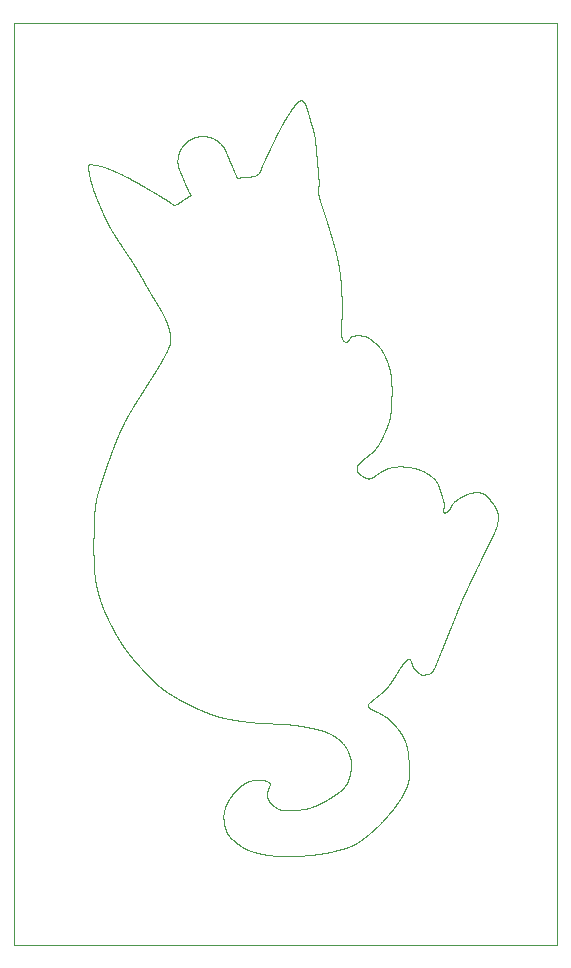
<source format=gbr>
%TF.GenerationSoftware,KiCad,Pcbnew,(6.0.4)*%
%TF.CreationDate,2022-09-08T21:27:52+03:00*%
%TF.ProjectId,holding_frame,686f6c64-696e-4675-9f66-72616d652e6b,rev?*%
%TF.SameCoordinates,Original*%
%TF.FileFunction,Profile,NP*%
%FSLAX46Y46*%
G04 Gerber Fmt 4.6, Leading zero omitted, Abs format (unit mm)*
G04 Created by KiCad (PCBNEW (6.0.4)) date 2022-09-08 21:27:52*
%MOMM*%
%LPD*%
G01*
G04 APERTURE LIST*
%TA.AperFunction,Profile*%
%ADD10C,0.050000*%
%TD*%
%TA.AperFunction,Profile*%
%ADD11C,0.100000*%
%TD*%
G04 APERTURE END LIST*
D10*
X95000000Y-110000000D02*
X95000000Y-32000000D01*
X141000000Y-110000000D02*
X95000000Y-110000000D01*
X141000000Y-32000000D02*
X141000000Y-110000000D01*
X95000000Y-32000000D02*
X141000000Y-32000000D01*
D11*
%TO.C,*%
X125753055Y-59214233D02*
X125734270Y-59196135D01*
X101808540Y-78508736D02*
X101810990Y-78535195D01*
X103271065Y-68287101D02*
X103261937Y-68311972D01*
X115244268Y-96081810D02*
X115218948Y-96084985D01*
X107103605Y-46457866D02*
X107080957Y-46444505D01*
X126440733Y-66491641D02*
X126451105Y-66467829D01*
X101756396Y-74590262D02*
X101755724Y-74616720D01*
X116055189Y-43942264D02*
X116044288Y-43965812D01*
X112849660Y-42666577D02*
X112846009Y-42658851D01*
X112264535Y-41976333D02*
X112243421Y-41960378D01*
X133994154Y-78531755D02*
X134005532Y-78507943D01*
X104268069Y-65909558D02*
X104256242Y-65933371D01*
X106232386Y-54281956D02*
X106245430Y-54305054D01*
X103859143Y-66792736D02*
X103848708Y-66817078D01*
X102649155Y-48335903D02*
X102660341Y-48360033D01*
X113829940Y-96895138D02*
X113811578Y-96913130D01*
X120733228Y-44451136D02*
X120730900Y-44424996D01*
X114316879Y-96477891D02*
X114296744Y-96493237D01*
X132607210Y-72247115D02*
X132585779Y-72261403D01*
X113116148Y-97855574D02*
X113103792Y-97878064D01*
X122482942Y-52481733D02*
X122478391Y-52455672D01*
X120016711Y-98416226D02*
X119991390Y-98423370D01*
X127598972Y-69512121D02*
X127572778Y-69512650D01*
X103109047Y-68732924D02*
X103100158Y-68757794D01*
X135333738Y-72378348D02*
X135317863Y-72358240D01*
X121392251Y-97806097D02*
X121369656Y-97819062D01*
X126418376Y-60195915D02*
X126407502Y-60172261D01*
X122093978Y-50790413D02*
X122086835Y-50765251D01*
X121712952Y-49507952D02*
X121705332Y-49482844D01*
X129715583Y-69951064D02*
X129691770Y-69939422D01*
X113099268Y-90871906D02*
X113125038Y-90876933D01*
X113021295Y-98037872D02*
X113010024Y-98061155D01*
X132864650Y-80952160D02*
X132874704Y-80927819D01*
X125862804Y-70083091D02*
X125841294Y-70097643D01*
X118841195Y-98596407D02*
X118815107Y-98597730D01*
X126510424Y-88312330D02*
X126528548Y-88293016D01*
X128284189Y-69545193D02*
X128257995Y-69542283D01*
X107222456Y-55934647D02*
X107236029Y-55957163D01*
X117444197Y-91292329D02*
X117470285Y-91293387D01*
X133162041Y-80272976D02*
X133173418Y-80249163D01*
X103362629Y-68040510D02*
X103353427Y-68065116D01*
X116528422Y-91264547D02*
X116554536Y-91265341D01*
X108956771Y-44320326D02*
X108967910Y-44344165D01*
X103677216Y-50186423D02*
X103691532Y-50208489D01*
X107099293Y-55731818D02*
X107112945Y-55754201D01*
X101892238Y-46564281D02*
X101901554Y-46588385D01*
X127783333Y-69511591D02*
X127757404Y-69511327D01*
X125205104Y-100503786D02*
X125224974Y-100486588D01*
X130686073Y-86346214D02*
X130696127Y-86322401D01*
X106254982Y-87107155D02*
X106273079Y-87126205D01*
X128477334Y-85811756D02*
X128499824Y-85824721D01*
X122730697Y-57184590D02*
X122731862Y-57158502D01*
X127735973Y-92068350D02*
X127721685Y-92046919D01*
X124105629Y-101348864D02*
X124127907Y-101335105D01*
X133698351Y-79151408D02*
X133709728Y-79127596D01*
X124964016Y-70534205D02*
X124938299Y-70531030D01*
X127908481Y-97328790D02*
X127921181Y-97306036D01*
X102027707Y-79862872D02*
X102033877Y-79888801D01*
X118788728Y-102492127D02*
X118814710Y-102491069D01*
X104605439Y-45034859D02*
X104582103Y-45022927D01*
X132418827Y-82049651D02*
X132428617Y-82025309D01*
X117713992Y-102498212D02*
X117740318Y-102499006D01*
X113848329Y-96877147D02*
X113829940Y-96895138D01*
X131393039Y-72957520D02*
X131397537Y-72932120D01*
X126291482Y-66823164D02*
X126302409Y-66799351D01*
X127912185Y-92353836D02*
X127899485Y-92331346D01*
X116449047Y-97092517D02*
X116454445Y-97067646D01*
X117664833Y-98596407D02*
X117641047Y-98592174D01*
X119320302Y-91488120D02*
X119345993Y-91492353D01*
X131496756Y-73408105D02*
X131471620Y-73412868D01*
X103093456Y-49224293D02*
X103106119Y-49247153D01*
X135963181Y-73579026D02*
X135960006Y-73553097D01*
X101801600Y-78429891D02*
X101803852Y-78456349D01*
X120192420Y-91654278D02*
X120218032Y-91659834D01*
X122714082Y-57523918D02*
X122715378Y-57497777D01*
X106219078Y-45938939D02*
X106196244Y-45925525D01*
X131359702Y-73373709D02*
X131346472Y-73352807D01*
X115632571Y-102232042D02*
X115657574Y-102238656D01*
X104997525Y-64600904D02*
X104983978Y-64623315D01*
X126756381Y-65665348D02*
X126763842Y-65639948D01*
X120158871Y-40483159D02*
X120151569Y-40457970D01*
X126084287Y-90465242D02*
X126061030Y-90452542D01*
X104435921Y-51328998D02*
X104450605Y-51350985D01*
X102984884Y-44291937D02*
X102960571Y-44282227D01*
X108775611Y-89115604D02*
X108798339Y-89128569D01*
X127914566Y-86251758D02*
X127929912Y-86231914D01*
X107982232Y-57469705D02*
X107991546Y-57494523D01*
X113574459Y-101161010D02*
X113594276Y-101177943D01*
X103280198Y-68262230D02*
X103271065Y-68287101D01*
X120092038Y-98393736D02*
X120066876Y-98401409D01*
X119562237Y-98515709D02*
X119537075Y-98519942D01*
X112409262Y-90716331D02*
X112434450Y-90723211D01*
X103564440Y-44538131D02*
X103540326Y-44527416D01*
X124301924Y-101221864D02*
X124323328Y-101207312D01*
X113488522Y-44168588D02*
X113478283Y-44144538D01*
X132998529Y-80635454D02*
X133009112Y-80611113D01*
X126339848Y-60031715D02*
X126328127Y-60008511D01*
X132895077Y-80879135D02*
X132905395Y-80854794D01*
X112765920Y-99585418D02*
X112768856Y-99610289D01*
X133464724Y-71810289D02*
X133440118Y-71818755D01*
X115365421Y-44905108D02*
X115340233Y-44912331D01*
X126542148Y-66252723D02*
X126551990Y-66228646D01*
X116952549Y-98225197D02*
X116931832Y-98209587D01*
X127107773Y-87502971D02*
X127122458Y-87481010D01*
X115981079Y-44106967D02*
X115971131Y-44130726D01*
X102936111Y-44272543D02*
X102911658Y-44262912D01*
X123137520Y-101789659D02*
X123162232Y-101781457D01*
X125802876Y-90319192D02*
X125779170Y-90307286D01*
X131351499Y-73131351D02*
X131357849Y-73106745D01*
X122695217Y-58072716D02*
X122695349Y-58046443D01*
X122753610Y-56291014D02*
X122753795Y-56264688D01*
X135541436Y-75341413D02*
X135552813Y-75317865D01*
X128710167Y-86277952D02*
X128718634Y-86302293D01*
X128264080Y-85884252D02*
X128285247Y-85869435D01*
X127778041Y-92132909D02*
X127764019Y-92111213D01*
X106092157Y-86935176D02*
X106110308Y-86954490D01*
X122120675Y-92346692D02*
X122141630Y-92360715D01*
X125560968Y-68062206D02*
X125578219Y-68042362D01*
X114727750Y-101943911D02*
X114751721Y-101954230D01*
X103560222Y-67524044D02*
X103550676Y-67548386D01*
X101713295Y-46075253D02*
X101721744Y-46099779D01*
X120812338Y-46641540D02*
X120806729Y-46615822D01*
X103020597Y-68980838D02*
X103011760Y-69005973D01*
X124962349Y-89669906D02*
X124970313Y-89647151D01*
X116170547Y-96079958D02*
X116145862Y-96074137D01*
X107707728Y-60201154D02*
X107695451Y-60224252D01*
X117651471Y-40668110D02*
X117638983Y-40691158D01*
X102324196Y-47611078D02*
X102334780Y-47635419D01*
X104986597Y-85705923D02*
X105003478Y-85726031D01*
X109637358Y-45911529D02*
X109647888Y-45935341D01*
X127179475Y-69543606D02*
X127153149Y-69547046D01*
X131313929Y-84794699D02*
X131323983Y-84770093D01*
X113651929Y-44552948D02*
X113641689Y-44528818D01*
X121644373Y-102182300D02*
X121670011Y-102176744D01*
X120038909Y-91622264D02*
X120064600Y-91627555D01*
X107195124Y-55889430D02*
X107208830Y-55912078D01*
X126542942Y-99182458D02*
X126560351Y-99162614D01*
X102341611Y-70974471D02*
X102333473Y-70999342D01*
X115578701Y-44813350D02*
X115556265Y-44826315D01*
X131379281Y-72550063D02*
X131373460Y-72524927D01*
X105768361Y-53451747D02*
X105781405Y-53474792D01*
X127221782Y-87326759D02*
X127235408Y-87304269D01*
X131640953Y-83984282D02*
X131650743Y-83959675D01*
X117056847Y-98300868D02*
X117035734Y-98285786D01*
X117601333Y-91299472D02*
X117627368Y-91300795D01*
X101751329Y-77509406D02*
X101752171Y-77535335D01*
X106400529Y-87258761D02*
X106418785Y-87277546D01*
X132222242Y-82538865D02*
X132232032Y-82514788D01*
X126313284Y-66775803D02*
X126324078Y-66752255D01*
X128428651Y-95898719D02*
X128431032Y-95872260D01*
X133366299Y-71845478D02*
X133341957Y-71854738D01*
X114020069Y-96719720D02*
X114000649Y-96736653D01*
X115170529Y-91171414D02*
X115196458Y-91174060D01*
X104600094Y-65281968D02*
X104587368Y-65304722D01*
X101986689Y-79682691D02*
X101992306Y-79708356D01*
X101950531Y-72334957D02*
X101945546Y-72361150D01*
X120038168Y-40056910D02*
X120031157Y-40031878D01*
X125858624Y-67660569D02*
X125872409Y-67638344D01*
X109467469Y-46843840D02*
X109445773Y-46858154D01*
X108207472Y-59118559D02*
X108199852Y-59142822D01*
X102133332Y-80272182D02*
X102140372Y-80297582D01*
X133800744Y-78936832D02*
X133812121Y-78913019D01*
X122704186Y-54393610D02*
X122702546Y-54367469D01*
X111882027Y-90556259D02*
X111906977Y-90564725D01*
X110859229Y-41541438D02*
X110833008Y-41542999D01*
X105088197Y-85826044D02*
X105105263Y-85845887D01*
X117020758Y-41907409D02*
X117009275Y-41931036D01*
X105002552Y-45244303D02*
X104979401Y-45231788D01*
X109343512Y-45209563D02*
X109353593Y-45233932D01*
X101765024Y-46222784D02*
X101773835Y-46247311D01*
X112562138Y-90755754D02*
X112587723Y-90761840D01*
X125145441Y-100554850D02*
X125165390Y-100537917D01*
X124627414Y-68867596D02*
X124648130Y-68851192D01*
X119755885Y-39106208D02*
X119747418Y-39081699D01*
X102127611Y-47149195D02*
X102137803Y-47173642D01*
X132674944Y-81414916D02*
X132684733Y-81390574D01*
X101335258Y-44619676D02*
X101339700Y-44645446D01*
X108850938Y-43778302D02*
X108852525Y-43804628D01*
X132546621Y-81732416D02*
X132556410Y-81708074D01*
X112737741Y-99229554D02*
X112738906Y-99255483D01*
X119962101Y-91606653D02*
X119987686Y-91611680D01*
X131087710Y-71559728D02*
X131079773Y-71534858D01*
X101737455Y-75799142D02*
X101737243Y-75825600D01*
X122162611Y-92374738D02*
X122183699Y-92389290D01*
X107102864Y-61250807D02*
X107089080Y-61273376D01*
X125340729Y-68287101D02*
X125359885Y-68269110D01*
X123284814Y-58862628D02*
X123266081Y-58880673D01*
X101549074Y-43933691D02*
X101523272Y-43931654D01*
X101944324Y-79476316D02*
X101949362Y-79501981D01*
X102260099Y-71223973D02*
X102251971Y-71248843D01*
X101933569Y-43989280D02*
X101908074Y-43984729D01*
X125791341Y-99987055D02*
X125809888Y-99969063D01*
X129758181Y-87133613D02*
X129784374Y-87131232D01*
X105912796Y-86743353D02*
X105930629Y-86762403D01*
X131367639Y-72500056D02*
X131361554Y-72475186D01*
X116375784Y-43260407D02*
X116364566Y-43284299D01*
X133073406Y-80465857D02*
X133084254Y-80441780D01*
X118838126Y-38847131D02*
X118820875Y-38867207D01*
X125462993Y-100283653D02*
X125482599Y-100266984D01*
X120801358Y-46590210D02*
X120796146Y-46564414D01*
X116555330Y-42879566D02*
X116544006Y-42903511D01*
X104931167Y-52077768D02*
X104945560Y-52099913D01*
X124291843Y-70175430D02*
X124272423Y-70158761D01*
X101752015Y-74774147D02*
X101751446Y-74800341D01*
X114105874Y-91037800D02*
X114131803Y-91041504D01*
X116435368Y-97168452D02*
X116439443Y-97143052D01*
X132084659Y-82881235D02*
X132094713Y-82856893D01*
X101949362Y-79501981D02*
X101954455Y-79527910D01*
X122749536Y-56606767D02*
X122750038Y-56580547D01*
X126791517Y-61249352D02*
X126785114Y-61224190D01*
X102261310Y-47465425D02*
X102271716Y-47489634D01*
X128254291Y-96588486D02*
X128263551Y-96564674D01*
X106515120Y-62190130D02*
X106500912Y-62212514D01*
X106496281Y-54739208D02*
X106509775Y-54761989D01*
X104655816Y-51659171D02*
X104670394Y-51681184D01*
X128132847Y-92823206D02*
X128123851Y-92798600D01*
X102960571Y-44282227D02*
X102936111Y-44272543D01*
X127663371Y-91961724D02*
X127648475Y-91940557D01*
X122925589Y-93069003D02*
X122942311Y-93089112D01*
X122908603Y-93048895D02*
X122925589Y-93069003D01*
X118605531Y-102497154D02*
X118631566Y-102496625D01*
X119870529Y-102430479D02*
X119897066Y-102428362D01*
X130295813Y-70315659D02*
X130275176Y-70299520D01*
X127310100Y-69528789D02*
X127283986Y-69531171D01*
X108872792Y-43988381D02*
X108877052Y-44014680D01*
X121208631Y-47912834D02*
X121200270Y-47887937D01*
X115040778Y-91157391D02*
X115066813Y-91160302D01*
X120765772Y-46383280D02*
X120762412Y-46357272D01*
X112207808Y-90659711D02*
X112233049Y-90667119D01*
X101760010Y-74459029D02*
X101759254Y-74485223D01*
X116712122Y-98002947D02*
X116697861Y-97983368D01*
X115718084Y-91221420D02*
X115744330Y-91223272D01*
X119688231Y-98493219D02*
X119663228Y-98497982D01*
X108187443Y-47136442D02*
X108165747Y-47121837D01*
X127209426Y-98374951D02*
X127225116Y-98354049D01*
X114338310Y-45018587D02*
X114312963Y-45021762D01*
X109544278Y-45694465D02*
X109554490Y-45718780D01*
X122028706Y-102095782D02*
X122054264Y-102089696D01*
X117119606Y-98345582D02*
X117098942Y-98330766D01*
X125828462Y-99950807D02*
X125847009Y-99932816D01*
X135902592Y-74420929D02*
X135908148Y-74396058D01*
X126568897Y-60555457D02*
X126559504Y-60531195D01*
X134807218Y-76846361D02*
X134818860Y-76823078D01*
X108998072Y-42877079D02*
X108988468Y-42901632D01*
X117373024Y-102486042D02*
X117399244Y-102487364D01*
X122635977Y-53578535D02*
X122633172Y-53552315D01*
X124032075Y-69547046D02*
X124040066Y-69522175D01*
X117043750Y-41860234D02*
X117032215Y-41883887D01*
X101680011Y-45976828D02*
X101688247Y-46001460D01*
X102085373Y-80093853D02*
X102092022Y-80119253D01*
X107765539Y-56931040D02*
X107776440Y-56955170D01*
X130930812Y-71118404D02*
X130920494Y-71094591D01*
X128215133Y-96686647D02*
X128225187Y-96662041D01*
X101600877Y-45728675D02*
X101608555Y-45753758D01*
X117455389Y-41037894D02*
X117443429Y-41060995D01*
X104787578Y-85462242D02*
X104803982Y-85482880D01*
X123077989Y-58956529D02*
X123052192Y-58952613D01*
X104406578Y-51285104D02*
X104421183Y-51306958D01*
X127392041Y-98123068D02*
X127406911Y-98101637D01*
X122720379Y-54682667D02*
X122719056Y-54656208D01*
X101777245Y-73987013D02*
X101776081Y-74013207D01*
X115396642Y-96066464D02*
X115371215Y-96068581D01*
X126933916Y-64388656D02*
X126935556Y-64362198D01*
X102303675Y-80849502D02*
X102311642Y-80874373D01*
X122262227Y-51423824D02*
X122255956Y-51398292D01*
X101747575Y-46173704D02*
X101756309Y-46198337D01*
X127708985Y-97655285D02*
X127723008Y-97633854D01*
X126343605Y-88478488D02*
X126361940Y-88461026D01*
X133857630Y-78817769D02*
X133869007Y-78793692D01*
X116198011Y-43637993D02*
X116186978Y-43661409D01*
X119683204Y-38910826D02*
X119673176Y-38886710D01*
X126930556Y-64441229D02*
X126932249Y-64414850D01*
X131986499Y-83125710D02*
X131996288Y-83101103D01*
X127430988Y-91655601D02*
X127414584Y-91635757D01*
X120066876Y-98401409D02*
X120041926Y-98409082D01*
X103444383Y-44485162D02*
X103420435Y-44474684D01*
X123555112Y-94723705D02*
X123555852Y-94748841D01*
X132734475Y-81268602D02*
X132744529Y-81244260D01*
X116087891Y-102337875D02*
X116113238Y-102342902D01*
X126972757Y-63414303D02*
X126973180Y-63387950D01*
X103180533Y-68534751D02*
X103171576Y-68559357D01*
X126530903Y-60458937D02*
X126521087Y-60434701D01*
X112366664Y-42059650D02*
X112346661Y-42042505D01*
X102249629Y-80675142D02*
X102257238Y-80700277D01*
X113935932Y-45081214D02*
X113910850Y-45085712D01*
X118151824Y-91337308D02*
X118177991Y-91339424D01*
X126203085Y-67011017D02*
X126214250Y-66987470D01*
X129203879Y-86947876D02*
X129223723Y-86964015D01*
X101810990Y-78535195D02*
X101813490Y-78561388D01*
X126060792Y-59564964D02*
X126045393Y-59544088D01*
X101789284Y-78272199D02*
X101791207Y-78298657D01*
X102073366Y-71824576D02*
X102066191Y-71849711D01*
X106500912Y-62212514D02*
X106486809Y-62234712D01*
X122509189Y-52637440D02*
X122504902Y-52611432D01*
X126107438Y-90477942D02*
X126084287Y-90465242D01*
X133446997Y-79677399D02*
X133458638Y-79653587D01*
X122838462Y-101883586D02*
X122863386Y-101876178D01*
X110833008Y-41542999D02*
X110806921Y-41544851D01*
X102794421Y-48643851D02*
X102805859Y-48667505D01*
X104371098Y-44916882D02*
X104347497Y-44905214D01*
X106920117Y-55439136D02*
X106933875Y-55461599D01*
X118736367Y-102493714D02*
X118762640Y-102492921D01*
X126628375Y-66036029D02*
X126637662Y-66011687D01*
X101760788Y-74432571D02*
X101760010Y-74459029D01*
X104716643Y-65076122D02*
X104703652Y-65098612D01*
X128281807Y-93351049D02*
X128275987Y-93325649D01*
X120783949Y-45081717D02*
X120782176Y-45055497D01*
X123038063Y-96563086D02*
X123022453Y-96583989D01*
X125482599Y-100266984D02*
X125502284Y-100249786D01*
X109658551Y-45959259D02*
X109669267Y-45983098D01*
X126965825Y-62571791D02*
X126964740Y-62545518D01*
X123550402Y-94951511D02*
X123548418Y-94976911D01*
X102234667Y-80625136D02*
X102242104Y-80650007D01*
X102937960Y-82398636D02*
X102949456Y-82422448D01*
X109585235Y-45791249D02*
X109595607Y-45815432D01*
X126169350Y-67081132D02*
X126180595Y-67057849D01*
X121529067Y-48907561D02*
X121521341Y-48882716D01*
X102457242Y-81293472D02*
X102466412Y-81317814D01*
X129479575Y-87123823D02*
X129503652Y-87130173D01*
X130426782Y-86846276D02*
X130442128Y-86826168D01*
X109777190Y-41906483D02*
X109755521Y-41921458D01*
X126682536Y-65889979D02*
X126691214Y-65865373D01*
X131215504Y-71983590D02*
X131207831Y-71958720D01*
X106039056Y-53935881D02*
X106051888Y-53958953D01*
X125532631Y-89148412D02*
X125552978Y-89132538D01*
X122612323Y-53368404D02*
X122609201Y-53342289D01*
X126846207Y-87885822D02*
X126860388Y-87864920D01*
X122815496Y-96816028D02*
X122796764Y-96834019D01*
X105974815Y-53820285D02*
X105987753Y-53843542D01*
X102325302Y-71024212D02*
X102317055Y-71049348D01*
X121590662Y-49107083D02*
X121582963Y-49082000D01*
X122695349Y-58046443D02*
X122695587Y-58020249D01*
X102581681Y-81609120D02*
X102591653Y-81633197D01*
X112803781Y-99835449D02*
X112808756Y-99860584D01*
X133789367Y-78960644D02*
X133800744Y-78936832D01*
X125645688Y-67961400D02*
X125662065Y-67940762D01*
X120772677Y-44923708D02*
X120770667Y-44897514D01*
X131848651Y-83468609D02*
X131858440Y-83444268D01*
X133390905Y-71836218D02*
X133366299Y-71845478D01*
X109643867Y-46731207D02*
X109621483Y-46745150D01*
X121203286Y-91912511D02*
X121228025Y-91920713D01*
X128420449Y-94511774D02*
X128419126Y-94485581D01*
X101755843Y-77640904D02*
X101756835Y-77667362D01*
X132556410Y-81708074D02*
X132566200Y-81683732D01*
X117087883Y-102468844D02*
X117113786Y-102470696D01*
X127003925Y-87653519D02*
X127018847Y-87632087D01*
X102910174Y-48878113D02*
X102922003Y-48901369D01*
X122803273Y-92930891D02*
X122821238Y-92950470D01*
X125981629Y-59462279D02*
X125965119Y-59442197D01*
X127603390Y-91877851D02*
X127588309Y-91857213D01*
X125937973Y-88826415D02*
X125958160Y-88810275D01*
X130764654Y-86155714D02*
X130774444Y-86131902D01*
X122307259Y-92479248D02*
X122327341Y-92494858D01*
X117055313Y-41836554D02*
X117043750Y-41860234D01*
X129003854Y-69683570D02*
X128978455Y-69676691D01*
X108866019Y-43384152D02*
X108862765Y-43410214D01*
X126973815Y-62861853D02*
X126973365Y-62835316D01*
X102021614Y-79837208D02*
X102027707Y-79862872D01*
X128427328Y-94667614D02*
X128426270Y-94641685D01*
X133846253Y-78841582D02*
X133857630Y-78817769D01*
X101736015Y-76009750D02*
X101735878Y-76035944D01*
X116449841Y-91261902D02*
X116476008Y-91262695D01*
X104612847Y-65259213D02*
X104600094Y-65281968D01*
X117810512Y-91311379D02*
X117836706Y-91313231D01*
X109313561Y-45137226D02*
X109323509Y-45161224D01*
X103612179Y-44559430D02*
X103588337Y-44548767D01*
X131313399Y-72301884D02*
X131305991Y-72277278D01*
X107216344Y-46524673D02*
X107193881Y-46511338D01*
X111357385Y-41573558D02*
X111331351Y-41568928D01*
X127805823Y-92176300D02*
X127792064Y-92154605D01*
X121340049Y-48310423D02*
X121332006Y-48285632D01*
X119612851Y-98506978D02*
X119587584Y-98511476D01*
X123289391Y-93664844D02*
X123299339Y-93688921D01*
X102112213Y-44022988D02*
X102086858Y-44018014D01*
X105045467Y-52254350D02*
X105059675Y-52276443D01*
X133103568Y-71960307D02*
X133080285Y-71971949D01*
X122695587Y-58020249D02*
X122695958Y-57994161D01*
X110937810Y-41538739D02*
X110911563Y-41539321D01*
X106809177Y-46284776D02*
X106786582Y-46271520D01*
X102419854Y-47829253D02*
X102430588Y-47853462D01*
X109191827Y-42503832D02*
X109177513Y-42526083D01*
X104095561Y-66265952D02*
X104084502Y-66289500D01*
X106327372Y-87182825D02*
X106345707Y-87201875D01*
X130939015Y-85724179D02*
X130948804Y-85700102D01*
X128352980Y-96299826D02*
X128359859Y-96275485D01*
X119274053Y-38520669D02*
X119248203Y-38525959D01*
X113691510Y-90975094D02*
X113717439Y-90979062D01*
X101743132Y-77194023D02*
X101743691Y-77220482D01*
X123355007Y-93833384D02*
X123363712Y-93857725D01*
X132782629Y-72136784D02*
X132760404Y-72150278D01*
X131329010Y-73256235D02*
X131330862Y-73231099D01*
X107212005Y-61070812D02*
X107198458Y-61093301D01*
X106378833Y-46032734D02*
X106356185Y-46019452D01*
X101740267Y-75509688D02*
X101739979Y-75535882D01*
X125884289Y-70068539D02*
X125862804Y-70083091D01*
X102117872Y-71674028D02*
X102110284Y-71699164D01*
X121571427Y-97701323D02*
X121549228Y-97714552D01*
X124955338Y-89719118D02*
X124957296Y-89694247D01*
X131185606Y-85112993D02*
X131195395Y-85088651D01*
X124790053Y-70490019D02*
X124766293Y-70480230D01*
X126729234Y-61022896D02*
X126721747Y-60997998D01*
X105961903Y-53797055D02*
X105974815Y-53820285D01*
X135505188Y-72604302D02*
X135490107Y-72583665D01*
X106469347Y-54693568D02*
X106482841Y-54716454D01*
X122286965Y-51525927D02*
X122280853Y-51500395D01*
X120913594Y-47019443D02*
X120906107Y-46994652D01*
X108902902Y-44144194D02*
X108909067Y-44169964D01*
X116428860Y-97219252D02*
X116431823Y-97193852D01*
X120625040Y-43297210D02*
X120622579Y-43270964D01*
X116519717Y-97685183D02*
X116508737Y-97662958D01*
X109250670Y-46990789D02*
X109229133Y-47005765D01*
X107320034Y-60889678D02*
X107306646Y-60912300D01*
X132760404Y-72150278D02*
X132738444Y-72163771D01*
X115903292Y-44326200D02*
X115895487Y-44351256D01*
X133834875Y-78865394D02*
X133846253Y-78841582D01*
X128436324Y-94927699D02*
X128435530Y-94901505D01*
X126832925Y-61426147D02*
X126827395Y-61400826D01*
X109867915Y-46596190D02*
X109845267Y-46609499D01*
X126938705Y-64309546D02*
X126940239Y-64283273D01*
X126743972Y-61073219D02*
X126736643Y-61048005D01*
X116397824Y-91259785D02*
X116423753Y-91260843D01*
X115472921Y-96060379D02*
X115447468Y-96062231D01*
X103627942Y-67352330D02*
X103618232Y-67376671D01*
X116650051Y-102426775D02*
X116675742Y-102429950D01*
X104929818Y-64713273D02*
X104916298Y-64735842D01*
X121544440Y-48957170D02*
X121536740Y-48932379D01*
X110346731Y-89920995D02*
X110370835Y-89932107D01*
X116931832Y-98209587D02*
X116911380Y-98193976D01*
X108869564Y-43358276D02*
X108866019Y-43384152D01*
X116431347Y-97424833D02*
X116428119Y-97399433D01*
X102344154Y-80973592D02*
X102352425Y-80998462D01*
X101736132Y-76667503D02*
X101736314Y-76693697D01*
X117171121Y-41600863D02*
X117159532Y-41624305D01*
X120531192Y-42274624D02*
X120528679Y-42248324D01*
X117323970Y-41294899D02*
X117312090Y-41318421D01*
X128007435Y-97141994D02*
X128019077Y-97118446D01*
X105945393Y-45778470D02*
X105922613Y-45765161D01*
X104578690Y-85192632D02*
X104594485Y-85213534D01*
X108204165Y-58437100D02*
X108205937Y-58463108D01*
X103589136Y-67450225D02*
X103579508Y-67474831D01*
X132203986Y-72569906D02*
X132186259Y-72588692D01*
X126511271Y-60410677D02*
X126501402Y-60386732D01*
X107276854Y-56025187D02*
X107290454Y-56047941D01*
X134073794Y-78364803D02*
X134085436Y-78340991D01*
X122695772Y-58151085D02*
X122695428Y-58124918D01*
X108415011Y-88902879D02*
X108437315Y-88916373D01*
X107756834Y-60107782D02*
X107744610Y-60131198D01*
X107157660Y-61160796D02*
X107144007Y-61183259D01*
X107333184Y-88151993D02*
X107353530Y-88169191D01*
X104830202Y-51923357D02*
X104844675Y-51945423D01*
X119654444Y-91547122D02*
X119680082Y-91551884D01*
X131148300Y-71759753D02*
X131140891Y-71734618D01*
X107374009Y-46618944D02*
X107351493Y-46605398D01*
X101735213Y-76220623D02*
X101735163Y-76246816D01*
X108193819Y-58307348D02*
X108196121Y-58333251D01*
X101892847Y-72674417D02*
X101889045Y-72700346D01*
X133367093Y-79844351D02*
X133378470Y-79820803D01*
X122707732Y-57654807D02*
X122708975Y-57628560D01*
X129164721Y-86915332D02*
X129184300Y-86931736D01*
X123841099Y-58431728D02*
X123815091Y-58435036D01*
X120576859Y-42771881D02*
X120574505Y-42745740D01*
X126407502Y-60172261D02*
X126396574Y-60148766D01*
X101809551Y-46345286D02*
X101818525Y-46369548D01*
X102887155Y-44253361D02*
X102862776Y-44243941D01*
X127572778Y-69512650D02*
X127546452Y-69513443D01*
X114754340Y-91124054D02*
X114780507Y-91127229D01*
X134578089Y-77317584D02*
X134589466Y-77294036D01*
X101427667Y-45078066D02*
X101433500Y-45103386D01*
X114123680Y-101592016D02*
X114144926Y-101607097D01*
X107992525Y-47006744D02*
X107970829Y-46992535D01*
X115703664Y-96048208D02*
X115677735Y-96049002D01*
X132152128Y-72627850D02*
X132135988Y-72647694D01*
X128662807Y-86133225D02*
X128670744Y-86157302D01*
X128646667Y-69600756D02*
X128621003Y-69595993D01*
X131106231Y-85309313D02*
X131116285Y-85284707D01*
X120523599Y-42195751D02*
X120521059Y-42169637D01*
X113033783Y-100504050D02*
X113045531Y-100527069D01*
X111071742Y-90243522D02*
X111096057Y-90253840D01*
X103332340Y-83177568D02*
X103344712Y-83200851D01*
X128391874Y-94069656D02*
X128389493Y-94043727D01*
X107232775Y-88065739D02*
X107252671Y-88083201D01*
X130977908Y-85627871D02*
X130987698Y-85603265D01*
X121875459Y-102131236D02*
X121901150Y-102125415D01*
X104670394Y-51681184D02*
X104684920Y-51703118D01*
X120238855Y-102397142D02*
X120265022Y-102394496D01*
X120650599Y-91758524D02*
X120675999Y-91764609D01*
X116607744Y-96606478D02*
X116617296Y-96582930D01*
X128019077Y-97118446D02*
X128030718Y-97094898D01*
X126455682Y-99281412D02*
X126473171Y-99261569D01*
X103307654Y-83131001D02*
X103319984Y-83154285D01*
X122440688Y-52248186D02*
X122435767Y-52222177D01*
X125624468Y-70248455D02*
X125602852Y-70263536D01*
X118265409Y-102502446D02*
X118291577Y-102502446D01*
X103325818Y-68139199D02*
X103316679Y-68163806D01*
X103170380Y-49361294D02*
X103183427Y-49384101D01*
X131401241Y-72906985D02*
X131404416Y-72881585D01*
X134153963Y-78197587D02*
X134165604Y-78173774D01*
X116425737Y-97373769D02*
X116424282Y-97348104D01*
X109713187Y-46078189D02*
X109724432Y-46101817D01*
X101806159Y-78482543D02*
X101808540Y-78508736D01*
X105037397Y-85766248D02*
X105054357Y-85786092D01*
X107945191Y-57370909D02*
X107954451Y-57395648D01*
X119326361Y-38517772D02*
X119300088Y-38517875D01*
X134222754Y-78054183D02*
X134234396Y-78030106D01*
X133117326Y-80369284D02*
X133128703Y-80344942D01*
X127111821Y-91290212D02*
X127094624Y-91271162D01*
X115015510Y-102052655D02*
X115039825Y-102060857D01*
X104084158Y-50802875D02*
X104098815Y-50824835D01*
X103732154Y-44613617D02*
X103708246Y-44602742D01*
X102230251Y-47392770D02*
X102240601Y-47417032D01*
X113073603Y-90867144D02*
X113099268Y-90871906D01*
X124585239Y-70383128D02*
X124563517Y-70369634D01*
X103495516Y-83480251D02*
X103508332Y-83503534D01*
X129376652Y-69804220D02*
X129352046Y-69794960D01*
X123428932Y-58677050D02*
X123413983Y-58698613D01*
X117627368Y-91300795D02*
X117653403Y-91302383D01*
X108325608Y-88848111D02*
X108347939Y-88861869D01*
X111096057Y-90253840D02*
X111120504Y-90263894D01*
X119036801Y-91442876D02*
X119062572Y-91446845D01*
X104408907Y-84960593D02*
X104424041Y-84981759D01*
X133062558Y-80490198D02*
X133073406Y-80465857D01*
X125826768Y-59288078D02*
X125808512Y-59269319D01*
X122741201Y-56922812D02*
X122742074Y-56896433D01*
X108945262Y-43025484D02*
X108937509Y-43050698D01*
X102357947Y-70924994D02*
X102349774Y-70949865D01*
X123519578Y-95206305D02*
X123515371Y-95231705D01*
X128223070Y-85915473D02*
X128243443Y-85899598D01*
X113693627Y-101261022D02*
X113713550Y-101277426D01*
X126897827Y-61785503D02*
X126894017Y-61759601D01*
X123054150Y-93235162D02*
X123069178Y-93256857D01*
X109235509Y-89369339D02*
X109258501Y-89381510D01*
X135101434Y-72096567D02*
X135083443Y-72076988D01*
X109096630Y-89294727D02*
X109119807Y-89307162D01*
X102881001Y-69378506D02*
X102872391Y-69403377D01*
X134887651Y-76681791D02*
X134899293Y-76658243D01*
X129087727Y-86847334D02*
X129106513Y-86864532D01*
X125153299Y-89451095D02*
X125172640Y-89434956D01*
X115682656Y-102245271D02*
X115707844Y-102251621D01*
X115482843Y-91201841D02*
X115509116Y-91204222D01*
X125771656Y-59232410D02*
X125753055Y-59214233D01*
X107351493Y-46605398D02*
X107328924Y-46591877D01*
X126741008Y-65715619D02*
X126748814Y-65690484D01*
X127899485Y-92331346D02*
X127886256Y-92309121D01*
X106002173Y-86839397D02*
X106020032Y-86858447D01*
X133424243Y-79725289D02*
X133435620Y-79701476D01*
X127977008Y-86172383D02*
X127992883Y-86152804D01*
X116584170Y-96260933D02*
X116562686Y-96245851D01*
X124875434Y-68673392D02*
X124896151Y-68657253D01*
X122021456Y-50538265D02*
X122014074Y-50512997D01*
X127130686Y-98477609D02*
X127146588Y-98457236D01*
X121369656Y-97819062D02*
X121347140Y-97831762D01*
X124234746Y-69216581D02*
X124252447Y-69197531D01*
X119105778Y-38593898D02*
X119084135Y-38609159D01*
X105024724Y-64556031D02*
X105011151Y-64578415D01*
X102295780Y-80824631D02*
X102303675Y-80849502D01*
X114697825Y-44987340D02*
X114671870Y-44988954D01*
X130060334Y-70147120D02*
X130038109Y-70132832D01*
X106876858Y-46324437D02*
X106854342Y-46311234D01*
X120574319Y-91740003D02*
X120599667Y-91746088D01*
X104339401Y-65768800D02*
X104327362Y-65792348D01*
X120856047Y-46819286D02*
X120849354Y-46794045D01*
X101987451Y-46806269D02*
X101997317Y-46830875D01*
X106064720Y-53982051D02*
X106077579Y-54005149D01*
X127652232Y-97740481D02*
X127666493Y-97719314D01*
X110318474Y-41641106D02*
X110293550Y-41649361D01*
X113733526Y-44745141D02*
X113723313Y-44721064D01*
X103002992Y-69030580D02*
X102994181Y-69055715D01*
X131398066Y-72651398D02*
X131393833Y-72625733D01*
X132133871Y-82759262D02*
X132143661Y-82734656D01*
X105609426Y-63615730D02*
X105595297Y-63638113D01*
X104043094Y-84415023D02*
X104057329Y-84437512D01*
X126633270Y-88173953D02*
X126650071Y-88153580D01*
X122611714Y-101947880D02*
X122636982Y-101941001D01*
X109595607Y-45815432D02*
X109605952Y-45839456D01*
X101803852Y-78456349D02*
X101806159Y-78482543D01*
X121308511Y-102248711D02*
X121334387Y-102243684D01*
X118647970Y-91389431D02*
X118673846Y-91392606D01*
X116624281Y-102423600D02*
X116650051Y-102426775D01*
X122738053Y-101912690D02*
X122763135Y-101905546D01*
X101877467Y-79085263D02*
X101881385Y-79111192D01*
X106359651Y-62434737D02*
X106345548Y-62456909D01*
X101738706Y-76930234D02*
X101739061Y-76956692D01*
X126682774Y-60874306D02*
X126674625Y-60849594D01*
X119843303Y-39379408D02*
X119835683Y-39354429D01*
X113895689Y-101422418D02*
X113916115Y-101438293D01*
X122560491Y-92691443D02*
X122579171Y-92708641D01*
X116439443Y-97143052D02*
X116443994Y-97117917D01*
X115758036Y-102264321D02*
X115783224Y-102270406D01*
X115309568Y-102143142D02*
X115334280Y-102150021D01*
X134589466Y-77294036D02*
X134601108Y-77270223D01*
X101549741Y-45554897D02*
X101556866Y-45579874D01*
X106754832Y-55168864D02*
X106768564Y-55191380D01*
X116424811Y-97270581D02*
X116426505Y-97244917D01*
X135974823Y-73759736D02*
X135974294Y-73734072D01*
X122736809Y-58538938D02*
X122731015Y-58513617D01*
X134706676Y-71794943D02*
X134682599Y-71784624D01*
X127523327Y-97930716D02*
X127537827Y-97909285D01*
X134296573Y-71701545D02*
X134270379Y-71699693D01*
X108847895Y-43645878D02*
X108847842Y-43672310D01*
X131014421Y-71337214D02*
X131005954Y-71312608D01*
X131719799Y-73276872D02*
X131699955Y-73293805D01*
X104674151Y-85317780D02*
X104690106Y-85338417D01*
X109774941Y-89646093D02*
X109798595Y-89657735D01*
X116829861Y-102446619D02*
X116855473Y-102449000D01*
X106921413Y-87779725D02*
X106940516Y-87797981D01*
X106196244Y-45925525D02*
X106173464Y-45912137D01*
X128378645Y-96201666D02*
X128384201Y-96176795D01*
X131897863Y-83346107D02*
X131907653Y-83321501D01*
X135347232Y-75741992D02*
X135358609Y-75718444D01*
X122697042Y-58203446D02*
X122696302Y-58177226D01*
X135728761Y-74938189D02*
X135739079Y-74914112D01*
X133355451Y-79868164D02*
X133367093Y-79844351D01*
X101873564Y-46515651D02*
X101882898Y-46540019D01*
X105148390Y-64353969D02*
X105134552Y-64376459D01*
X130167491Y-87052386D02*
X130191568Y-87042332D01*
X135975087Y-73811065D02*
X135975087Y-73785136D01*
X104424279Y-65605817D02*
X104412002Y-65629100D01*
X109258501Y-89381510D02*
X109281652Y-89393946D01*
X122606026Y-53316016D02*
X122602798Y-53289743D01*
X133033454Y-71995761D02*
X133009906Y-72008197D01*
X106486809Y-62234712D02*
X106472734Y-62256884D01*
X119130146Y-98573653D02*
X119104455Y-98576034D01*
X121474722Y-48733386D02*
X121466970Y-48708674D01*
X106333378Y-46006064D02*
X106310438Y-45992597D01*
X106684506Y-61922610D02*
X106670456Y-61944862D01*
X114594162Y-44994193D02*
X114568232Y-44996071D01*
X108220966Y-59070379D02*
X108214536Y-59094430D01*
X112977612Y-98130476D02*
X112967294Y-98153495D01*
X125286014Y-90074188D02*
X125262889Y-90063341D01*
X134956707Y-76540503D02*
X134968084Y-76517220D01*
X104323896Y-44893598D02*
X104300269Y-44881983D01*
X126803132Y-87948264D02*
X126817526Y-87927627D01*
X132120113Y-72668596D02*
X132104503Y-72689762D01*
X111662899Y-41653700D02*
X111637843Y-41645260D01*
X101900742Y-72622294D02*
X101896752Y-72648223D01*
X117592628Y-98580796D02*
X117568366Y-98574182D01*
X134990574Y-71983855D02*
X134970995Y-71966128D01*
X112741551Y-99021856D02*
X112739541Y-99047785D01*
X117267349Y-98443478D02*
X117245812Y-98430249D01*
X118422466Y-102500858D02*
X118448527Y-102500329D01*
X116241350Y-91253170D02*
X116267358Y-91254493D01*
X124916841Y-68641113D02*
X124937399Y-68624974D01*
X117229620Y-41482991D02*
X117217952Y-41506433D01*
X127687025Y-86566612D02*
X127701842Y-86544916D01*
X109283002Y-42374821D02*
X109267074Y-42395961D01*
X102693761Y-48431708D02*
X102704775Y-48455230D01*
X102052692Y-79965795D02*
X102059063Y-79991195D01*
X123236077Y-101756057D02*
X123260578Y-101747326D01*
X112739541Y-99047785D02*
X112738006Y-99073715D01*
X125443705Y-58938458D02*
X125424020Y-58921816D01*
X104494393Y-51416601D02*
X104509078Y-51438615D01*
X119923525Y-102426246D02*
X119949851Y-102423865D01*
X118890804Y-38788097D02*
X118873077Y-38807560D01*
X126843032Y-69608429D02*
X126817870Y-69615043D01*
X127114758Y-98498247D02*
X127130686Y-98477609D01*
X122905719Y-96723159D02*
X122888177Y-96741945D01*
X101758515Y-74511416D02*
X101757796Y-74537610D01*
X122130941Y-102071175D02*
X122156367Y-102065090D01*
X113355622Y-43856248D02*
X113345436Y-43832330D01*
X109402249Y-46887126D02*
X109380554Y-46901731D01*
X101845320Y-78850313D02*
X101848616Y-78876507D01*
X117784794Y-98607519D02*
X117760638Y-98606461D01*
X122752922Y-55815664D02*
X122752658Y-55789259D01*
X112717395Y-42450571D02*
X112702155Y-42428902D01*
X105487585Y-45514046D02*
X105464672Y-45501002D01*
X107344243Y-56138535D02*
X107357631Y-56161262D01*
X134486808Y-77506231D02*
X134498185Y-77482683D01*
X106651010Y-46192145D02*
X106628229Y-46178810D01*
X127018238Y-98619690D02*
X127034457Y-98599582D01*
X116419678Y-102395554D02*
X116445211Y-102399523D01*
X102735096Y-69801574D02*
X102726498Y-69826710D01*
X104088047Y-44779404D02*
X104064340Y-44768107D01*
X107439414Y-60685182D02*
X107426291Y-60707936D01*
X126564135Y-88254122D02*
X126581756Y-88234278D01*
X106146423Y-86992855D02*
X106164600Y-87011905D01*
X103996951Y-66479999D02*
X103986156Y-66503812D01*
X112819789Y-98584765D02*
X112813518Y-98610165D01*
X127613709Y-86675884D02*
X127628155Y-86653924D01*
X121689987Y-92103275D02*
X121713535Y-92114388D01*
X107426291Y-60707936D02*
X107413061Y-60730770D01*
X129762679Y-69974612D02*
X129739131Y-69962705D01*
X107622532Y-88381651D02*
X107643672Y-88397261D01*
X126244730Y-90557582D02*
X126222214Y-90543823D01*
X127823550Y-86373466D02*
X127838631Y-86352564D01*
X106206378Y-54235760D02*
X106219369Y-54258831D01*
X124606670Y-68884265D02*
X124627414Y-68867596D01*
X109473819Y-45525317D02*
X109483794Y-45549394D01*
X115066813Y-91160302D02*
X115092742Y-91162947D01*
X116675742Y-102429950D02*
X116701486Y-102432860D01*
X120541035Y-42379187D02*
X120538574Y-42352887D01*
X112802617Y-42583445D02*
X112789071Y-42560823D01*
X113534851Y-97225338D02*
X113518579Y-97246240D01*
X132827343Y-72110326D02*
X132805118Y-72123555D01*
X134383356Y-77720544D02*
X134394733Y-77696731D01*
X106782957Y-61766347D02*
X106768908Y-61788731D01*
X124331636Y-70207974D02*
X124311528Y-70191834D01*
X126890048Y-61733724D02*
X126885973Y-61707875D01*
X119217564Y-91471187D02*
X119243176Y-91475420D01*
X109902655Y-46440536D02*
X109916175Y-46462126D01*
X131337477Y-73330053D02*
X131331920Y-73305976D01*
X104974135Y-52143887D02*
X104988449Y-52165980D01*
X121133410Y-47689950D02*
X121125023Y-47665105D01*
X126935424Y-98721290D02*
X126952225Y-98700917D01*
X107840575Y-46908133D02*
X107818614Y-46894084D01*
X124969890Y-58592013D02*
X124947056Y-58579816D01*
X123087964Y-101806063D02*
X123112729Y-101798126D01*
X114416600Y-91080927D02*
X114442503Y-91084631D01*
X112091048Y-41856662D02*
X112068532Y-41842930D01*
X120442610Y-41517281D02*
X120438297Y-41491326D01*
X119300088Y-38517875D02*
X119274053Y-38520669D01*
X114723384Y-96218070D02*
X114700101Y-96229447D01*
X128127291Y-86002256D02*
X128145547Y-85984000D01*
X124280413Y-101236416D02*
X124301924Y-101221864D01*
X106104540Y-62835448D02*
X106090305Y-62857805D01*
X117313202Y-91287301D02*
X117339290Y-91288095D01*
X119685268Y-102444767D02*
X119711700Y-102442915D01*
X101885362Y-79137121D02*
X101889439Y-79163315D01*
X118814710Y-102491069D02*
X118840904Y-102490275D01*
X104859121Y-51967463D02*
X104873594Y-51989556D01*
X124766293Y-70480230D02*
X124742851Y-70469646D01*
X113580332Y-44384461D02*
X113570093Y-44360411D01*
X110419201Y-41611314D02*
X110393959Y-41618273D01*
X134845583Y-71870084D02*
X134823358Y-71855797D01*
X117241341Y-41459496D02*
X117229620Y-41482991D01*
X118413391Y-91362443D02*
X118439373Y-91365353D01*
X122522735Y-92657577D02*
X122541706Y-92674510D01*
X113069211Y-43183281D02*
X113058972Y-43159257D01*
X109511284Y-46815291D02*
X109489350Y-46829552D01*
X122813538Y-101890994D02*
X122838462Y-101883586D01*
X124777750Y-58505627D02*
X124752799Y-58496975D01*
X126803979Y-61299808D02*
X126797814Y-61274541D01*
X130776031Y-70821542D02*
X130761744Y-70799846D01*
X102188629Y-44038307D02*
X102163097Y-44033095D01*
X112770179Y-98815217D02*
X112765628Y-98841146D01*
X113511170Y-90945460D02*
X113537126Y-90949694D01*
X117869144Y-40279189D02*
X117855967Y-40302009D01*
X115768328Y-44639096D02*
X115752903Y-44660421D01*
X106712710Y-61877949D02*
X106698582Y-61900332D01*
X116860685Y-42238402D02*
X116849282Y-42262188D01*
X131245666Y-72081486D02*
X131237993Y-72057144D01*
X111389903Y-90373961D02*
X111414482Y-90383751D01*
X122373537Y-51911583D02*
X122368086Y-51885945D01*
X121347140Y-97831762D02*
X121324730Y-97844462D01*
X106051888Y-53958953D02*
X106064720Y-53982051D01*
X113960882Y-45076769D02*
X113935932Y-45081214D01*
X125404653Y-70394769D02*
X125382031Y-70408528D01*
X127666493Y-97719314D02*
X127680701Y-97698148D01*
X120756538Y-46305043D02*
X120754051Y-46278982D01*
X110268785Y-41657881D02*
X110244020Y-41666744D01*
X128359859Y-96275485D02*
X128366209Y-96250879D01*
X124102719Y-58414716D02*
X124076605Y-58415298D01*
X106090411Y-54028221D02*
X106103323Y-54051398D01*
X102517173Y-48047084D02*
X102528010Y-48071082D01*
X126059019Y-69955297D02*
X126036847Y-69969055D01*
X126698622Y-99002806D02*
X126715582Y-98982963D01*
X109621483Y-46745150D02*
X109599258Y-46759120D01*
X107580516Y-88350166D02*
X107601550Y-88366041D01*
X122655212Y-92780608D02*
X122674130Y-92798864D01*
X123260578Y-101747326D02*
X123285237Y-101738330D01*
X126076588Y-88713173D02*
X126096167Y-88696769D01*
X126901795Y-98762036D02*
X126918544Y-98741927D01*
X131222912Y-72008197D02*
X131215504Y-71983590D01*
X126443009Y-90689079D02*
X126421471Y-90673733D01*
X122738370Y-57001472D02*
X122739349Y-56975252D01*
X129450471Y-69832795D02*
X129425864Y-69823006D01*
X108852525Y-43804628D02*
X108854430Y-43831033D01*
X108852949Y-43514909D02*
X108851282Y-43541024D01*
X125225159Y-58761028D02*
X125204734Y-58745603D01*
X123069178Y-93256857D02*
X123083810Y-93278289D01*
X120485261Y-98250332D02*
X120461237Y-98260122D01*
X101521835Y-45454488D02*
X101528688Y-45479544D01*
X128678417Y-86181643D02*
X128686090Y-86205456D01*
X103203604Y-44381816D02*
X103179350Y-44371656D01*
X103080816Y-49201354D02*
X103093456Y-49224293D01*
X110754612Y-41549534D02*
X110728630Y-41552339D01*
X102409120Y-47804964D02*
X102419854Y-47829253D01*
X124404158Y-69052540D02*
X124424002Y-69035077D01*
X101639741Y-45853294D02*
X101647708Y-45878165D01*
X101837731Y-73120239D02*
X101835107Y-73146433D01*
X125359065Y-70422022D02*
X125335993Y-70434986D01*
X102056978Y-46978036D02*
X102066977Y-47002457D01*
X120751908Y-91783659D02*
X120777043Y-91790274D01*
X117895417Y-40233834D02*
X117882320Y-40256414D01*
X121735707Y-49583173D02*
X121728113Y-49558091D01*
X126974847Y-63256399D02*
X126975085Y-63229994D01*
X126766594Y-98923167D02*
X126783580Y-98903059D01*
X107881744Y-88564213D02*
X107903651Y-88578765D01*
X132684733Y-81390574D02*
X132694787Y-81366233D01*
X111976854Y-41790781D02*
X111953491Y-41778425D01*
X131637249Y-73340372D02*
X131615553Y-73354659D01*
X128401928Y-94199831D02*
X128400076Y-94173902D01*
X103171576Y-68559357D02*
X103162575Y-68584228D01*
X103726851Y-67107590D02*
X103716803Y-67132196D01*
X112000190Y-41803481D02*
X111976854Y-41790781D01*
X124443925Y-69018144D02*
X124464034Y-69000946D01*
X101754883Y-77614446D02*
X101755843Y-77640904D01*
X122754219Y-56158828D02*
X122754272Y-56132370D01*
X116579989Y-97795250D02*
X116567395Y-97773289D01*
X131377164Y-73391437D02*
X131359702Y-73373709D01*
X106323720Y-54442796D02*
X106336817Y-54465656D01*
X133979602Y-71703662D02*
X133953144Y-71706043D01*
X109935305Y-46556979D02*
X109912868Y-46569970D01*
X125133958Y-89467235D02*
X125153299Y-89451095D01*
X134754037Y-71817168D02*
X134730754Y-71805791D01*
X119606448Y-102450323D02*
X119632801Y-102448471D01*
X128074904Y-92676627D02*
X128064320Y-92652550D01*
X131408385Y-72830785D02*
X131409179Y-72804856D01*
X122351867Y-97194117D02*
X122330886Y-97208934D01*
X120682216Y-43899825D02*
X120679756Y-43873710D01*
X101451300Y-45178766D02*
X101457371Y-45203901D01*
X117217105Y-102477575D02*
X117243008Y-102479162D01*
X121050437Y-97991570D02*
X121027444Y-98003212D01*
X122916514Y-58878345D02*
X122897782Y-58860485D01*
X109142191Y-47066407D02*
X109120548Y-47081515D01*
X118427043Y-39393389D02*
X118412200Y-39415058D01*
X120320161Y-91682059D02*
X120345667Y-91687616D01*
X120612843Y-43166427D02*
X120610409Y-43140101D01*
X108239830Y-58871968D02*
X108241127Y-58896971D01*
X113167133Y-97766145D02*
X113154248Y-97788370D01*
X119248203Y-38525959D02*
X119222909Y-38533430D01*
X120372231Y-41184409D02*
X120365431Y-41159274D01*
X105436679Y-52882100D02*
X105450279Y-52904801D01*
X105072296Y-45282244D02*
X105049171Y-45269624D01*
X123372258Y-93881802D02*
X123380619Y-93905879D01*
X123619299Y-58482793D02*
X123597074Y-58493773D01*
X106714271Y-87577319D02*
X106732898Y-87595839D01*
X101997317Y-46830875D02*
X102007207Y-46855455D01*
X125696884Y-100076220D02*
X125716040Y-100058493D01*
X117833425Y-98608313D02*
X117809083Y-98608048D01*
X102959159Y-69155198D02*
X102950366Y-69180069D01*
X103921995Y-66648010D02*
X103911464Y-66672087D01*
X116588535Y-96653574D02*
X116598087Y-96630026D01*
X117311244Y-98468613D02*
X117289204Y-98456178D01*
X104979401Y-45231788D02*
X104956064Y-45219194D01*
X119960355Y-39780468D02*
X119953211Y-39755391D01*
X101959670Y-79553839D02*
X101964956Y-79579768D01*
X101882568Y-43980258D02*
X101856985Y-43975866D01*
X114680257Y-101922744D02*
X114703858Y-101933592D01*
X108945606Y-44296567D02*
X108956771Y-44320326D01*
X122913313Y-101861096D02*
X122938369Y-101853424D01*
X108901923Y-47228491D02*
X108879645Y-47242275D01*
X106284536Y-54374110D02*
X106297500Y-54396891D01*
X101829855Y-78719080D02*
X101832808Y-78745274D01*
X126135034Y-88664226D02*
X126154587Y-88647557D01*
X131118402Y-71659741D02*
X131110729Y-71634870D01*
X106287631Y-45979209D02*
X106264718Y-45965768D01*
X105681075Y-86491735D02*
X105698881Y-86511314D01*
X117287193Y-91286243D02*
X117313202Y-91287301D01*
X109656619Y-89587091D02*
X109680273Y-89598997D01*
X103222069Y-82966960D02*
X103234240Y-82990508D01*
X107972919Y-57444887D02*
X107982232Y-57469705D01*
X114002448Y-91022718D02*
X114028351Y-91026687D01*
X107632930Y-60340272D02*
X107620362Y-60363290D01*
X105277453Y-86043796D02*
X105294678Y-86063110D01*
X103817812Y-66889574D02*
X103807592Y-66913651D01*
X130829213Y-70909913D02*
X130816513Y-70887688D01*
X118309092Y-91351860D02*
X118335233Y-91354506D01*
X110026692Y-41760195D02*
X110003223Y-41772075D01*
X132240498Y-72532865D02*
X132221978Y-72551121D01*
X124827253Y-58524465D02*
X124802647Y-58514808D01*
X122450372Y-52300097D02*
X122445556Y-52274088D01*
X133777990Y-78984457D02*
X133789367Y-78960644D01*
X105510763Y-63772336D02*
X105496607Y-63794852D01*
X116443068Y-43117532D02*
X116431902Y-43141212D01*
X133812121Y-78913019D02*
X133823498Y-78889207D01*
X135947306Y-73476103D02*
X135942015Y-73450439D01*
X126788898Y-90961600D02*
X126769398Y-90944402D01*
X131329274Y-73281105D02*
X131329010Y-73256235D01*
X120976274Y-47218966D02*
X120968257Y-47194095D01*
X108045944Y-57642874D02*
X108054649Y-57667560D01*
X104201394Y-50978346D02*
X104215973Y-51000121D01*
X124864242Y-100792975D02*
X124884641Y-100776042D01*
X112923876Y-42821728D02*
X112913530Y-42798075D01*
X106373806Y-62412512D02*
X106359651Y-62434737D01*
X117829959Y-40347422D02*
X117817127Y-40369959D01*
X124851727Y-58534598D02*
X124827253Y-58524465D01*
X113704290Y-97025048D02*
X113686933Y-97044098D01*
X109012386Y-47156074D02*
X108990426Y-47170891D01*
X119587584Y-98511476D02*
X119562237Y-98515709D01*
X101754605Y-43959329D02*
X101728903Y-43955467D01*
X116929186Y-42096295D02*
X116917756Y-42119922D01*
X106416086Y-62345996D02*
X106402037Y-62368115D01*
X103396311Y-44464207D02*
X103372337Y-44453809D01*
X105346801Y-86121848D02*
X105364237Y-86141427D01*
X120031157Y-40031878D02*
X120024066Y-40006637D01*
X104244442Y-65957183D02*
X104232668Y-65980996D01*
X103993220Y-44734478D02*
X103969672Y-44723419D01*
X126029783Y-59523424D02*
X126013961Y-59502893D01*
X111858903Y-41732149D02*
X111834931Y-41721328D01*
X114806728Y-91130404D02*
X114832921Y-91133579D01*
X122741863Y-55237233D02*
X122741096Y-55210854D01*
X109160553Y-44774933D02*
X109170924Y-44799010D01*
X118547852Y-39221034D02*
X118532612Y-39242346D01*
X106387882Y-62390340D02*
X106373806Y-62412512D01*
X124923641Y-58567856D02*
X124900040Y-58556374D01*
X118920332Y-98591644D02*
X118894006Y-98593232D01*
X134323031Y-71703662D02*
X134296573Y-71701545D01*
X126222214Y-90543823D02*
X126199433Y-90530330D01*
X127896045Y-97351279D02*
X127908481Y-97328790D01*
X122938369Y-101853424D02*
X122963478Y-101845751D01*
X122716331Y-54603636D02*
X122714902Y-54577230D01*
X122204574Y-92403842D02*
X122225450Y-92418923D01*
X104291749Y-65862463D02*
X104279923Y-65886011D01*
X132940850Y-72045503D02*
X132918095Y-72058203D01*
X108237793Y-58846939D02*
X108239830Y-58871968D01*
X126561806Y-66204568D02*
X126571490Y-66180756D01*
X106536710Y-54807259D02*
X106550124Y-54829775D01*
X128849867Y-86579576D02*
X128864419Y-86600743D01*
X129553129Y-87137846D02*
X129578000Y-87139963D01*
X124050199Y-58416145D02*
X124023900Y-58417203D01*
X118309568Y-39567357D02*
X118295149Y-39589135D01*
X118091049Y-98608313D02*
X118065014Y-98608313D01*
X110635338Y-90053022D02*
X110659574Y-90063870D01*
X128054002Y-97047538D02*
X128065379Y-97023461D01*
X122696434Y-57967941D02*
X122697016Y-57941880D01*
X103261937Y-68311972D02*
X103252859Y-68336578D01*
X108240756Y-58946951D02*
X108238825Y-58972033D01*
X111834931Y-41721328D02*
X111810748Y-41710744D01*
X120768629Y-44871135D02*
X120766565Y-44844677D01*
X135916350Y-73349368D02*
X135908942Y-73324497D01*
X120412686Y-98279701D02*
X120388318Y-98289226D01*
X109951444Y-46547957D02*
X109935305Y-46556979D01*
X120591121Y-42929176D02*
X120588739Y-42903035D01*
X107333422Y-60866977D02*
X107320034Y-60889678D01*
X122615445Y-53394703D02*
X122612323Y-53368404D01*
X125430582Y-89228846D02*
X125450981Y-89212971D01*
X114377680Y-96432647D02*
X114357466Y-96447464D01*
X132986887Y-72020367D02*
X132963868Y-72032803D01*
X109491626Y-89503218D02*
X109515094Y-89515125D01*
X104253014Y-44858885D02*
X104229414Y-44847402D01*
X118353277Y-39501971D02*
X118338673Y-39523725D01*
X125423491Y-100317519D02*
X125443229Y-100300586D01*
X109150155Y-44750856D02*
X109160553Y-44774933D01*
X128800126Y-69632770D02*
X128774461Y-69626950D01*
X116659100Y-91268781D02*
X116685214Y-91269574D01*
X118028846Y-102502710D02*
X118055198Y-102502975D01*
X104561862Y-65351024D02*
X104549136Y-65374042D01*
X127406911Y-98101637D02*
X127421648Y-98080205D01*
X124408365Y-101147516D02*
X124429453Y-101132435D01*
X135974823Y-73836730D02*
X135975087Y-73811065D01*
X122752076Y-56448917D02*
X122752393Y-56422538D01*
X108798339Y-89128569D02*
X108821066Y-89141533D01*
X120107807Y-102409842D02*
X120134133Y-102407460D01*
X102065522Y-80016859D02*
X102072099Y-80042524D01*
X120066135Y-40156698D02*
X120059150Y-40131782D01*
X102276402Y-71173702D02*
X102268264Y-71198573D01*
X125735117Y-100040501D02*
X125754008Y-100022774D01*
X106878842Y-55371773D02*
X106892574Y-55394210D01*
X122395021Y-52015247D02*
X122389729Y-51989450D01*
X119940881Y-98436863D02*
X119915455Y-98443478D01*
X128329168Y-85842183D02*
X128351922Y-85830277D01*
X128798009Y-86490941D02*
X128810180Y-86513430D01*
X116868517Y-91274601D02*
X116894605Y-91275131D01*
X109123194Y-42616518D02*
X109110414Y-42639404D01*
X120240918Y-98344259D02*
X120216418Y-98352990D01*
X131432991Y-84499954D02*
X131442781Y-84475348D01*
X108196121Y-58333251D02*
X108198291Y-58359233D01*
X132094713Y-82856893D02*
X132104503Y-82832287D01*
X104932649Y-45206600D02*
X104909233Y-45194059D01*
X131283502Y-72203723D02*
X131276093Y-72179382D01*
X110780753Y-41547020D02*
X110754612Y-41549534D01*
X120714178Y-44241057D02*
X120711744Y-44214678D01*
X103319984Y-83154285D02*
X103332340Y-83177568D01*
X120801517Y-45552251D02*
X120801702Y-45526111D01*
X129228485Y-69751568D02*
X129203615Y-69743366D01*
X119711779Y-38983523D02*
X119702466Y-38959208D01*
X127194133Y-87371208D02*
X127208024Y-87348984D01*
X112794574Y-99785707D02*
X112799045Y-99810578D01*
X122863386Y-101876178D02*
X122888442Y-101868769D01*
X109136317Y-42593737D02*
X109123194Y-42616518D01*
X102287959Y-80799761D02*
X102295780Y-80824631D01*
X122749721Y-55579074D02*
X122749271Y-55552774D01*
X127098804Y-98518619D02*
X127114758Y-98498247D01*
X109751234Y-89634451D02*
X109774941Y-89646093D01*
X131304139Y-84819041D02*
X131313929Y-84794699D01*
X112838468Y-99987584D02*
X112845347Y-100013249D01*
X118372671Y-98607784D02*
X118347192Y-98608048D01*
X128131789Y-96880322D02*
X128142637Y-96856244D01*
X132124082Y-82783604D02*
X132133871Y-82759262D01*
X120827393Y-91803238D02*
X120852740Y-91809853D01*
X108848953Y-43593279D02*
X108848266Y-43619631D01*
X126972862Y-62808857D02*
X126972307Y-62782531D01*
X126123419Y-67175324D02*
X126134955Y-67151776D01*
X112753458Y-98918404D02*
X112749965Y-98944069D01*
X132635521Y-81512547D02*
X132645310Y-81487941D01*
X107373877Y-88186124D02*
X107394064Y-88202793D01*
X129603135Y-87140757D02*
X129628535Y-87140757D01*
X124345686Y-69105457D02*
X124365106Y-69087465D01*
X126968074Y-63623958D02*
X126968761Y-63597712D01*
X102017063Y-46879876D02*
X102026980Y-46904376D01*
X101736663Y-75904446D02*
X101736489Y-75930640D01*
X101934415Y-79424194D02*
X101939315Y-79450123D01*
X119966255Y-98430249D02*
X119940881Y-98436863D01*
X130735286Y-86227416D02*
X130745340Y-86203339D01*
X126951828Y-62308928D02*
X126950029Y-62282681D01*
X120753733Y-44687409D02*
X120751511Y-44661189D01*
X126614644Y-60677377D02*
X126605727Y-60653062D01*
X128543745Y-69582235D02*
X128517816Y-69578002D01*
X104051482Y-66360672D02*
X104040554Y-66384220D01*
X103078012Y-82683591D02*
X103089905Y-82707404D01*
X107167714Y-55844213D02*
X107181393Y-55866755D01*
X120166227Y-40508434D02*
X120158871Y-40483159D01*
X109647888Y-45935341D02*
X109658551Y-45959259D01*
X112485303Y-90736440D02*
X112510888Y-90742790D01*
X135575302Y-75270770D02*
X135586680Y-75247222D01*
X127515311Y-86830665D02*
X127529042Y-86808440D01*
X134505858Y-71731178D02*
X134479929Y-71725887D01*
X120414273Y-41362527D02*
X120408902Y-41336941D01*
X106686331Y-55056126D02*
X106700063Y-55078748D01*
X115144574Y-91168504D02*
X115170529Y-91171414D01*
X120769793Y-45889092D02*
X120774424Y-45863639D01*
X127929912Y-86231914D02*
X127945522Y-86211806D01*
X135153557Y-72156098D02*
X135136359Y-72136255D01*
X120672268Y-43794997D02*
X120669755Y-43768618D01*
X117836706Y-91313231D02*
X117863005Y-91314818D01*
X102738062Y-48525873D02*
X102749196Y-48549368D01*
X119593457Y-38723264D02*
X119580175Y-38701095D01*
X122129221Y-50916434D02*
X122122236Y-50891219D01*
X131284560Y-84867989D02*
X131294350Y-84843383D01*
X116605733Y-97838377D02*
X116592822Y-97816681D01*
X113022062Y-90857090D02*
X113047806Y-90862117D01*
X115953192Y-91237560D02*
X115979280Y-91239147D01*
X119174464Y-38553581D02*
X119151048Y-38565870D01*
X126657956Y-60800037D02*
X126649436Y-60775272D01*
X104327362Y-65792348D02*
X104315403Y-65815896D01*
X112978089Y-100385517D02*
X112988831Y-100409594D01*
X102374295Y-70875517D02*
X102366125Y-70900123D01*
X101861179Y-72909631D02*
X101858009Y-72935825D01*
X125449526Y-70366724D02*
X125427169Y-70380747D01*
X126559504Y-60531195D02*
X126550032Y-60507038D01*
X135002745Y-76446312D02*
X135014387Y-76422764D01*
X125401583Y-90127634D02*
X125378485Y-90117051D01*
X122673415Y-53972552D02*
X122671219Y-53946359D01*
X127883610Y-97373240D02*
X127896045Y-97351279D01*
X103619769Y-50097496D02*
X103634149Y-50119827D01*
X132506933Y-81830311D02*
X132516988Y-81805705D01*
X122053127Y-97398640D02*
X122031431Y-97412927D01*
X126490660Y-99241989D02*
X126508149Y-99222146D01*
X103248964Y-49497052D02*
X103262199Y-49519568D01*
X117391730Y-91290212D02*
X117418030Y-91291270D01*
X108879645Y-47242275D02*
X108857076Y-47255795D01*
X119835683Y-39354429D02*
X119828090Y-39329640D01*
X108096056Y-57792628D02*
X108103782Y-57818028D01*
X128164597Y-85966273D02*
X128183647Y-85948810D01*
X126681424Y-99022915D02*
X126698622Y-99002806D01*
X115264615Y-44930640D02*
X115239030Y-44935826D01*
X116631557Y-97880710D02*
X116618804Y-97859808D01*
X104394619Y-44928550D02*
X104371098Y-44916882D01*
X106584388Y-87446879D02*
X106602935Y-87465665D01*
X121747772Y-97593902D02*
X121725811Y-97607660D01*
X131353616Y-84696274D02*
X131363670Y-84671668D01*
X123337122Y-93784965D02*
X123346144Y-93809042D01*
X117431417Y-41084265D02*
X117419379Y-41107627D01*
X114859036Y-91136754D02*
X114884991Y-91139664D01*
X128444261Y-95267159D02*
X128443997Y-95240701D01*
X124083299Y-101362358D02*
X124105629Y-101348864D01*
X109843230Y-41863224D02*
X109821005Y-41877405D01*
X108079969Y-57742146D02*
X108088092Y-57767255D01*
X126848879Y-61502479D02*
X126843693Y-61477052D01*
X132241821Y-82490446D02*
X132251611Y-82465840D01*
X128306943Y-96445612D02*
X128315145Y-96421535D01*
X105595297Y-63638113D02*
X105581142Y-63660550D01*
X125165390Y-100537917D02*
X125185260Y-100520719D01*
X122708975Y-54472112D02*
X122707414Y-54445944D01*
X127461124Y-86920094D02*
X127474591Y-86897605D01*
X117496531Y-91294445D02*
X117522884Y-91295768D01*
X119788773Y-39205048D02*
X119780676Y-39180217D01*
X103427717Y-67868002D02*
X103418342Y-67892608D01*
X128442939Y-95188049D02*
X128442409Y-95161855D01*
X126501402Y-60386732D02*
X126491374Y-60362761D01*
X103029442Y-68955967D02*
X103020597Y-68980838D01*
X105071290Y-85806200D02*
X105088197Y-85826044D01*
X103624233Y-83711496D02*
X103637200Y-83734251D01*
X124171987Y-101307589D02*
X124193868Y-101293566D01*
X135198536Y-76046262D02*
X135209913Y-76022714D01*
X108230544Y-47165599D02*
X108209059Y-47151047D01*
X102315947Y-44066618D02*
X102290449Y-44060559D01*
X127225116Y-98354049D02*
X127240700Y-98333147D01*
X119747418Y-39081699D02*
X119738793Y-39057236D01*
X101735274Y-76194429D02*
X101735213Y-76220623D01*
X102467373Y-44107178D02*
X102442190Y-44099876D01*
X101291758Y-44058442D02*
X101288097Y-44083445D01*
X106557506Y-62123296D02*
X106543298Y-62145707D01*
X108229670Y-58772220D02*
X108232501Y-58797197D01*
X104448912Y-65559251D02*
X104436635Y-65582534D01*
X125873599Y-90354646D02*
X125850131Y-90342740D01*
X104888014Y-52011622D02*
X104902328Y-52033529D01*
X103546737Y-83573120D02*
X103559680Y-83596403D01*
X108191650Y-59167375D02*
X108183183Y-59191637D01*
X105399267Y-86180850D02*
X105416650Y-86200164D01*
X126173107Y-99593885D02*
X126190887Y-99574570D01*
X101917606Y-72517519D02*
X101913243Y-72543713D01*
X118867600Y-98595084D02*
X118841195Y-98596407D01*
X126324078Y-66752255D02*
X126334873Y-66728707D01*
X120762385Y-44792263D02*
X120760242Y-44765990D01*
X128197935Y-93021908D02*
X128190526Y-92996772D01*
X105948991Y-53773877D02*
X105961903Y-53797055D01*
X117679464Y-91303706D02*
X117705472Y-91305029D01*
X126778156Y-65589148D02*
X126784982Y-65563484D01*
X120555508Y-42536376D02*
X120553126Y-42510314D01*
X107797977Y-57003748D02*
X107808534Y-57027983D01*
X128431297Y-94771595D02*
X128430239Y-94745930D01*
X115142748Y-96095833D02*
X115117533Y-96099802D01*
X120550719Y-42484068D02*
X120548311Y-42457821D01*
X113122154Y-100661742D02*
X113136045Y-100683702D01*
X106203864Y-62679450D02*
X106189683Y-62701728D01*
X107852058Y-59922257D02*
X107840363Y-59945355D01*
X113519055Y-44240396D02*
X113508869Y-44216451D01*
X109538774Y-89527295D02*
X109562322Y-89539466D01*
X103969672Y-44723419D02*
X103946098Y-44712359D01*
X118500915Y-98606461D02*
X118475303Y-98606990D01*
X102203801Y-71398862D02*
X102195802Y-71423733D01*
X119206875Y-98565186D02*
X119181449Y-98568096D01*
X133891761Y-78746067D02*
X133903138Y-78722255D01*
X125471433Y-89196831D02*
X125491780Y-89180692D01*
X120687191Y-43952212D02*
X120684704Y-43925913D01*
X107898413Y-57247931D02*
X107907911Y-57272511D01*
X124600505Y-58455409D02*
X124574656Y-58450091D01*
X104259100Y-84745222D02*
X104273731Y-84766653D01*
X126332836Y-99418995D02*
X126350405Y-99399416D01*
X126868246Y-69601814D02*
X126843032Y-69608429D01*
X132586044Y-81634520D02*
X132595833Y-81609914D01*
X107768926Y-60084552D02*
X107756834Y-60107782D01*
X116872115Y-42214669D02*
X116860685Y-42238402D01*
X132714631Y-81317549D02*
X132724685Y-81292943D01*
X122340120Y-51757120D02*
X122334379Y-51731296D01*
X135918467Y-74345787D02*
X135923229Y-74320652D01*
X126990695Y-91158450D02*
X126973074Y-91139929D01*
X117701874Y-40575974D02*
X117689148Y-40599088D01*
X102407199Y-70776034D02*
X102398938Y-70800904D01*
X107530960Y-46714168D02*
X107508470Y-46700409D01*
X108235782Y-58997037D02*
X108231681Y-59021775D01*
X124896151Y-68657253D02*
X124916841Y-68641113D01*
X104652323Y-45058963D02*
X104628881Y-45046898D01*
X131244873Y-84965884D02*
X131254927Y-84941278D01*
X121228025Y-91920713D02*
X121252684Y-91928915D01*
X116518421Y-96218864D02*
X116496699Y-96206693D01*
X122328611Y-51705552D02*
X122322790Y-51679861D01*
X131403093Y-84573772D02*
X131413147Y-84549166D01*
X109375103Y-89442893D02*
X109398413Y-89455064D01*
X108937509Y-43050698D02*
X108930048Y-43076046D01*
X103507226Y-49920728D02*
X103521170Y-49942821D01*
X128376528Y-93914346D02*
X128373618Y-93888417D01*
X132173030Y-82661367D02*
X132182819Y-82636760D01*
X101736730Y-76746349D02*
X101736960Y-76772807D01*
X124040066Y-69522175D02*
X124049088Y-69497833D01*
X112815873Y-42606252D02*
X112802617Y-42583445D01*
X131422143Y-73411809D02*
X131398331Y-73404137D01*
X122891432Y-93029051D02*
X122908603Y-93048895D01*
X114166119Y-101621913D02*
X114187365Y-101636730D01*
X117147917Y-41647853D02*
X117136354Y-41671321D01*
X135047195Y-72038888D02*
X135028674Y-72020367D01*
X112875854Y-98388445D02*
X112868075Y-98412522D01*
X134348960Y-77791981D02*
X134360337Y-77768169D01*
X105294678Y-86063110D02*
X105311955Y-86082689D01*
X124958116Y-68608570D02*
X124978912Y-68592165D01*
X105105263Y-85845887D02*
X105122381Y-85865731D01*
X102148738Y-71573487D02*
X102141026Y-71598358D01*
X128565705Y-85900127D02*
X128578405Y-85922087D01*
X118959411Y-91431499D02*
X118985260Y-91435203D01*
X109303586Y-45113282D02*
X109313561Y-45137226D01*
X124689511Y-68818649D02*
X124710202Y-68802509D01*
X127678188Y-91983155D02*
X127663371Y-91961724D01*
X102573918Y-70276501D02*
X102565520Y-70301372D01*
X103344712Y-83200851D02*
X103357094Y-83224135D01*
X117182762Y-41577342D02*
X117171121Y-41600863D01*
X128362505Y-69554983D02*
X128336576Y-69551543D01*
X109515094Y-89515125D02*
X109538774Y-89527295D01*
X102567062Y-44138055D02*
X102542239Y-44130091D01*
X132369615Y-82171888D02*
X132379404Y-82147282D01*
X122367531Y-92526344D02*
X122387322Y-92542219D01*
X126953733Y-64019774D02*
X126954897Y-63993316D01*
X127153149Y-69547046D02*
X127127035Y-69551014D01*
X111536984Y-41614754D02*
X111511611Y-41607927D01*
X119859866Y-91586280D02*
X119885398Y-91591307D01*
X120796146Y-46564414D02*
X120791145Y-46538670D01*
X102003863Y-79760214D02*
X102009708Y-79785878D01*
X113120381Y-43303534D02*
X113110142Y-43279430D01*
X105750051Y-63393321D02*
X105735949Y-63415573D01*
X135948100Y-74168252D02*
X135951275Y-74142852D01*
X107173349Y-88013351D02*
X107193087Y-88030814D01*
X103821673Y-50407349D02*
X103836143Y-50429310D01*
X104450605Y-51350985D02*
X104465236Y-51372919D01*
X125378776Y-68251383D02*
X125397668Y-68233126D01*
X122721913Y-57367496D02*
X122723210Y-57341355D01*
X101738137Y-75720296D02*
X101737902Y-75746490D01*
X120491002Y-41881956D02*
X120488039Y-41855974D01*
X111267057Y-90324484D02*
X111291504Y-90334538D01*
X112909456Y-100214332D02*
X112918531Y-100238938D01*
X115971131Y-44130726D02*
X115961553Y-44154327D01*
X122473814Y-52429637D02*
X122469210Y-52403787D01*
X131327952Y-72351361D02*
X131320543Y-72326490D01*
X133755236Y-79032346D02*
X133766613Y-79008269D01*
X122641136Y-96972396D02*
X122620975Y-96989065D01*
X122716886Y-58437020D02*
X122713156Y-58411329D01*
X132300823Y-82343338D02*
X132310613Y-82318732D01*
X102769087Y-69702356D02*
X102760584Y-69726962D01*
X125725777Y-67856889D02*
X125741308Y-67835458D01*
X128620738Y-86013104D02*
X128629734Y-86036916D01*
X126047166Y-99728293D02*
X126065369Y-99709243D01*
X104106726Y-66242139D02*
X104095561Y-66265952D01*
X123788183Y-101524811D02*
X123811334Y-101513170D01*
X111761906Y-41690504D02*
X111737353Y-41680846D01*
X118338673Y-39523725D02*
X118324147Y-39545461D01*
X113702914Y-44672989D02*
X113692727Y-44648939D01*
X135637744Y-72794537D02*
X135623457Y-72773106D01*
X126897800Y-64862260D02*
X126900208Y-64835854D01*
X126180595Y-67057849D02*
X126191866Y-67034301D01*
X101663800Y-45927721D02*
X101671856Y-45952222D01*
X120878140Y-91816732D02*
X120903434Y-91823611D01*
X126345695Y-66704895D02*
X126356411Y-66681347D01*
X102837818Y-69502860D02*
X102829153Y-69527996D01*
X110911563Y-41539321D02*
X110885449Y-41540221D01*
X134681277Y-77105388D02*
X134692654Y-77081840D01*
X122012037Y-92277371D02*
X122034183Y-92291129D01*
X120774635Y-44949928D02*
X120772677Y-44923708D01*
X117379321Y-98502744D02*
X117356329Y-98491897D01*
X122308793Y-102027255D02*
X122334299Y-102020905D01*
X102984220Y-82493885D02*
X102995835Y-82517698D01*
X130900385Y-85820488D02*
X130910175Y-85796410D01*
X102490315Y-70526003D02*
X102481999Y-70550873D01*
X104485160Y-85066426D02*
X104500585Y-85087328D01*
X132764373Y-81195577D02*
X132774427Y-81171235D01*
X132045501Y-82978866D02*
X132055290Y-82954524D01*
X115701494Y-44718921D02*
X115682815Y-44736621D01*
X122661059Y-96955728D02*
X122641136Y-96972396D01*
X108022158Y-59572901D02*
X108011178Y-59596423D01*
X130978967Y-71239318D02*
X130969706Y-71214977D01*
X125471777Y-70352172D02*
X125449526Y-70366724D01*
X126937435Y-62125836D02*
X126935001Y-62099431D01*
X125537473Y-70308515D02*
X125515698Y-70323067D01*
X109703874Y-89610639D02*
X109727581Y-89622545D01*
X113275215Y-97590727D02*
X113260981Y-97612952D01*
X116895002Y-42167150D02*
X116883598Y-42190830D01*
X122101043Y-50815469D02*
X122093978Y-50790413D01*
X128578405Y-85922087D02*
X128590311Y-85944577D01*
X115986000Y-102316973D02*
X116011533Y-102322529D01*
X106310544Y-54419751D02*
X106323720Y-54442796D01*
X130789790Y-70843238D02*
X130776031Y-70821542D01*
X131357849Y-73106745D02*
X131364464Y-73081874D01*
X111169320Y-90284267D02*
X111193794Y-90294586D01*
X116131786Y-43778566D02*
X116120858Y-43801823D01*
X106845293Y-87706171D02*
X106864131Y-87724427D01*
X102484462Y-47974324D02*
X102495390Y-47998692D01*
X121705332Y-49482844D02*
X121697792Y-49457973D01*
X126304314Y-59962368D02*
X126292196Y-59939402D01*
X126888804Y-87822852D02*
X126903039Y-87801950D01*
X133150928Y-80297053D02*
X133162041Y-80272976D01*
X115487023Y-44860684D02*
X115463158Y-44870818D01*
X128419655Y-95976506D02*
X128422830Y-95950841D01*
X128412511Y-96026777D02*
X128416216Y-96001641D01*
X120735556Y-44477304D02*
X120733228Y-44451136D01*
X101780269Y-43963298D02*
X101754605Y-43959329D01*
X113617983Y-97123209D02*
X113601155Y-97143317D01*
X128314087Y-93503184D02*
X128309060Y-93477784D01*
X128047387Y-69523233D02*
X128020929Y-69521381D01*
X123597074Y-58493773D02*
X123575855Y-58506553D01*
X104699181Y-45083225D02*
X104675659Y-45071028D01*
X105120767Y-64398895D02*
X105107035Y-64421279D01*
X102616079Y-70151618D02*
X102607644Y-70176488D01*
X107708072Y-88444093D02*
X107729714Y-88459438D01*
X103779742Y-44635339D02*
X103755900Y-44624438D01*
X128309060Y-93477784D02*
X128303768Y-93452384D01*
X131997082Y-72869414D02*
X131984911Y-72892698D01*
X126885973Y-61707875D02*
X126881793Y-61682210D01*
X126972280Y-63440602D02*
X126972757Y-63414303D01*
X104523789Y-65420344D02*
X104511247Y-65443363D01*
X125819704Y-70112459D02*
X125798114Y-70127276D01*
X105504413Y-86297531D02*
X105522034Y-86317110D01*
X113253414Y-90900746D02*
X113279131Y-90905244D01*
X116496699Y-96206693D02*
X116474659Y-96195316D01*
X135118897Y-72116146D02*
X135101434Y-72096567D01*
X103946098Y-44712359D02*
X103922471Y-44701326D01*
X126225415Y-66963922D02*
X126236475Y-66940638D01*
X122668944Y-53920086D02*
X122666642Y-53893707D01*
X101793752Y-73672424D02*
X101792178Y-73698617D01*
X117705472Y-91305029D02*
X117731613Y-91306616D01*
X133900492Y-71711864D02*
X133874298Y-71715039D01*
X135864492Y-74571741D02*
X135871371Y-74546606D01*
X105884883Y-53658916D02*
X105897715Y-53681908D01*
X108205937Y-58463108D02*
X108207684Y-58489169D01*
X106180607Y-54189802D02*
X106193519Y-54212847D01*
X131899451Y-73055416D02*
X131886222Y-73077906D01*
X120560270Y-42588657D02*
X120557889Y-42562490D01*
X119991390Y-98423370D02*
X119966255Y-98430249D01*
X126946140Y-62230214D02*
X126944102Y-62204126D01*
X108172759Y-58126003D02*
X108176410Y-58151614D01*
X126919231Y-69589643D02*
X126893620Y-69595729D01*
X125471089Y-90159913D02*
X125447912Y-90149065D01*
X135083443Y-76281212D02*
X135095084Y-76257664D01*
X102863766Y-69428248D02*
X102855087Y-69453119D01*
X119580043Y-102452175D02*
X119606448Y-102450323D01*
X126546434Y-69706060D02*
X126522463Y-69715849D01*
X127275651Y-87237065D02*
X127288907Y-87214575D01*
X102915013Y-82350746D02*
X102926424Y-82374559D01*
X128041831Y-86095125D02*
X128058235Y-86076339D01*
X120824059Y-46692683D02*
X120818133Y-46667231D01*
X135369986Y-75695161D02*
X135381628Y-75671613D01*
X116364566Y-43284299D02*
X116353242Y-43308376D01*
X101992306Y-79708356D02*
X101998048Y-79734285D01*
X104651609Y-65190157D02*
X104638671Y-65213176D01*
X132438142Y-72365648D02*
X132417504Y-72381259D01*
X113318501Y-97524581D02*
X113303976Y-97546542D01*
X124215590Y-101279543D02*
X124237312Y-101265256D01*
X126952225Y-98700917D02*
X126968947Y-98680544D01*
X120424486Y-41414067D02*
X120419459Y-41388218D01*
X124674218Y-70434986D02*
X124651702Y-70422551D01*
X105581142Y-63660550D02*
X105567092Y-63682854D01*
X120704441Y-44136177D02*
X120702007Y-44109957D01*
X113554774Y-101143812D02*
X113574459Y-101161010D01*
X126208800Y-99555256D02*
X126226712Y-99535676D01*
X115041968Y-96113560D02*
X115016727Y-96118852D01*
X119131019Y-102478104D02*
X119157451Y-102476781D01*
X109328404Y-89418552D02*
X109351793Y-89430723D01*
X105122381Y-85865731D02*
X105139500Y-85885575D01*
X116215526Y-102361952D02*
X116241058Y-102366715D01*
X135666054Y-72837664D02*
X135652032Y-72815968D01*
X105286925Y-64130185D02*
X105273088Y-64152436D01*
X101737677Y-75772684D02*
X101737455Y-75799142D01*
X121835666Y-97538869D02*
X121813838Y-97552627D01*
X111408926Y-41583692D02*
X111383129Y-41578453D01*
X135968737Y-73631149D02*
X135966092Y-73604955D01*
X133173418Y-80249163D02*
X133184530Y-80225351D01*
X122036167Y-50588774D02*
X122028785Y-50563427D01*
X105524838Y-63749953D02*
X105510763Y-63772336D01*
X127778306Y-97548129D02*
X127791535Y-97526698D01*
X119151048Y-38565870D02*
X119128135Y-38579383D01*
X101755724Y-74616720D02*
X101755065Y-74642914D01*
X134864633Y-76728886D02*
X134876274Y-76705339D01*
X126850413Y-65254186D02*
X126854541Y-65228257D01*
X129184300Y-86931736D02*
X129203879Y-86947876D01*
X123945504Y-58421780D02*
X123919442Y-58423817D01*
X120649779Y-43558698D02*
X120647291Y-43532425D01*
X105637366Y-63571438D02*
X105623396Y-63593558D01*
X104454494Y-85024093D02*
X104469814Y-85045259D01*
X116816288Y-91273014D02*
X116842535Y-91273808D01*
X108929387Y-44246640D02*
X108936769Y-44271908D01*
X101399640Y-44951833D02*
X101405103Y-44977074D01*
X125678284Y-67919860D02*
X125694239Y-67898958D01*
X105567092Y-63682854D02*
X105553017Y-63705185D01*
X101931142Y-72439467D02*
X101926536Y-72465396D01*
X103234240Y-82990508D02*
X103246414Y-83013791D01*
X125086915Y-89965445D02*
X125068129Y-89950893D01*
X103716803Y-67132196D02*
X103706807Y-67156803D01*
X116811738Y-98111426D02*
X116793243Y-98094228D01*
X126646949Y-99062867D02*
X126664200Y-99042758D01*
X126267220Y-90571340D02*
X126244730Y-90557582D01*
X132854595Y-80976502D02*
X132864650Y-80952160D01*
X126640837Y-60750640D02*
X126632238Y-60726245D01*
X103057814Y-44321411D02*
X103033633Y-44311569D01*
X129129267Y-69719818D02*
X129104396Y-69712410D01*
X126332625Y-69802104D02*
X126309209Y-69814010D01*
X134623862Y-77223128D02*
X134635239Y-77199580D01*
X117089947Y-41765778D02*
X117078384Y-41789405D01*
X132169061Y-72608006D02*
X132152128Y-72627850D01*
X113518579Y-97246240D02*
X113502545Y-97266877D01*
X107496881Y-88285607D02*
X107517598Y-88301747D01*
X109236276Y-42438427D02*
X109221222Y-42459990D01*
X101840428Y-73093781D02*
X101837731Y-73120239D01*
X123083810Y-93278289D02*
X123097992Y-93299720D01*
X101805881Y-43967399D02*
X101780269Y-43963298D01*
X120080317Y-40207167D02*
X120073226Y-40181896D01*
X101964956Y-79579768D02*
X101970272Y-79605433D01*
X126751168Y-61098434D02*
X126743972Y-61073219D01*
X122177375Y-51093387D02*
X122170575Y-51068040D01*
X131330862Y-73231099D02*
X131334566Y-73205699D01*
X117863005Y-91314818D02*
X117889225Y-91316670D01*
X107879151Y-57198719D02*
X107888861Y-57223378D01*
X104412002Y-65629100D02*
X104399805Y-65652384D01*
X126917565Y-64625881D02*
X126919523Y-64599502D01*
X135785646Y-73038218D02*
X135773211Y-73015464D01*
X101929597Y-79398264D02*
X101934415Y-79424194D01*
X103047080Y-68906490D02*
X103038229Y-68931361D01*
X118762482Y-98600111D02*
X118736156Y-98601169D01*
X135187159Y-76069546D02*
X135198536Y-76046262D01*
X127762166Y-86458662D02*
X127777248Y-86437495D01*
X120599667Y-91746088D02*
X120625119Y-91752174D01*
X120769397Y-46409262D02*
X120765772Y-46383280D01*
X103533883Y-83549836D02*
X103546737Y-83573120D01*
X108886418Y-44066697D02*
X108891604Y-44092600D01*
X132754319Y-81219918D02*
X132764373Y-81195577D01*
X119976097Y-102421748D02*
X120002476Y-102419367D01*
X107263281Y-56002539D02*
X107276854Y-56025187D01*
X103865287Y-50473469D02*
X103879847Y-50495482D01*
X131376899Y-73032133D02*
X131382720Y-73007262D01*
X121853420Y-92185825D02*
X121876438Y-92198525D01*
X101286619Y-44234840D02*
X101288324Y-44260663D01*
X104690608Y-65121630D02*
X104677538Y-65144384D01*
X101743217Y-75273415D02*
X101742855Y-75299874D01*
X101750890Y-74826535D02*
X101750350Y-74852728D01*
X128426270Y-94641685D02*
X128425211Y-94615756D01*
X106455589Y-87315646D02*
X106473845Y-87334167D01*
X107184912Y-61115738D02*
X107171286Y-61138280D01*
X112998938Y-98084439D02*
X112988143Y-98107457D01*
X107816233Y-88519763D02*
X107838088Y-88534845D01*
X113942838Y-96788511D02*
X113923761Y-96805974D01*
X122752393Y-56422538D02*
X122752684Y-56396371D01*
X131237993Y-72057144D02*
X131230585Y-72032538D01*
X107947863Y-88608134D02*
X107969982Y-88622686D01*
X128764936Y-86421356D02*
X128775255Y-86444903D01*
X135923229Y-74320652D02*
X135927992Y-74295517D01*
X119384966Y-98542696D02*
X119359592Y-98546136D01*
X123152416Y-93388090D02*
X123165275Y-93410315D01*
X131789120Y-83616247D02*
X131799174Y-83591376D01*
X124038822Y-101388816D02*
X124061100Y-101375587D01*
X126964078Y-63755721D02*
X126964951Y-63729368D01*
X133435620Y-79701476D02*
X133446997Y-79677399D01*
X120801702Y-45526111D02*
X120801676Y-45500076D01*
X122410605Y-52092717D02*
X122405446Y-52066867D01*
X130822863Y-86012310D02*
X130832652Y-85988233D01*
X125694927Y-89020354D02*
X125715299Y-89004215D01*
X131046964Y-85456950D02*
X131056754Y-85432080D01*
X109077315Y-47111545D02*
X109055751Y-47126441D01*
X123919442Y-58423817D02*
X123893249Y-58426146D01*
X110756094Y-90106997D02*
X110780145Y-90117580D01*
X107698070Y-56787583D02*
X107709606Y-56811396D01*
X124721235Y-100909391D02*
X124741740Y-100892987D01*
X127022842Y-69568477D02*
X126996913Y-69573239D01*
X126649436Y-60775272D02*
X126640837Y-60750640D01*
X124424002Y-69035077D02*
X124443925Y-69018144D01*
X116012221Y-44036111D02*
X116001743Y-44059527D01*
X109242865Y-44968184D02*
X109253051Y-44992341D01*
X111930155Y-41766466D02*
X111906686Y-41754797D01*
X122751732Y-55710492D02*
X122751361Y-55684166D01*
X116033493Y-43989307D02*
X116022778Y-44012722D01*
X130920494Y-71094591D02*
X130910175Y-71070779D01*
X117395487Y-41154194D02*
X117383501Y-41177663D01*
X113212430Y-43519804D02*
X113202190Y-43495727D01*
X101780431Y-78140966D02*
X101782103Y-78167160D01*
X128373618Y-93888417D02*
X128370707Y-93862752D01*
X124710202Y-68802509D02*
X124730998Y-68786105D01*
X132805118Y-72123555D02*
X132782629Y-72136784D01*
X118894006Y-98593232D02*
X118867600Y-98595084D01*
X122644179Y-53657275D02*
X122641480Y-53630949D01*
X132291034Y-82367679D02*
X132300823Y-82343338D01*
X104916721Y-52055622D02*
X104931167Y-52077768D01*
X134682599Y-71784624D02*
X134657993Y-71775099D01*
X126673725Y-65914321D02*
X126682536Y-65889979D01*
X123186918Y-101772990D02*
X123211498Y-101764524D01*
X124128675Y-58414372D02*
X124102719Y-58414716D01*
X106047760Y-62924639D02*
X106033526Y-62946996D01*
X106571608Y-62101071D02*
X106557506Y-62123296D01*
X126664835Y-65938927D02*
X126673725Y-65914321D01*
X119738422Y-98483430D02*
X119713393Y-98488457D01*
X124651702Y-70422551D02*
X124629292Y-70409586D01*
X123552677Y-94673170D02*
X123554080Y-94698306D01*
X115860350Y-96045298D02*
X115834262Y-96045298D01*
X127962191Y-92444058D02*
X127949756Y-92421304D01*
X121482395Y-97753975D02*
X121460064Y-97766939D01*
X115652229Y-96050060D02*
X115626776Y-96051383D01*
X126895340Y-64888453D02*
X126897800Y-64862260D01*
X109680273Y-89598997D02*
X109703874Y-89610639D01*
X116460239Y-97042511D02*
X116466377Y-97017640D01*
X116476723Y-43046095D02*
X116465504Y-43069881D01*
X120753442Y-45991882D02*
X120756749Y-45966112D01*
X121725811Y-97607660D02*
X121703904Y-97621154D01*
X101739825Y-77009344D02*
X101740238Y-77035803D01*
X126925185Y-64520656D02*
X126927010Y-64494251D01*
X126203058Y-59781181D02*
X126189644Y-59758903D01*
X122056222Y-92304888D02*
X122077998Y-92318646D01*
X114212051Y-45035706D02*
X114186942Y-45039437D01*
X122115172Y-50865898D02*
X122108134Y-50840710D01*
X122485588Y-101981746D02*
X122510697Y-101975132D01*
X134479929Y-71725887D02*
X134454000Y-71721124D01*
X116429653Y-96173091D02*
X116406767Y-96162508D01*
X123555852Y-94748841D02*
X123556249Y-94774241D01*
X108232501Y-58797197D02*
X108235280Y-58822015D01*
X130793758Y-86084012D02*
X130803548Y-86060200D01*
X121765948Y-49683212D02*
X121758355Y-49658130D01*
X133440118Y-71818755D02*
X133415511Y-71827222D01*
X103686979Y-67205486D02*
X103677091Y-67229828D01*
X126974609Y-63282858D02*
X126974847Y-63256399D01*
X132021688Y-72823112D02*
X132009253Y-72846131D01*
X122897782Y-58860485D02*
X122880002Y-58841382D01*
X128315145Y-96421535D02*
X128323347Y-96397193D01*
X122553638Y-52924751D02*
X122549802Y-52898584D01*
X127388628Y-69522175D02*
X127362540Y-69524027D01*
X102412297Y-81170706D02*
X102421113Y-81195312D01*
X122688020Y-54156861D02*
X122686036Y-54130429D01*
X112740361Y-90797558D02*
X112765840Y-90803379D01*
X127162912Y-91347362D02*
X127145953Y-91328312D01*
X114520422Y-91094685D02*
X114546351Y-91098125D01*
X103419528Y-83340816D02*
X103432146Y-83364099D01*
X105300710Y-64108013D02*
X105286925Y-64130185D01*
X107330908Y-56115966D02*
X107344243Y-56138535D01*
X122747260Y-56712389D02*
X122747869Y-56686010D01*
X118441913Y-39371809D02*
X118427043Y-39393389D01*
X132487354Y-81878995D02*
X132497144Y-81854653D01*
X103493587Y-67695494D02*
X103484147Y-67720100D01*
X128445320Y-95583336D02*
X128445584Y-95556877D01*
X103455752Y-67794183D02*
X103446351Y-67818789D01*
X122699238Y-57863325D02*
X122700138Y-57837078D01*
X126362972Y-60078467D02*
X126351516Y-60055130D01*
X110418645Y-89954332D02*
X110442616Y-89965445D01*
X101984543Y-43998567D02*
X101959003Y-43993884D01*
X121324730Y-97844462D02*
X121302161Y-97856897D01*
X122788403Y-101898138D02*
X122813538Y-101890994D01*
X124741740Y-100892987D02*
X124762166Y-100876583D01*
X121629000Y-49232178D02*
X121621327Y-49207016D01*
X108222050Y-58696550D02*
X108224379Y-58722267D01*
X122702466Y-58307983D02*
X122700694Y-58281922D01*
X102960987Y-82446261D02*
X102972628Y-82470073D01*
X108281052Y-88820330D02*
X108303410Y-88834352D01*
X125410262Y-89244985D02*
X125430582Y-89228846D01*
X103767002Y-67010488D02*
X103756897Y-67034830D01*
X126708306Y-65815896D02*
X126716746Y-65790761D01*
X115719512Y-44700294D02*
X115701494Y-44718921D01*
X120055181Y-102414604D02*
X120081454Y-102412223D01*
X120509364Y-98240543D02*
X120485261Y-98250332D01*
X106458578Y-62279162D02*
X106444423Y-62301440D01*
X114586780Y-101877765D02*
X114609984Y-101889407D01*
X104875949Y-64803522D02*
X104862508Y-64826223D01*
X123388821Y-93929692D02*
X123396917Y-93953769D01*
X126919523Y-64599502D02*
X126921480Y-64573150D01*
X112817116Y-90814756D02*
X112842675Y-90820048D01*
X108165747Y-47121837D02*
X108144078Y-47107285D01*
X135335855Y-75765275D02*
X135347232Y-75741992D01*
X110179224Y-89842149D02*
X110203010Y-89853526D01*
X122709875Y-58385665D02*
X122707044Y-58359921D01*
X123435626Y-94075213D02*
X123442902Y-94099554D01*
X120396678Y-91698993D02*
X120422026Y-91704813D01*
X116409518Y-43188758D02*
X116398247Y-43212676D01*
X120115718Y-40332608D02*
X120108600Y-40307433D01*
X107384328Y-56206797D02*
X107397663Y-56229684D01*
X129619804Y-69905291D02*
X129595727Y-69894443D01*
X131828807Y-83517822D02*
X131838597Y-83493215D01*
X102969977Y-48994370D02*
X102982106Y-49017548D01*
X128400605Y-85810169D02*
X128426005Y-85804877D01*
X124286525Y-58417124D02*
X124260146Y-58416039D01*
X117425570Y-102488423D02*
X117451764Y-102489746D01*
X113665819Y-90970860D02*
X113691510Y-90975094D01*
X109569598Y-42067640D02*
X109550045Y-42085050D01*
X115918876Y-44276009D02*
X115911018Y-44301197D01*
X107886850Y-59852989D02*
X107875288Y-59876087D01*
X113057543Y-100549823D02*
X113069872Y-100572577D01*
X121183628Y-47838513D02*
X121175267Y-47813775D01*
X130417257Y-70416730D02*
X130397413Y-70399532D01*
X116542551Y-96773165D02*
X116551441Y-96749088D01*
X124985632Y-100691110D02*
X125005503Y-100674442D01*
X113125038Y-90876933D02*
X113150835Y-90881696D01*
X101746008Y-75089266D02*
X101745580Y-75115459D01*
X119953211Y-39755391D02*
X119946067Y-39730272D01*
X132849833Y-72097096D02*
X132827343Y-72110326D01*
X112749092Y-99408677D02*
X112751129Y-99434077D01*
X107517598Y-88301747D02*
X107538447Y-88317886D01*
X128446114Y-95424850D02*
X128445849Y-95398392D01*
X127831752Y-97461346D02*
X127844981Y-97439385D01*
X123247719Y-93570653D02*
X123258461Y-93594201D01*
X107905821Y-46950202D02*
X107884125Y-46936179D01*
X101965975Y-72257434D02*
X101960755Y-72283098D01*
X101652050Y-43944883D02*
X101626459Y-43941735D01*
X126311987Y-90599650D02*
X126289656Y-90585363D01*
X106218840Y-87069319D02*
X106236884Y-87088105D01*
X133982777Y-78555303D02*
X133994154Y-78531755D01*
X107441134Y-46659478D02*
X107418856Y-46645985D01*
X108834322Y-47268945D02*
X108811488Y-47281539D01*
X122079929Y-102083346D02*
X122105408Y-102077261D01*
X107575701Y-46741631D02*
X107553449Y-46727926D01*
X107863699Y-59899185D02*
X107852058Y-59922257D01*
X122749271Y-55552774D02*
X122748768Y-55526369D01*
X109930013Y-46483240D02*
X109944433Y-46504195D01*
X117203215Y-98402997D02*
X117182233Y-98388974D01*
X122975331Y-93130122D02*
X122991523Y-93150760D01*
X120664754Y-43716019D02*
X120662267Y-43689878D01*
X126714180Y-60973207D02*
X126706480Y-60948363D01*
X123556091Y-94825041D02*
X123555561Y-94850176D01*
X113417005Y-44000499D02*
X113406740Y-43976395D01*
X123531140Y-95129576D02*
X123527463Y-95155240D01*
X112702155Y-42428902D02*
X112686650Y-42407471D01*
X122074902Y-97384352D02*
X122053127Y-97398640D01*
X120652266Y-43584918D02*
X120649779Y-43558698D01*
X104611763Y-51592840D02*
X104626473Y-51614986D01*
X132824433Y-81049262D02*
X132834487Y-81024921D01*
X101762238Y-77798860D02*
X101763410Y-77825054D01*
X118111422Y-39875139D02*
X118097558Y-39897443D01*
X126214250Y-66987470D02*
X126225415Y-66963922D01*
X105770107Y-86588837D02*
X105787993Y-86608416D01*
X118244772Y-98608313D02*
X118219134Y-98608313D01*
X101750512Y-77483213D02*
X101751329Y-77509406D01*
X103482705Y-83456968D02*
X103495516Y-83480251D01*
X123488781Y-58592992D02*
X123473990Y-58612915D01*
X123104156Y-58957084D02*
X123077989Y-58956529D01*
X101816049Y-73357305D02*
X101813916Y-73383764D01*
X125971231Y-70010860D02*
X125949403Y-70025147D01*
X114770453Y-96196639D02*
X114746747Y-96207222D01*
X101813916Y-73383764D02*
X101811829Y-73410222D01*
X114262454Y-45028509D02*
X114237239Y-45032055D01*
X104016901Y-44745644D02*
X103993220Y-44734478D01*
X133675597Y-79198769D02*
X133686974Y-79175221D01*
X125015186Y-70536321D02*
X124989654Y-70535792D01*
X101743691Y-77220482D02*
X101744268Y-77246675D01*
X106695698Y-87558798D02*
X106714271Y-87577319D01*
X115895487Y-44351256D02*
X115887523Y-44376312D01*
X126508149Y-99222146D02*
X126525558Y-99202302D01*
X117967965Y-91322491D02*
X117994318Y-91324343D01*
X102872391Y-69403377D02*
X102863766Y-69428248D01*
X116984193Y-102460642D02*
X117010095Y-102462758D01*
X112500278Y-42186385D02*
X112481863Y-42167547D01*
X125646137Y-70233374D02*
X125624468Y-70248455D01*
X114827577Y-44979403D02*
X114801542Y-44981017D01*
X109712923Y-41952071D02*
X109691756Y-41967893D01*
X120632422Y-43375659D02*
X120629988Y-43349624D01*
X130761744Y-70799846D02*
X130747192Y-70778679D01*
X116454445Y-97067646D02*
X116460239Y-97042511D01*
X127377092Y-98144234D02*
X127392041Y-98123068D01*
X131471620Y-73412868D02*
X131446749Y-73414455D01*
X106550124Y-54829775D02*
X106563644Y-54852397D01*
X131373460Y-72524927D02*
X131367639Y-72500056D01*
X130147647Y-70205857D02*
X130125951Y-70191041D01*
X117552623Y-40852360D02*
X117540346Y-40875554D01*
X118684086Y-102495037D02*
X118710332Y-102494508D01*
X103353427Y-68065116D02*
X103344262Y-68089722D01*
X118167593Y-98608313D02*
X118150607Y-98608313D01*
X103917788Y-84212881D02*
X103931652Y-84235635D01*
X105173948Y-85925527D02*
X105191279Y-85945371D01*
X122785281Y-92911841D02*
X122803273Y-92930891D01*
X105891868Y-63169775D02*
X105877713Y-63192079D01*
X120437027Y-98269911D02*
X120412686Y-98279701D01*
X116252965Y-43521392D02*
X116241932Y-43544807D01*
X101737042Y-75851794D02*
X101736849Y-75877988D01*
X103149534Y-82825408D02*
X103161580Y-82849220D01*
X103890403Y-84167638D02*
X103904029Y-84190127D01*
X134028286Y-78460318D02*
X134039663Y-78436241D01*
X102473678Y-70576009D02*
X102465386Y-70600880D01*
X115663342Y-44753528D02*
X115643154Y-44769641D01*
X123063119Y-101814265D02*
X123087964Y-101806063D01*
X130603523Y-86536185D02*
X130614371Y-86512372D01*
X113095378Y-100617556D02*
X113108607Y-100639781D01*
X116911380Y-98193976D02*
X116891060Y-98178101D01*
X117520211Y-98559101D02*
X117496425Y-98550899D01*
X112902894Y-42774474D02*
X112892020Y-42751164D01*
X126027984Y-67363707D02*
X126040128Y-67340423D01*
X110343583Y-41633169D02*
X110318474Y-41641106D01*
X121277290Y-91937117D02*
X121301923Y-91945584D01*
X125018070Y-89900887D02*
X125004286Y-89882101D01*
X116470664Y-102403227D02*
X116496196Y-102406667D01*
X104256242Y-65933371D02*
X104244442Y-65957183D01*
X118983170Y-38694089D02*
X118964147Y-38712329D01*
X128438705Y-95767221D02*
X128440028Y-95741027D01*
X131393833Y-72625733D02*
X131389335Y-72600598D01*
X118083826Y-39919605D02*
X118070068Y-39941917D01*
X106033526Y-62946996D02*
X106019291Y-62969353D01*
X131492258Y-84352846D02*
X131502312Y-84328239D01*
X131409179Y-72779456D02*
X131408385Y-72753791D01*
X122287071Y-92464167D02*
X122307259Y-92479248D01*
X128153220Y-96832167D02*
X128163803Y-96808090D01*
X128205078Y-96710988D02*
X128215133Y-96686647D01*
X126963576Y-62519086D02*
X126962359Y-62492786D01*
X126961300Y-63834831D02*
X126962279Y-63808425D01*
X114988708Y-91151570D02*
X115014690Y-91154481D01*
X109555125Y-46787087D02*
X109533192Y-46801136D01*
X106823650Y-55281603D02*
X106837514Y-55304252D01*
X123382551Y-95813258D02*
X123375486Y-95838129D01*
X116474659Y-96195316D02*
X116452275Y-96183939D01*
X127508881Y-97952147D02*
X127523327Y-97930716D01*
X121083166Y-47541228D02*
X121074805Y-47516383D01*
X113150279Y-100705398D02*
X113164831Y-100726829D01*
X133823498Y-78889207D02*
X133834875Y-78865394D01*
X110901165Y-90170497D02*
X110925374Y-90181080D01*
X128110093Y-96928211D02*
X128120941Y-96904399D01*
X111383129Y-41578453D02*
X111357385Y-41573558D01*
X104755987Y-65007860D02*
X104742890Y-65030614D01*
X116360862Y-96142929D02*
X116337684Y-96133668D01*
X101740868Y-75457036D02*
X101740563Y-75483230D01*
X117036130Y-102464875D02*
X117062086Y-102466992D01*
X130260095Y-87003967D02*
X130281526Y-86988886D01*
X112765840Y-90803379D02*
X112791452Y-90808935D01*
X109455087Y-42176146D02*
X109436857Y-42194984D01*
X103795371Y-84008359D02*
X103808711Y-84030848D01*
X113376074Y-43904323D02*
X113365861Y-43880351D01*
X113310484Y-100909127D02*
X113328238Y-100928177D01*
X126846101Y-65280380D02*
X126850413Y-65254186D01*
X120581596Y-42824295D02*
X120579241Y-42798128D01*
X105368364Y-52769176D02*
X105382096Y-52791771D01*
X103424266Y-49787749D02*
X103438107Y-49810106D01*
X101439384Y-45128601D02*
X101445326Y-45153763D01*
X122309746Y-97224015D02*
X122288579Y-97238831D01*
X126969449Y-63571650D02*
X126970058Y-63545456D01*
X103591171Y-50052914D02*
X103605389Y-50075113D01*
X102824658Y-82159717D02*
X102835892Y-82183794D01*
X106864131Y-87724427D02*
X106883155Y-87742948D01*
X102317055Y-71049348D02*
X102308866Y-71074219D01*
X119368482Y-102465404D02*
X119395073Y-102463817D01*
X122618488Y-53420976D02*
X122615445Y-53394703D01*
X116999274Y-91277776D02*
X117025521Y-91278570D01*
X128441086Y-95109203D02*
X128440557Y-95083538D01*
X123416153Y-95688375D02*
X123409617Y-95713510D01*
X123476186Y-95435169D02*
X123470710Y-95460569D01*
X115447468Y-96062231D02*
X115422042Y-96064348D01*
X123642186Y-58473453D02*
X123619299Y-58482793D01*
X119359592Y-98546136D02*
X119334087Y-98549576D01*
X119987686Y-91611680D02*
X120013298Y-91616972D01*
X109073611Y-42709228D02*
X109061969Y-42732696D01*
X119315619Y-102468579D02*
X119341971Y-102466992D01*
X104567657Y-51526536D02*
X104582341Y-51548602D01*
X124372356Y-70239459D02*
X124351850Y-70223849D01*
X113496354Y-101092218D02*
X113515748Y-101109416D01*
X126126144Y-69914816D02*
X126103734Y-69928310D01*
X122719955Y-96904663D02*
X122700403Y-96921861D01*
X121266707Y-48086665D02*
X121258452Y-48061795D01*
X116317523Y-102379679D02*
X116342896Y-102383648D01*
X115691811Y-91219304D02*
X115718084Y-91221420D01*
X120992387Y-47268548D02*
X120984344Y-47243836D01*
X132135988Y-72647694D02*
X132120113Y-72668596D01*
X122517655Y-52689695D02*
X122513422Y-52663528D01*
X123600302Y-101613182D02*
X123623983Y-101602599D01*
X126600144Y-66108789D02*
X126609643Y-66084448D01*
X106245430Y-54305054D02*
X106258421Y-54328020D01*
X119535408Y-38637401D02*
X119518554Y-38617677D01*
X105841465Y-86666359D02*
X105859404Y-86685674D01*
X129499418Y-69852639D02*
X129475077Y-69842585D01*
X104902328Y-52033529D02*
X104916721Y-52055622D01*
X134217727Y-71697312D02*
X134191269Y-71696518D01*
X128360653Y-93785230D02*
X128357214Y-93759300D01*
X103283095Y-83084170D02*
X103295356Y-83107453D01*
X120792071Y-45213612D02*
X120790563Y-45187312D01*
X125741308Y-67835458D02*
X125756654Y-67813762D01*
X105707639Y-63460287D02*
X105693484Y-63482671D01*
X119500615Y-38599040D02*
X119481195Y-38581533D01*
X116420710Y-43164998D02*
X116409518Y-43188758D01*
X102086858Y-44018014D02*
X102061407Y-44013093D01*
X102026980Y-46904376D02*
X102036949Y-46928930D01*
X102771799Y-48596782D02*
X102783102Y-48620356D01*
X109207384Y-47020925D02*
X109185715Y-47036033D01*
X120689678Y-43978591D02*
X120687191Y-43952212D01*
X118725890Y-91399220D02*
X118751687Y-91402660D01*
X127731739Y-86501789D02*
X127746821Y-86480358D01*
X114237133Y-96539803D02*
X114217395Y-96555678D01*
X121489512Y-102214050D02*
X121515468Y-102208759D01*
X113079477Y-97923308D02*
X113067544Y-97946062D01*
X101746895Y-75036614D02*
X101746448Y-75062807D01*
X117540346Y-40875554D02*
X117528043Y-40898829D01*
X102641429Y-70076476D02*
X102632975Y-70101611D01*
X108843768Y-89154498D02*
X108866575Y-89167462D01*
X126396574Y-60148766D02*
X126385515Y-60125324D01*
X101631820Y-45828370D02*
X101639741Y-45853294D01*
X113206530Y-97700264D02*
X113193274Y-97722225D01*
X128441351Y-95714569D02*
X128442409Y-95688375D01*
X128231537Y-69539373D02*
X128205343Y-69536727D01*
X115870748Y-44426477D02*
X115861832Y-44451242D01*
X122305036Y-51602603D02*
X122299057Y-51577071D01*
X128243443Y-85899598D02*
X128264080Y-85884252D01*
X135083443Y-72076988D02*
X135065451Y-72057938D01*
X121636700Y-49257339D02*
X121629000Y-49232178D01*
X111463960Y-90403065D02*
X111488592Y-90412590D01*
X116870740Y-98161697D02*
X116850843Y-98145293D01*
X105734468Y-86550207D02*
X105752327Y-86569522D01*
X105398527Y-63951274D02*
X105384530Y-63973658D01*
X108096559Y-59407669D02*
X108086214Y-59431350D01*
X118609606Y-39136069D02*
X118593969Y-39157333D01*
X115383466Y-102164044D02*
X115408178Y-102170923D01*
X131759486Y-83689801D02*
X131769541Y-83665194D01*
X105313119Y-52678927D02*
X105327010Y-52701522D01*
X103975335Y-66527889D02*
X103964513Y-66552231D01*
X115408178Y-102170923D02*
X115432652Y-102177802D01*
X101758904Y-77720014D02*
X101759984Y-77746208D01*
X117975109Y-40098643D02*
X117961721Y-40121127D01*
X135269974Y-72298180D02*
X135253834Y-72278071D01*
X116600230Y-42784713D02*
X116589012Y-42808393D01*
X134475431Y-77529779D02*
X134486808Y-77506231D01*
X120777043Y-91790274D02*
X120802205Y-91796624D01*
X102242104Y-80650007D02*
X102249629Y-80675142D01*
X106529196Y-62167931D02*
X106515120Y-62190130D01*
X131388276Y-72982391D02*
X131393039Y-72957520D01*
X116769616Y-42428532D02*
X116758371Y-42452053D01*
X135535086Y-72645842D02*
X135520269Y-72624940D01*
X108854430Y-43831033D02*
X108856679Y-43857359D01*
X135313101Y-75812106D02*
X135324478Y-75788823D01*
X104158823Y-44813298D02*
X104135169Y-44801920D01*
X120657266Y-43637358D02*
X120654779Y-43611165D01*
X120644778Y-43506125D02*
X120642291Y-43479905D01*
X123256688Y-96180235D02*
X123246423Y-96203783D01*
X129068942Y-86829872D02*
X129087727Y-86847334D01*
X110925374Y-90181080D02*
X110949742Y-90191399D01*
X134772822Y-76917270D02*
X134784199Y-76893722D01*
X121165398Y-97931510D02*
X121142459Y-97943681D01*
X103863085Y-84122129D02*
X103876777Y-84144883D01*
X116493973Y-96918686D02*
X116501488Y-96894344D01*
X117626521Y-40714171D02*
X117614086Y-40737240D01*
X102211759Y-71373727D02*
X102203801Y-71398862D01*
X107212957Y-88048541D02*
X107232775Y-88065739D01*
X122420791Y-52144469D02*
X122415711Y-52118566D01*
X129809510Y-69999218D02*
X129786226Y-69987047D01*
X103420435Y-44474684D02*
X103396311Y-44464207D01*
X119481195Y-38581533D02*
X119460399Y-38565637D01*
X115732900Y-102257971D02*
X115758036Y-102264321D01*
X101730305Y-46124465D02*
X101738926Y-46149124D01*
X133415511Y-71827222D02*
X133390905Y-71836218D01*
X109251516Y-42417128D02*
X109236276Y-42438427D01*
X125710087Y-67878056D02*
X125725777Y-67856889D01*
X112747161Y-99383541D02*
X112749092Y-99408677D01*
X132182819Y-82636760D02*
X132192873Y-82612154D01*
X120960320Y-47169250D02*
X120952382Y-47144327D01*
X126970322Y-62703421D02*
X126969555Y-62677227D01*
X105610696Y-53176713D02*
X105623978Y-53199626D01*
X120781779Y-46487102D02*
X120777413Y-46461253D01*
X115926866Y-44250926D02*
X115918876Y-44276009D01*
X113365861Y-43880351D02*
X113355622Y-43856248D01*
X116120329Y-96068845D02*
X116094585Y-96064083D01*
X115879268Y-44401474D02*
X115870748Y-44426477D01*
X131155973Y-85186547D02*
X131165762Y-85161940D01*
X113470716Y-97308946D02*
X113455026Y-97330113D01*
X121666254Y-92092163D02*
X121689987Y-92103275D01*
X113055744Y-97969081D02*
X113044076Y-97991835D01*
X109680114Y-46006990D02*
X109691068Y-46030856D01*
X120151569Y-40457970D02*
X120144346Y-40432906D01*
X131406797Y-72728127D02*
X131404416Y-72702462D01*
X115682815Y-44736621D02*
X115663342Y-44753528D01*
X106658365Y-87521492D02*
X106676965Y-87540012D01*
X118047049Y-91328576D02*
X118073322Y-91330693D01*
X105052082Y-64511105D02*
X105038376Y-64533595D01*
X114178052Y-96587428D02*
X114158102Y-96603568D01*
X107036666Y-87888468D02*
X107055980Y-87906460D01*
X132271190Y-82416892D02*
X132281244Y-82392286D01*
X104232668Y-65980996D02*
X104220921Y-66004808D01*
X122695243Y-58098883D02*
X122695217Y-58072716D01*
X106770231Y-87632616D02*
X106788963Y-87651137D01*
X133221572Y-71905009D02*
X133197495Y-71915857D01*
X101873596Y-79059069D02*
X101877467Y-79085263D01*
X107252671Y-88083201D02*
X107272753Y-88100664D01*
X135520269Y-72624940D02*
X135505188Y-72604302D01*
X107598084Y-46755443D02*
X107575701Y-46741631D01*
X124752799Y-58496975D02*
X124727796Y-58488878D01*
X105130821Y-52387753D02*
X105144977Y-52410058D01*
X118855562Y-38827202D02*
X118838126Y-38847131D01*
X127283986Y-69531171D02*
X127257792Y-69534081D01*
X106469559Y-46085915D02*
X106446884Y-46072633D01*
X127623604Y-97782814D02*
X127637971Y-97761647D01*
X115523959Y-96056939D02*
X115498374Y-96058527D01*
X123398902Y-58720203D02*
X123383662Y-58741608D01*
X103705817Y-50230449D02*
X103720179Y-50252489D01*
X128413570Y-94381335D02*
X128411982Y-94355406D01*
X125040639Y-70535528D02*
X125015186Y-70536321D01*
X128100304Y-69527202D02*
X128073845Y-69525085D01*
X134704031Y-77058557D02*
X134715408Y-77035009D01*
X129832793Y-70011918D02*
X129809510Y-69999218D01*
X113164831Y-100726829D02*
X113179807Y-100747996D01*
X105716608Y-45645438D02*
X105693801Y-45632261D01*
X126398903Y-66586626D02*
X126409407Y-66562814D01*
X120429249Y-41439732D02*
X120424486Y-41414067D01*
X123309922Y-101729599D02*
X123334502Y-101720338D01*
X109142958Y-89319862D02*
X109166162Y-89332298D01*
X123738282Y-58447551D02*
X123714047Y-58452657D01*
X122717997Y-57445760D02*
X122719294Y-57419646D01*
X122750991Y-55657893D02*
X122750594Y-55631647D01*
X121939488Y-50260797D02*
X121932027Y-50235741D01*
X116855473Y-102449000D02*
X116881111Y-102451646D01*
X120789002Y-45160907D02*
X120787362Y-45134395D01*
X130104255Y-70176224D02*
X130082295Y-70161672D01*
X101284607Y-44133690D02*
X101284222Y-44158719D01*
X102658463Y-70026205D02*
X102649930Y-70051605D01*
X135428194Y-72500850D02*
X135412584Y-72480213D01*
X103755900Y-44624438D02*
X103732154Y-44613617D01*
X107530933Y-60524421D02*
X107517942Y-60547493D01*
X125162850Y-68442676D02*
X125183011Y-68425743D01*
X128646932Y-86085071D02*
X128654870Y-86109148D01*
X135381628Y-75671613D02*
X135393005Y-75648065D01*
X133539865Y-71786476D02*
X133514730Y-71794149D01*
X122753213Y-56343534D02*
X122753425Y-56317234D01*
X116986230Y-41978423D02*
X116974853Y-42001918D01*
X120799136Y-45370033D02*
X120798236Y-45344263D01*
X112258185Y-90674527D02*
X112283241Y-90681671D01*
X134406375Y-77672654D02*
X134417752Y-77648842D01*
X112741842Y-99306812D02*
X112743536Y-99332477D01*
X102835892Y-82183794D02*
X102847124Y-82207607D01*
X126191866Y-67034301D02*
X126203085Y-67011017D01*
X105243454Y-52566505D02*
X105257477Y-52589021D01*
X103227671Y-44391949D02*
X103203604Y-44381816D01*
X112757929Y-99509747D02*
X112760443Y-99535147D01*
X101742500Y-75326332D02*
X101742156Y-75352526D01*
X133019695Y-80587036D02*
X133030543Y-80562694D01*
X106059534Y-45845304D02*
X106036754Y-45831942D01*
X126036847Y-69969055D02*
X126014834Y-69983078D01*
X107658092Y-60293864D02*
X107645524Y-60317068D01*
X131601530Y-84082177D02*
X131611320Y-84057836D01*
X101292679Y-44312045D02*
X101295263Y-44337736D01*
X115162301Y-102099486D02*
X115186880Y-102106894D01*
X123413983Y-58698613D02*
X123398902Y-58720203D01*
X101799428Y-78403961D02*
X101801600Y-78429891D01*
X132025922Y-83027814D02*
X132035711Y-83003472D01*
X114624324Y-91107914D02*
X114650306Y-91111354D01*
X116341997Y-43332268D02*
X116330831Y-43355974D01*
X127628155Y-86653924D02*
X127642760Y-86631964D01*
X101677579Y-43948217D02*
X101652050Y-43944883D01*
X103038229Y-68931361D02*
X103029442Y-68955967D01*
X117264889Y-41412374D02*
X117253141Y-41435843D01*
X120297460Y-40933429D02*
X120289549Y-40908600D01*
X101858009Y-72935825D02*
X101854943Y-72962018D01*
X126398797Y-88425572D02*
X126417688Y-88407051D01*
X126913517Y-64678269D02*
X126915554Y-64651995D01*
X101738378Y-75693838D02*
X101738137Y-75720296D01*
X106547452Y-87409308D02*
X106565946Y-87428094D01*
X106883155Y-87742948D02*
X106902284Y-87761204D01*
X106967610Y-46377724D02*
X106945014Y-46364468D01*
X130851967Y-85940344D02*
X130861756Y-85916267D01*
X125332316Y-90095884D02*
X125309297Y-90085036D01*
X124626196Y-58461150D02*
X124600505Y-58455409D01*
X127048665Y-87588960D02*
X127063562Y-87567529D01*
X102046969Y-46953536D02*
X102056978Y-46978036D01*
X119078023Y-98578680D02*
X119051565Y-98581061D01*
X122963478Y-101845751D02*
X122988507Y-101838078D01*
X135954450Y-74117717D02*
X135957625Y-74092317D01*
X109585870Y-89551372D02*
X109609550Y-89563279D01*
X126674625Y-60849594D02*
X126666317Y-60824723D01*
X103432146Y-83364099D02*
X103444719Y-83387382D01*
X109758510Y-46171349D02*
X109769914Y-46194262D01*
X122752949Y-56369992D02*
X122753213Y-56343534D01*
X103908951Y-50539482D02*
X103923556Y-50561495D01*
X104626473Y-51614986D02*
X104641158Y-51637105D01*
X120748627Y-46200877D02*
X120747542Y-46174736D01*
X119191820Y-91466953D02*
X119217564Y-91471187D01*
X103807131Y-50385257D02*
X103821673Y-50407349D01*
X122752658Y-55789259D02*
X122752367Y-55762986D01*
X134531523Y-71737264D02*
X134505858Y-71731178D01*
X108868903Y-43962134D02*
X108872792Y-43988381D01*
X126119397Y-99651564D02*
X126137336Y-99632514D01*
X109433761Y-45428321D02*
X109443789Y-45452636D01*
X114654513Y-96253260D02*
X114631997Y-96265960D01*
X120499575Y-41959902D02*
X120496744Y-41933788D01*
X124965577Y-100708044D02*
X124985632Y-100691110D01*
X124413922Y-70269622D02*
X124393046Y-70254540D01*
X120952382Y-47144327D02*
X120944498Y-47119429D01*
X106013497Y-53889897D02*
X106026303Y-53912915D01*
X101735634Y-76088860D02*
X101735528Y-76115054D01*
X134371714Y-77744356D02*
X134383356Y-77720544D01*
X112305916Y-42008850D02*
X112285305Y-41992446D01*
X122697333Y-54288306D02*
X122695534Y-54262086D01*
X122705350Y-57707089D02*
X122706515Y-57681054D01*
X117479439Y-40991579D02*
X117467374Y-41014791D01*
X102398412Y-47780702D02*
X102409120Y-47804964D01*
X135972177Y-73913459D02*
X135973235Y-73887794D01*
X108217976Y-58644638D02*
X108219934Y-58670700D01*
X128735832Y-86349918D02*
X128745092Y-86373995D01*
X125589040Y-90215211D02*
X125565122Y-90203834D01*
X127381458Y-87055561D02*
X127394687Y-87032807D01*
X114703858Y-101933592D02*
X114727750Y-101943911D01*
X122086835Y-50765251D02*
X122079691Y-50740063D01*
X124122139Y-69359985D02*
X124136718Y-69338290D01*
X135396974Y-72459840D02*
X135381099Y-72439467D01*
X104071590Y-84460002D02*
X104085824Y-84482227D01*
X117898010Y-102501652D02*
X117924177Y-102501917D01*
X109732899Y-46676597D02*
X109710700Y-46690091D01*
X105328597Y-64063245D02*
X105314680Y-64085603D01*
X123022453Y-96583989D02*
X123006499Y-96604361D01*
X126862293Y-65175870D02*
X126865944Y-65149676D01*
X106103323Y-54051398D02*
X106116234Y-54074576D01*
X125600576Y-100163797D02*
X125619997Y-100146334D01*
X107261244Y-46551423D02*
X107238754Y-46538008D01*
X118055198Y-102502975D02*
X118081604Y-102502975D01*
X117443429Y-41060995D02*
X117431417Y-41084265D01*
X133795717Y-71726945D02*
X133769523Y-71731443D01*
X131452835Y-84451006D02*
X131462624Y-84426400D01*
X102886761Y-48831678D02*
X102898426Y-48854882D01*
X112732317Y-42472294D02*
X112717395Y-42450571D01*
X103479501Y-49876543D02*
X103493354Y-49898662D01*
X120191838Y-98361457D02*
X120167073Y-98369659D01*
X116579143Y-96677122D02*
X116588535Y-96653574D01*
X118237761Y-39676683D02*
X118223605Y-39698519D01*
X127034457Y-98599582D02*
X127050518Y-98579474D01*
X109166162Y-89332298D02*
X109189339Y-89344733D01*
X112283241Y-90681671D02*
X112308376Y-90688815D01*
X109822301Y-89669641D02*
X109845929Y-89681283D01*
X128425211Y-94615756D02*
X128423889Y-94589826D01*
X126292196Y-59939402D02*
X126279946Y-59916595D01*
X120365431Y-41159274D02*
X120358420Y-41134033D01*
X119662831Y-38862649D02*
X119652274Y-38838910D01*
X106442597Y-54648086D02*
X106455906Y-54670734D01*
X122534086Y-52794364D02*
X122530064Y-52768250D01*
X118500941Y-102499535D02*
X118527082Y-102499006D01*
X112663949Y-90780096D02*
X112689376Y-90786181D01*
X126975085Y-62966760D02*
X126974847Y-62940540D01*
X103608472Y-67401277D02*
X103598772Y-67425884D01*
X122409943Y-102001590D02*
X122435185Y-101994975D01*
X120507883Y-42038669D02*
X120505157Y-42012528D01*
X108149793Y-57997124D02*
X108155058Y-58022895D01*
X116469447Y-97571412D02*
X116461139Y-97547864D01*
X116826448Y-42309787D02*
X116815098Y-42333467D01*
X104743022Y-51790960D02*
X104757574Y-51812973D01*
X115858921Y-102288663D02*
X115884295Y-102294483D01*
X134200000Y-78102072D02*
X134211377Y-78078260D01*
X125619997Y-100146334D02*
X125639391Y-100128872D01*
X113010024Y-98061155D02*
X112998938Y-98084439D01*
X127421119Y-86987828D02*
X127434454Y-86965074D01*
X113686933Y-97044098D02*
X113669629Y-97063413D01*
X123623983Y-101602599D02*
X123647795Y-101591751D01*
X105820431Y-53543981D02*
X105833395Y-53567026D01*
X121003605Y-91851657D02*
X121028529Y-91858801D01*
X129367392Y-87069584D02*
X129388823Y-87082813D01*
X105835009Y-63259310D02*
X105820880Y-63281561D01*
X113038440Y-43110997D02*
X113028280Y-43087105D01*
X102292693Y-47538344D02*
X102303165Y-47562579D01*
X105962591Y-63058518D02*
X105948515Y-63080637D01*
X119474157Y-102459054D02*
X119500615Y-102457467D01*
X113284000Y-43688000D02*
X113273813Y-43664002D01*
X135857083Y-74596612D02*
X135864492Y-74571741D01*
X106154916Y-54143923D02*
X106167722Y-54166836D01*
X107838088Y-88534845D02*
X107859942Y-88549661D01*
X128142637Y-96856244D02*
X128153220Y-96832167D01*
X122357106Y-51834669D02*
X122351523Y-51808951D01*
X128443468Y-95214242D02*
X128442939Y-95188049D01*
X102862776Y-44243941D02*
X102838321Y-44234575D01*
X106061863Y-62902467D02*
X106047760Y-62924639D01*
X125943820Y-90390630D02*
X125920457Y-90378459D01*
X120461237Y-98260122D02*
X120437027Y-98269911D01*
X103185697Y-82896316D02*
X103197828Y-82919864D01*
X101777205Y-78088579D02*
X101778798Y-78114772D01*
X124150026Y-101321347D02*
X124171987Y-101307589D01*
X128408807Y-94303548D02*
X128407220Y-94277619D01*
X126587497Y-60604193D02*
X126578237Y-60579746D01*
X120234304Y-40734176D02*
X120226552Y-40709205D01*
X130015884Y-70118809D02*
X129993395Y-70104786D01*
X110121968Y-41715666D02*
X110097865Y-41726381D01*
X104142948Y-84570597D02*
X104157262Y-84592558D01*
X101782211Y-73882238D02*
X101780920Y-73908432D01*
X135028674Y-72020367D02*
X135009889Y-72001847D01*
X115561054Y-91208720D02*
X115587195Y-91210837D01*
X121256573Y-97882297D02*
X121233793Y-97894733D01*
X121567511Y-49031862D02*
X121559812Y-49006885D01*
X123441526Y-95587040D02*
X123435308Y-95612440D01*
X127633500Y-91919390D02*
X127618392Y-91898488D01*
X118630481Y-98604344D02*
X118604234Y-98604874D01*
X125990836Y-90415236D02*
X125967288Y-90402801D01*
X108915496Y-44195470D02*
X108922269Y-44221081D01*
X102817305Y-48691079D02*
X102828669Y-48714362D01*
X102542335Y-81512547D02*
X102552145Y-81536889D01*
X123453485Y-95536769D02*
X123447559Y-95561904D01*
X114098307Y-96653045D02*
X114078622Y-96669713D01*
X127637971Y-97761647D02*
X127652232Y-97740481D01*
X124668847Y-68834788D02*
X124689511Y-68818649D01*
X126100003Y-67222684D02*
X126111724Y-67199136D01*
X107944080Y-59736811D02*
X107932702Y-59760173D01*
X126111724Y-67199136D02*
X126123419Y-67175324D01*
X132915450Y-80830717D02*
X132925768Y-80806111D01*
X131389335Y-72600598D02*
X131384572Y-72575198D01*
X126619512Y-69678279D02*
X126595170Y-69687275D01*
X108788761Y-47293340D02*
X108766747Y-47304029D01*
X112846009Y-42658851D02*
X112836246Y-42642209D01*
X130585267Y-70578390D02*
X130567540Y-70559605D01*
X120315002Y-98317272D02*
X120290263Y-98326532D01*
X122752684Y-56396371D02*
X122752949Y-56369992D01*
X132297648Y-72479683D02*
X132278069Y-72497411D01*
X112068532Y-41842930D02*
X112045910Y-41829489D01*
X106376319Y-54534236D02*
X106389522Y-54557069D01*
X107465608Y-60639568D02*
X107452484Y-60662428D01*
X126630042Y-90829837D02*
X126609696Y-90813962D01*
X131036910Y-85481557D02*
X131046964Y-85456950D01*
X135459415Y-72542390D02*
X135443805Y-72521488D01*
X120893301Y-102317238D02*
X120919362Y-102313269D01*
X113923761Y-96805974D02*
X113904711Y-96823436D01*
X126540507Y-60482988D02*
X126530903Y-60458937D01*
X130832652Y-85988233D02*
X130842442Y-85964156D01*
X120789743Y-45760902D02*
X120792521Y-45734840D01*
X122203278Y-97297833D02*
X122181979Y-97312386D01*
X113713100Y-44696987D02*
X113702914Y-44672989D01*
X135936458Y-73425039D02*
X135930108Y-73399639D01*
X130190774Y-70236549D02*
X130169343Y-70221203D01*
X107639068Y-56669209D02*
X107651054Y-56692810D01*
X118699934Y-91396045D02*
X118725890Y-91399220D01*
X102889631Y-69353900D02*
X102881001Y-69378506D01*
X102704775Y-48455230D02*
X102715822Y-48478751D01*
X103876777Y-84144883D02*
X103890403Y-84167638D01*
X120473116Y-91716455D02*
X120498464Y-91722276D01*
X124417996Y-58426807D02*
X124391723Y-58424241D01*
X126975270Y-63203695D02*
X126975429Y-63177474D01*
X123266081Y-58880673D02*
X123246423Y-58897606D01*
X134601108Y-77270223D02*
X134612485Y-77246675D01*
X112947265Y-100312757D02*
X112957292Y-100337098D01*
X127511077Y-91755349D02*
X127495361Y-91735505D01*
X126918385Y-61942216D02*
X126915263Y-61916181D01*
X126872744Y-65097553D02*
X126875946Y-65071359D01*
X132467775Y-81927678D02*
X132477565Y-81903336D01*
X132694258Y-72191288D02*
X132672298Y-72205046D01*
X122330886Y-97208934D02*
X122309746Y-97224015D01*
X105522034Y-86317110D02*
X105539682Y-86336424D01*
X115300307Y-91184643D02*
X115326448Y-91187289D01*
X113294265Y-43712077D02*
X113284000Y-43688000D01*
X132065080Y-82930183D02*
X132074869Y-82905577D01*
X101397763Y-43934062D02*
X101373582Y-43940809D01*
X126868458Y-61605163D02*
X126863748Y-61579472D01*
X128333137Y-93605578D02*
X128328639Y-93579913D01*
X114468485Y-91087806D02*
X114494440Y-91091245D01*
X122310989Y-51628374D02*
X122305036Y-51602603D01*
X130940867Y-71142481D02*
X130930812Y-71118404D01*
X114158102Y-96603568D02*
X114137994Y-96619972D01*
X116220024Y-43591294D02*
X116209044Y-43614578D01*
X127757404Y-69511327D02*
X127730946Y-69511062D01*
X128076756Y-96999913D02*
X128087868Y-96976101D01*
X135237430Y-72257963D02*
X135220761Y-72237325D01*
X127365107Y-91577020D02*
X127348438Y-91557705D01*
X135821100Y-73107539D02*
X135809458Y-73084256D01*
X105897715Y-53681908D02*
X105910521Y-53704821D01*
X128205343Y-69536727D02*
X128179149Y-69534081D01*
X112900566Y-100189461D02*
X112909456Y-100214332D01*
X102820551Y-69552866D02*
X102811971Y-69577737D01*
X128445584Y-95556877D02*
X128445849Y-95530419D01*
X126239835Y-69850522D02*
X126216949Y-69862958D01*
X116532761Y-42927297D02*
X116521622Y-42950924D01*
X104538447Y-51482668D02*
X104553025Y-51504549D01*
X102066191Y-71849711D02*
X102059105Y-71874847D01*
X103298436Y-68213018D02*
X103289295Y-68237624D01*
X123211498Y-101764524D02*
X123236077Y-101756057D01*
X122435767Y-52222177D02*
X122430793Y-52196195D01*
X125612879Y-90226588D02*
X125589040Y-90215211D01*
X121282582Y-102253208D02*
X121308511Y-102248711D01*
X105257477Y-52589021D02*
X105271447Y-52611485D01*
X121371958Y-48409324D02*
X121364020Y-48384665D01*
X122671219Y-53946359D02*
X122668944Y-53920086D01*
X106950703Y-61497902D02*
X106936865Y-61520179D01*
X106670456Y-61944862D02*
X106656328Y-61967219D01*
X120002476Y-102419367D02*
X120028855Y-102416985D01*
X130570186Y-86607093D02*
X130581563Y-86583545D01*
X109916175Y-46462126D02*
X109930013Y-46483240D01*
X105469382Y-86258637D02*
X105486950Y-86278216D01*
X119243176Y-91475420D02*
X119268867Y-91479653D01*
X120243802Y-91665391D02*
X120269361Y-91670947D01*
X127961133Y-86191962D02*
X127977008Y-86172383D01*
X121211038Y-97907168D02*
X121188231Y-97919339D01*
X127860062Y-92264406D02*
X127846568Y-92242446D01*
X102205179Y-80525123D02*
X102212455Y-80549994D01*
X105742326Y-53405842D02*
X105755343Y-53428755D01*
X117140350Y-98360134D02*
X117119606Y-98345582D01*
X103787243Y-66962070D02*
X103777080Y-66986411D01*
X131482468Y-84377187D02*
X131492258Y-84352846D01*
X126190887Y-99574570D02*
X126208800Y-99555256D01*
X134555070Y-77364944D02*
X134566712Y-77341132D01*
X105755343Y-53428755D02*
X105768361Y-53451747D01*
X119680082Y-91551884D02*
X119705905Y-91556912D01*
X120291242Y-102391850D02*
X120317436Y-102388940D01*
X125270509Y-89355846D02*
X125290220Y-89340235D01*
X104835679Y-64871599D02*
X104822318Y-64894274D01*
X105650410Y-53245320D02*
X105663665Y-53268312D01*
X128009287Y-92535339D02*
X127997645Y-92512321D01*
X123023432Y-93192828D02*
X123038963Y-93213995D01*
X135853644Y-73178183D02*
X135843325Y-73154370D01*
X121204980Y-102266967D02*
X121230776Y-102262469D01*
X113171605Y-43423866D02*
X113161392Y-43399869D01*
X126699760Y-65840767D02*
X126708306Y-65815896D01*
X128446114Y-95503961D02*
X128446114Y-95477502D01*
X108054649Y-57667560D02*
X108063248Y-57692325D01*
X133721105Y-79103783D02*
X133732482Y-79079971D01*
X126937541Y-91103152D02*
X126919628Y-91085160D01*
X127556956Y-86763991D02*
X127570979Y-86741766D01*
X109691756Y-41967893D02*
X109670828Y-41983926D01*
X108897769Y-43203336D02*
X108892292Y-43228975D01*
X117688671Y-98600111D02*
X117664833Y-98596407D01*
X123450072Y-94123896D02*
X123457057Y-94148502D01*
X127694962Y-97676716D02*
X127708985Y-97655285D01*
X119858331Y-39429240D02*
X119850844Y-39404316D01*
X111562305Y-90440900D02*
X111586805Y-90450161D01*
X102743611Y-69776439D02*
X102735096Y-69801574D01*
X115507476Y-102198440D02*
X115532426Y-102205319D01*
X119335039Y-38518525D02*
X119335039Y-38518525D01*
X118472022Y-39328368D02*
X118456888Y-39350140D01*
X116153878Y-43731629D02*
X116142792Y-43755177D01*
X125240029Y-90052228D02*
X125217275Y-90040851D01*
X124925096Y-100742175D02*
X124945363Y-100725242D01*
X131334566Y-73205699D02*
X131339593Y-73180828D01*
X113067544Y-97946062D02*
X113055744Y-97969081D01*
X111882900Y-41743341D02*
X111858903Y-41732149D01*
X111810748Y-41710744D02*
X111786380Y-41700479D01*
X101764622Y-77851248D02*
X101765876Y-77877706D01*
X120388318Y-98289226D02*
X120363976Y-98298751D01*
X123068464Y-96521018D02*
X123053462Y-96542184D01*
X130803283Y-70865463D02*
X130789790Y-70843238D01*
X120730900Y-44424996D02*
X120728545Y-44398722D01*
X101768495Y-77930887D02*
X101769853Y-77957081D01*
X120108600Y-40307433D02*
X120101510Y-40282372D01*
X114000649Y-96736653D02*
X113981282Y-96753851D01*
X104970378Y-64645831D02*
X104956832Y-64668267D01*
X103198519Y-68485274D02*
X103189512Y-68510145D01*
X128073845Y-69525085D02*
X128047387Y-69523233D01*
X124504382Y-68967080D02*
X124524544Y-68950675D01*
X107620362Y-60363290D02*
X107607689Y-60386415D01*
X125755490Y-90295644D02*
X125731809Y-90284003D01*
X102334780Y-47635419D02*
X102345360Y-47659708D01*
X125711066Y-70187866D02*
X125689503Y-70202947D01*
X120818133Y-46667231D02*
X120812338Y-46641540D01*
X101737243Y-75825600D02*
X101737042Y-75851794D01*
X135412584Y-72480213D02*
X135396974Y-72459840D01*
X125619626Y-59090567D02*
X125600126Y-59073289D01*
X129346489Y-87055826D02*
X129367392Y-87069584D01*
X133009906Y-72008197D02*
X132986887Y-72020367D01*
X111953491Y-41778425D02*
X111930155Y-41766466D01*
X113515748Y-101109416D02*
X113535221Y-101126614D01*
X101297266Y-44033757D02*
X101291758Y-44058442D01*
X117347677Y-41248068D02*
X117335850Y-41271404D01*
X101800423Y-73567649D02*
X101798698Y-73593843D01*
X120028855Y-102416985D02*
X120055181Y-102414604D01*
X102292629Y-71123960D02*
X102284496Y-71148831D01*
X128298741Y-96469424D02*
X128306943Y-96445612D01*
X116815098Y-42333467D02*
X116803668Y-42357279D01*
X117950476Y-102502181D02*
X117976591Y-102502446D01*
X123225494Y-93524351D02*
X123236712Y-93547634D01*
X107651054Y-56692810D02*
X107662934Y-56716384D01*
X127348438Y-91557705D02*
X127331690Y-91538391D01*
X117712643Y-98602757D02*
X117688671Y-98600111D01*
X126725001Y-65765625D02*
X126733097Y-65740754D01*
X112746790Y-98969998D02*
X112743986Y-98995927D01*
X125541257Y-90192457D02*
X125517524Y-90181345D01*
X123694706Y-101570055D02*
X123718253Y-101558943D01*
X117817127Y-40369959D02*
X117804241Y-40392616D01*
X110250926Y-89876016D02*
X110274924Y-89887393D01*
X111193794Y-90294586D02*
X111218241Y-90304640D01*
X127680701Y-97698148D02*
X127694962Y-97676716D01*
X105805879Y-86627730D02*
X105823632Y-86647045D01*
X126932249Y-64414850D02*
X126933916Y-64388656D01*
X102752091Y-69751833D02*
X102743611Y-69776439D01*
X126853932Y-61528011D02*
X126848879Y-61502479D01*
X128638465Y-86060993D02*
X128646932Y-86085071D01*
X122232620Y-102046305D02*
X122257993Y-102039955D01*
X106867042Y-61632204D02*
X106853124Y-61654455D01*
X109380554Y-46901731D02*
X109358778Y-46916468D01*
X119395073Y-102463817D02*
X119421478Y-102462229D01*
X109315334Y-46946101D02*
X109293744Y-46960971D01*
X126236475Y-66940638D02*
X126247482Y-66917355D01*
X131264716Y-84916672D02*
X131274506Y-84892330D01*
X133218397Y-80153913D02*
X133229774Y-80130101D01*
X128694028Y-86229797D02*
X128701965Y-86253874D01*
X104959874Y-52121927D02*
X104974135Y-52143887D01*
X105762619Y-45672055D02*
X105739600Y-45658746D01*
X125463205Y-58955047D02*
X125443705Y-58938458D01*
X133412866Y-79748837D02*
X133424243Y-79725289D01*
X122210712Y-51219990D02*
X122204151Y-51194775D01*
X108482083Y-88943361D02*
X108504519Y-88956854D01*
X130997487Y-85578923D02*
X131007542Y-85554582D01*
X121074805Y-47516383D02*
X121066470Y-47491592D01*
X130092614Y-87077257D02*
X130118014Y-87069848D01*
X117009275Y-41931036D02*
X116997739Y-41954769D01*
X118593969Y-39157333D02*
X118578517Y-39178553D01*
X101784892Y-73829586D02*
X101783532Y-73856044D01*
X124258955Y-101250968D02*
X124280413Y-101236416D01*
X118324147Y-39545461D02*
X118309568Y-39567357D01*
X105002737Y-52188072D02*
X105016971Y-52210139D01*
X107970829Y-46992535D02*
X107949212Y-46978407D01*
X118672788Y-39051770D02*
X118656781Y-39072828D01*
X124484142Y-68984013D02*
X124504382Y-68967080D01*
X132988210Y-80659796D02*
X132998529Y-80635454D01*
X120718993Y-44293657D02*
X120716612Y-44267516D01*
X119864523Y-98455913D02*
X119839017Y-98461734D01*
X102794720Y-69627743D02*
X102786145Y-69652614D01*
X132104503Y-82832287D02*
X132114292Y-82807945D01*
X112891914Y-100164590D02*
X112900566Y-100189461D01*
X106382193Y-87239711D02*
X106400529Y-87258761D01*
X116431823Y-97193852D02*
X116435368Y-97168452D01*
X108106825Y-59383883D02*
X108096559Y-59407669D01*
X101757857Y-77693556D02*
X101758904Y-77720014D01*
X129223723Y-86964015D02*
X129244096Y-86980155D01*
X102637968Y-48311720D02*
X102649155Y-48335903D01*
X110780145Y-90117580D02*
X110804275Y-90128163D01*
X135942015Y-73450439D02*
X135936458Y-73425039D01*
X126884809Y-64993043D02*
X126887561Y-64967114D01*
X101939305Y-46685037D02*
X101948870Y-46709299D01*
X112853470Y-98460411D02*
X112846485Y-98484488D01*
X109076521Y-44582899D02*
X109087210Y-44606976D01*
X125077099Y-89516977D02*
X125095752Y-89500043D01*
X121559812Y-49006885D02*
X121552086Y-48981935D01*
X133269462Y-71884372D02*
X133245385Y-71894690D01*
X113713550Y-101277426D02*
X113733605Y-101293831D01*
X113151179Y-43375924D02*
X113140913Y-43351794D01*
X113804725Y-44913416D02*
X113794512Y-44889180D01*
X116110116Y-91246556D02*
X116136416Y-91248143D01*
X119843938Y-102432596D02*
X119870529Y-102430479D01*
X131700220Y-83837438D02*
X131710009Y-83812567D01*
X107317521Y-56093370D02*
X107330908Y-56115966D01*
X105846280Y-53589965D02*
X105859113Y-53612852D01*
X104421183Y-51306958D02*
X104435921Y-51328998D01*
X120370167Y-102383383D02*
X120396599Y-102380473D01*
X126436420Y-88388530D02*
X126455047Y-88369745D01*
X107992048Y-88636974D02*
X108014194Y-88651261D01*
X122620975Y-96989065D02*
X122600655Y-97005469D01*
X117194510Y-41553635D02*
X117182762Y-41577342D01*
X125105568Y-100589246D02*
X125125465Y-100572048D01*
X106763907Y-46258238D02*
X106741418Y-46245062D01*
X122545913Y-52872363D02*
X122542023Y-52846355D01*
X108359263Y-47253626D02*
X108338017Y-47239021D01*
X104363425Y-65722234D02*
X104351386Y-65745517D01*
X104786731Y-51857264D02*
X104801151Y-51879145D01*
X127127035Y-69551014D02*
X127100947Y-69554983D01*
X113682594Y-44625100D02*
X113672407Y-44601128D01*
X104547257Y-85150563D02*
X104562973Y-85171730D01*
X102187862Y-71448868D02*
X102179935Y-71474004D01*
X111279042Y-41560646D02*
X111252928Y-41556995D01*
X107016716Y-55596748D02*
X107030527Y-55619317D01*
X116598537Y-102420425D02*
X116624281Y-102423600D01*
X122602798Y-53289743D02*
X122599544Y-53263682D01*
X116742655Y-98041047D02*
X116726992Y-98021997D01*
X102257238Y-80700277D02*
X102264898Y-80725413D01*
X135065451Y-72057938D02*
X135047195Y-72038888D01*
X106565946Y-87428094D02*
X106584388Y-87446879D01*
X123993922Y-101414745D02*
X124016412Y-101402045D01*
X135025764Y-76399216D02*
X135037405Y-76375404D01*
X126498518Y-69725639D02*
X126474706Y-69735958D01*
X105539682Y-86336424D02*
X105557250Y-86355739D01*
X124574656Y-58450091D02*
X124548674Y-58445196D01*
X121621327Y-49207016D02*
X121613628Y-49181933D01*
X107423962Y-56275086D02*
X107437191Y-56298105D01*
X125809888Y-99969063D02*
X125828462Y-99950807D01*
X128686090Y-86205456D02*
X128694028Y-86229797D01*
X118223605Y-39698519D02*
X118209450Y-39720466D01*
X105556615Y-45553416D02*
X105533676Y-45540292D01*
X115927051Y-91235972D02*
X115953192Y-91237560D01*
X103741999Y-83917077D02*
X103755302Y-83939832D01*
X122711489Y-57576094D02*
X122712785Y-57550059D01*
X105156671Y-85905419D02*
X105173948Y-85925527D01*
X128404309Y-96077312D02*
X128408543Y-96051912D01*
X121386298Y-102234159D02*
X121412095Y-102229131D01*
X116626662Y-96559382D02*
X116635763Y-96535834D01*
X102271716Y-47489634D02*
X102282228Y-47514081D01*
X117359530Y-41224705D02*
X117347677Y-41248068D01*
X128293185Y-93401849D02*
X128287628Y-93376449D01*
X126361940Y-88461026D02*
X126380329Y-88443563D01*
X129643881Y-69916403D02*
X129619804Y-69905291D01*
X126605727Y-60653062D02*
X126596705Y-60628693D01*
X116479554Y-96968163D02*
X116486618Y-96943557D01*
X131031619Y-71386691D02*
X131023152Y-71361820D01*
X116697861Y-97983368D02*
X116683997Y-97963524D01*
X101739434Y-76983151D02*
X101739825Y-77009344D01*
X104197637Y-66052433D02*
X104186101Y-66075981D01*
X114656656Y-101911896D02*
X114680257Y-101922744D01*
X123053462Y-96542184D02*
X123038063Y-96563086D01*
X121886757Y-50084611D02*
X121879190Y-50059396D01*
X126306563Y-88513149D02*
X126325163Y-88495686D01*
X120528679Y-42248324D02*
X120526139Y-42222051D01*
X125899661Y-67593365D02*
X125912996Y-67570875D01*
X125041486Y-89551108D02*
X125058790Y-89534175D01*
X121419662Y-48558787D02*
X121411804Y-48534049D01*
X105303012Y-45409853D02*
X105280020Y-45396994D01*
X120593502Y-42955396D02*
X120591121Y-42929176D01*
X110572685Y-41576072D02*
X110546835Y-41581178D01*
X133565001Y-71779332D02*
X133539865Y-71786476D01*
X104641158Y-51637105D02*
X104655816Y-51659171D01*
X120458379Y-41621501D02*
X120454596Y-41595307D01*
X134543693Y-77388492D02*
X134555070Y-77364944D01*
X107594989Y-60409486D02*
X107582342Y-60432346D01*
X112852438Y-100038384D02*
X112859820Y-100063784D01*
X123511641Y-94371016D02*
X123516588Y-94395887D01*
X118517689Y-91374085D02*
X118543698Y-91376995D01*
X120971379Y-102305331D02*
X120997308Y-102301363D01*
X101753192Y-74721495D02*
X101752597Y-74747689D01*
X123480526Y-101663718D02*
X123504550Y-101653928D01*
X101832808Y-78745274D02*
X101835832Y-78771467D01*
X128303768Y-93452384D02*
X128298476Y-93427249D01*
X134749804Y-76964365D02*
X134761181Y-76940817D01*
X102626887Y-48287722D02*
X102637968Y-48311720D01*
X113508869Y-44216451D02*
X113498656Y-44192454D01*
X108199852Y-59142822D02*
X108191650Y-59167375D01*
X112233049Y-90667119D02*
X112258185Y-90674527D01*
X116502228Y-91263754D02*
X116528422Y-91264547D01*
X119763373Y-98478403D02*
X119738422Y-98483430D01*
X134715408Y-77035009D02*
X134726785Y-77011461D01*
X126417688Y-88407051D02*
X126436420Y-88388530D01*
X106906332Y-55416673D02*
X106920117Y-55439136D01*
X110876982Y-90159913D02*
X110901165Y-90170497D01*
X120659753Y-43663605D02*
X120657266Y-43637358D01*
X113692727Y-44648939D02*
X113682594Y-44625100D01*
X105610061Y-86413947D02*
X105627682Y-86433262D01*
X112743986Y-98995927D02*
X112741551Y-99021856D01*
X124520284Y-70341853D02*
X124498720Y-70327830D01*
X117243008Y-102479162D02*
X117268778Y-102480750D01*
X125939401Y-67525367D02*
X125952472Y-67502348D01*
X128435266Y-95819873D02*
X128437118Y-95793415D01*
X120605540Y-43087317D02*
X120603133Y-43060885D01*
X127886256Y-92309121D02*
X127873291Y-92286631D01*
X125008889Y-89586562D02*
X125024870Y-89568306D01*
X112785022Y-98738223D02*
X112779890Y-98763623D01*
X122750171Y-55605347D02*
X122749721Y-55579074D01*
X114442503Y-91084631D02*
X114468485Y-91087806D01*
X122735248Y-57080159D02*
X122736333Y-57053913D01*
X127599342Y-86697845D02*
X127613709Y-86675884D01*
X103091312Y-68782401D02*
X103082446Y-68807271D01*
X120485049Y-41830045D02*
X120481980Y-41804010D01*
X104128078Y-50868623D02*
X104142657Y-50890478D01*
X105877713Y-63192079D02*
X105863478Y-63214463D01*
X124136718Y-69338290D02*
X124151879Y-69317123D01*
X102945869Y-48947883D02*
X102957897Y-48971140D01*
X121425324Y-91990563D02*
X121449719Y-92000088D01*
X111439142Y-90393276D02*
X111463960Y-90403065D01*
X126730213Y-90911064D02*
X126710317Y-90894396D01*
X113962046Y-96771049D02*
X113942838Y-96788511D01*
X108437315Y-88916373D02*
X108459672Y-88929867D01*
X104289104Y-51109473D02*
X104303814Y-51131460D01*
X123368290Y-58762695D02*
X123352626Y-58783492D01*
X113590625Y-44408697D02*
X113580332Y-44384461D01*
X116932387Y-102456144D02*
X116958184Y-102458525D01*
X103850647Y-50451297D02*
X103865287Y-50473469D01*
X103196495Y-49406855D02*
X103209565Y-49429477D01*
X105049171Y-45269624D02*
X105025756Y-45256897D01*
X126194062Y-69875658D02*
X126171308Y-69888622D01*
X121498402Y-92019403D02*
X121522638Y-92029192D01*
X130960446Y-71190635D02*
X130950921Y-71166558D01*
X102802279Y-82111298D02*
X102813426Y-82135376D01*
X126280078Y-99477204D02*
X126297832Y-99457625D01*
X123112014Y-93321680D02*
X123125799Y-93343641D01*
X122079691Y-50740063D02*
X122072494Y-50714901D01*
X113386261Y-43928267D02*
X113376074Y-43904323D01*
X131140891Y-71734618D02*
X131133218Y-71709482D01*
X109423734Y-45404006D02*
X109433761Y-45428321D01*
X134291546Y-77910779D02*
X134303187Y-77886966D01*
X125931596Y-59402616D02*
X125914610Y-59383169D01*
X123318601Y-93736811D02*
X123327967Y-93760888D01*
X125897650Y-88858959D02*
X125917758Y-88842819D01*
X113419916Y-101021045D02*
X113438833Y-101039037D01*
X124237312Y-101265256D02*
X124258955Y-101250968D01*
X135967150Y-73990452D02*
X135969002Y-73964788D01*
X133652842Y-79246658D02*
X133664219Y-79222846D01*
X124019561Y-69597581D02*
X124025196Y-69572181D01*
X126081324Y-69941803D02*
X126059019Y-69955297D01*
X103736834Y-67083513D02*
X103726851Y-67107590D01*
X106590843Y-54897799D02*
X106604364Y-54920315D01*
X122677781Y-54025363D02*
X122675611Y-53998878D01*
X101740667Y-77062261D02*
X101741119Y-77088455D01*
X112943666Y-42869406D02*
X112933903Y-42845488D01*
X103106119Y-49247153D02*
X103118861Y-49270013D01*
X102423785Y-70726027D02*
X102415504Y-70750898D01*
X134325942Y-77839606D02*
X134337319Y-77815793D01*
X122661932Y-53841213D02*
X122659525Y-53815046D01*
X115900990Y-91234385D02*
X115927051Y-91235972D01*
X105557250Y-86355739D02*
X105574818Y-86375318D01*
X134951151Y-71948930D02*
X134930778Y-71932261D01*
X125920484Y-99859262D02*
X125938634Y-99840741D01*
X115168174Y-96091864D02*
X115142748Y-96095833D01*
X106510489Y-87371738D02*
X106528957Y-87390523D01*
X109735756Y-46125232D02*
X109747186Y-46148489D01*
X135164140Y-76116641D02*
X135175518Y-76093094D01*
X121230776Y-102262469D02*
X121256653Y-102257971D01*
X127205590Y-69540166D02*
X127179475Y-69543606D01*
X107075348Y-87924452D02*
X107094821Y-87942179D01*
X111611306Y-90459421D02*
X111635806Y-90468417D01*
X126718122Y-69644412D02*
X126693225Y-69652614D01*
X128020399Y-92558094D02*
X128009287Y-92535339D01*
X127846568Y-92242446D02*
X127833075Y-92220221D01*
X112738006Y-99073715D02*
X112736921Y-99099379D01*
X107012800Y-46404314D02*
X106990152Y-46391006D01*
X133106214Y-80393361D02*
X133117326Y-80369284D01*
X126975429Y-63019809D02*
X126975270Y-62993272D01*
X101285302Y-44208805D02*
X101286619Y-44234840D01*
X103563149Y-50009020D02*
X103577137Y-50030980D01*
X101771242Y-77983274D02*
X101772676Y-78009733D01*
X126157973Y-67104680D02*
X126169350Y-67081132D01*
X116804038Y-102443973D02*
X116829861Y-102446619D01*
X119673176Y-38886710D02*
X119662831Y-38862649D01*
X128701965Y-86253874D02*
X128710167Y-86277952D01*
X131984911Y-72892698D02*
X131973005Y-72916245D01*
X125301836Y-68322555D02*
X125321282Y-68304828D01*
X120749288Y-44634942D02*
X120747039Y-44608669D01*
X103006485Y-49063718D02*
X103018719Y-49086710D01*
X127573043Y-91836576D02*
X127557591Y-91816203D01*
X121969492Y-50361682D02*
X121961978Y-50336309D01*
X103153638Y-68609099D02*
X103144697Y-68633705D01*
X104549136Y-65374042D02*
X104536409Y-65397326D01*
X104769242Y-45119843D02*
X104745853Y-45107567D01*
X113539454Y-44288391D02*
X113529294Y-44264447D01*
X101523272Y-43931654D02*
X101497562Y-43930093D01*
X129595727Y-69894443D02*
X129571914Y-69883860D01*
X115248396Y-91179352D02*
X115274325Y-91181997D01*
X106258421Y-54328020D02*
X106271465Y-54351065D01*
X119002538Y-38676203D02*
X118983170Y-38694089D01*
X126974159Y-87696910D02*
X126989002Y-87675214D01*
X107006027Y-61408499D02*
X106992163Y-61430962D01*
X127162304Y-98436863D02*
X127178020Y-98416226D01*
X127805029Y-97505002D02*
X127818523Y-97483306D01*
X123523600Y-95180640D02*
X123519578Y-95206305D01*
X131720064Y-83788226D02*
X131729853Y-83763619D01*
X101421914Y-45052798D02*
X101427667Y-45078066D01*
X127945522Y-86211806D02*
X127961133Y-86191962D01*
X122542023Y-52846355D02*
X122538081Y-52820399D01*
X113022221Y-100480767D02*
X113033783Y-100504050D01*
X124183734Y-69275848D02*
X124200324Y-69255740D01*
X117234673Y-91284656D02*
X117260947Y-91285449D01*
X112182540Y-90652302D02*
X112207808Y-90659711D01*
X122592929Y-53211479D02*
X122589569Y-53185339D01*
X128074904Y-86057554D02*
X128091837Y-86039033D01*
X124876016Y-58545261D02*
X124851727Y-58534598D01*
X115657574Y-102238656D02*
X115682656Y-102245271D01*
X115744330Y-91223272D02*
X115770498Y-91225389D01*
X128910721Y-86662655D02*
X128927390Y-86682764D01*
X132114292Y-82807945D02*
X132124082Y-82783604D01*
X131398331Y-73404137D02*
X131377164Y-73391437D01*
X102178721Y-47271194D02*
X102189069Y-47295721D01*
X134270379Y-71699693D02*
X134243921Y-71698370D01*
X108200328Y-58385162D02*
X108202286Y-58411117D01*
X103369585Y-49698637D02*
X103383171Y-49720889D01*
X120545903Y-42431627D02*
X120543469Y-42405354D01*
X125224974Y-100486588D02*
X125244871Y-100469654D01*
X126733097Y-65740754D02*
X126741008Y-65715619D01*
X122510697Y-101975132D02*
X122535911Y-101968517D01*
X133084254Y-80441780D02*
X133095366Y-80417703D01*
X113570093Y-44360411D02*
X113559907Y-44336440D01*
X109821005Y-41877405D02*
X109799071Y-41891772D01*
X101958416Y-46733403D02*
X101968057Y-46757692D01*
X125974829Y-99803699D02*
X125992768Y-99785178D01*
X121674932Y-49382752D02*
X121667338Y-49357828D01*
X112789071Y-42560823D02*
X112775339Y-42538492D01*
X109792721Y-46239638D02*
X109804310Y-46262339D01*
X130665965Y-86393839D02*
X130676019Y-86370026D01*
X109851749Y-46352271D02*
X109864000Y-46374417D01*
X101647708Y-45878165D02*
X101655762Y-45903062D01*
X121670011Y-102176744D02*
X121695569Y-102171188D01*
X122979379Y-58923959D02*
X122957233Y-58910174D01*
X121323883Y-48260629D02*
X121315760Y-48235705D01*
X114363551Y-45015518D02*
X114338310Y-45018587D01*
X130549284Y-70541084D02*
X130531028Y-70522828D01*
X126971249Y-63493069D02*
X126971778Y-63466743D01*
X134910141Y-71915857D02*
X134888974Y-71899982D01*
X126091034Y-59607324D02*
X126075979Y-59586025D01*
X130653529Y-70655648D02*
X130636861Y-70636069D01*
X122719056Y-54656208D02*
X122717706Y-54629882D01*
X112768856Y-99610289D02*
X112771978Y-99635424D01*
X110060003Y-89785264D02*
X110083842Y-89796641D01*
X114390750Y-91077487D02*
X114416600Y-91080927D01*
X132694787Y-81366233D02*
X132704577Y-81341891D01*
X122747869Y-56686010D02*
X122748451Y-56659578D01*
X115934989Y-102305861D02*
X115960415Y-102311417D01*
X102528010Y-48071082D02*
X102538964Y-48095317D01*
X126974847Y-62940540D02*
X126974556Y-62914479D01*
X112918531Y-100238938D02*
X112927871Y-100263809D01*
X114943041Y-102028048D02*
X114967118Y-102036250D01*
X102601712Y-81657274D02*
X102611803Y-81681351D01*
X116499133Y-42998576D02*
X116487941Y-43022335D01*
X101737756Y-76851653D02*
X101738055Y-76877847D01*
X122751361Y-55684166D02*
X122750991Y-55657893D01*
X126297832Y-99457625D02*
X126315347Y-99438310D01*
X103605389Y-50075113D02*
X103619769Y-50097496D01*
X102924284Y-69254417D02*
X102915611Y-69279288D01*
X105327010Y-52701522D02*
X105340874Y-52724144D01*
X115067210Y-96108533D02*
X115041968Y-96113560D01*
X121473981Y-92009613D02*
X121498402Y-92019403D01*
X125471936Y-68158779D02*
X125490166Y-68139729D01*
X111931980Y-90572927D02*
X111956851Y-90581129D01*
X116319693Y-91256610D02*
X116345754Y-91257668D01*
X124215855Y-70106374D02*
X124197731Y-70087853D01*
X123213747Y-96274162D02*
X123202211Y-96297445D01*
X113154248Y-97788370D02*
X113141469Y-97810595D01*
X122054264Y-102089696D02*
X122079929Y-102083346D01*
X115848682Y-91230945D02*
X115874902Y-91232533D01*
X124023900Y-58417203D02*
X123997865Y-58418473D01*
X122958927Y-93109749D02*
X122975331Y-93130122D01*
X114650306Y-91111354D02*
X114676288Y-91114529D01*
X126941959Y-62178091D02*
X126939737Y-62152004D01*
X125593512Y-89100523D02*
X125613726Y-89084648D01*
X125244871Y-100469654D02*
X125264768Y-100452721D01*
X115729805Y-96047150D02*
X115703664Y-96048208D01*
X120794823Y-45708885D02*
X120796728Y-45682902D01*
X109589442Y-42050390D02*
X109569598Y-42067640D01*
X122561311Y-101961638D02*
X122586526Y-101954759D01*
X122624494Y-53473470D02*
X122621504Y-53447170D01*
X126590672Y-66132866D02*
X126600144Y-66108789D01*
X107089080Y-61273376D02*
X107075295Y-61295892D01*
X133550449Y-79461235D02*
X133561826Y-79437423D01*
X108578206Y-47360650D02*
X108553229Y-47363560D01*
X101311247Y-44466244D02*
X101314930Y-44491856D01*
X101881385Y-79111192D02*
X101885362Y-79137121D01*
X126971037Y-62729694D02*
X126970322Y-62703421D01*
X106200848Y-87050269D02*
X106218840Y-87069319D01*
X110194834Y-41685397D02*
X110170466Y-41695160D01*
X115014690Y-91154481D02*
X115040778Y-91157391D01*
X127921181Y-97306036D02*
X127933881Y-97282752D01*
X123083175Y-96499587D02*
X123068464Y-96521018D01*
X112808756Y-99860584D02*
X112813968Y-99885191D01*
X119416425Y-38540388D02*
X119394994Y-38531599D01*
X113260981Y-97612952D02*
X113247090Y-97634648D01*
X120928887Y-47069344D02*
X120921188Y-47044367D01*
X133573203Y-79413610D02*
X133584580Y-79389798D01*
X123470710Y-95460569D02*
X123465074Y-95485969D01*
X102726498Y-69826710D02*
X102717951Y-69851581D01*
X113325063Y-43784467D02*
X113314797Y-43760363D01*
X106509775Y-54761989D02*
X106523242Y-54784611D01*
X127447339Y-91675445D02*
X127430988Y-91655601D01*
X125978189Y-88793871D02*
X125998059Y-88777732D01*
X106416060Y-54602657D02*
X106429289Y-54625358D01*
X114039834Y-101531426D02*
X114060604Y-101546507D01*
X123546566Y-94596970D02*
X123548920Y-94622370D01*
X114398211Y-96417566D02*
X114377680Y-96432647D01*
X125771788Y-67792331D02*
X125786658Y-67770635D01*
X122334299Y-102020905D02*
X122359567Y-102014290D01*
X120518466Y-42143523D02*
X120515873Y-42117382D01*
X120378872Y-41209730D02*
X120372231Y-41184409D01*
X134532316Y-77412040D02*
X134543693Y-77388492D01*
X116209044Y-43614578D02*
X116198011Y-43637993D01*
X104424041Y-84981759D02*
X104439228Y-85002926D01*
X125033522Y-89918878D02*
X125018070Y-89900887D01*
X115371215Y-96068581D02*
X115345630Y-96070962D01*
X125127608Y-89992432D02*
X125106520Y-89979203D01*
X104714077Y-51747145D02*
X104728576Y-51769079D01*
X115934989Y-44226426D02*
X115926866Y-44250926D01*
X102366554Y-44079265D02*
X102341270Y-44072836D01*
X135908942Y-73324497D02*
X135900740Y-73299626D01*
X123235813Y-96227595D02*
X123224886Y-96251143D01*
X131254927Y-84941278D02*
X131264716Y-84916672D01*
X102442190Y-44099876D02*
X102417047Y-44092812D01*
X122703128Y-57759132D02*
X122704213Y-57733097D01*
X104229414Y-44847402D02*
X104205866Y-44835999D01*
X106110308Y-86954490D02*
X106128379Y-86973805D01*
X126841603Y-65306309D02*
X126846101Y-65280380D01*
X107249681Y-55979864D02*
X107263281Y-56002539D01*
X127678108Y-69511062D02*
X127651650Y-69511062D01*
X118737240Y-38968961D02*
X118720889Y-38989617D01*
X126773896Y-87989804D02*
X126788580Y-87969166D01*
X121954437Y-50310962D02*
X121946950Y-50285800D01*
X130356932Y-70365401D02*
X130336559Y-70348467D01*
X110393959Y-41618273D02*
X110368745Y-41625549D01*
X123647795Y-101591751D02*
X123671316Y-101581168D01*
X101344233Y-44671137D02*
X101348840Y-44696696D01*
X133903138Y-78722255D02*
X133914515Y-78698442D01*
X135301459Y-75835390D02*
X135313101Y-75812106D01*
X120607974Y-43113722D02*
X120605540Y-43087317D01*
X120604932Y-98200326D02*
X120581119Y-98210645D01*
X103252859Y-68336578D02*
X103243752Y-68361449D01*
X101331701Y-43967611D02*
X101316458Y-43987428D01*
X107153664Y-87995624D02*
X107173349Y-88013351D01*
X108968492Y-47185496D02*
X108946399Y-47200021D01*
X122274715Y-51474942D02*
X122268524Y-51449436D01*
X122599544Y-53263682D02*
X122596263Y-53237594D01*
X107695451Y-60224252D02*
X107683016Y-60247509D01*
X129965085Y-87105567D02*
X129990749Y-87100805D01*
X123554080Y-94698306D02*
X123555112Y-94723705D01*
X128205343Y-93047043D02*
X128197935Y-93021908D01*
X133641465Y-79270471D02*
X133652842Y-79246658D01*
X130118014Y-87069848D02*
X130143149Y-87061646D01*
X122407033Y-92558358D02*
X122426639Y-92574498D01*
X133275547Y-80034851D02*
X133286924Y-80011039D01*
X124477342Y-70313542D02*
X124456096Y-70298990D01*
X119527100Y-102455614D02*
X119553585Y-102454027D01*
X106444423Y-62301440D02*
X106430189Y-62323824D01*
X128438441Y-95005751D02*
X128437911Y-94979822D01*
X127857946Y-97417425D02*
X127870646Y-97395465D01*
X102386170Y-81096887D02*
X102394795Y-81121493D01*
X109944433Y-46504195D02*
X109959461Y-46524858D01*
X128422830Y-95950841D02*
X128425741Y-95924648D01*
X131170525Y-71834366D02*
X131163116Y-71809230D01*
X106698582Y-61900332D02*
X106684506Y-61922610D01*
X134970995Y-71966128D02*
X134951151Y-71948930D01*
X107055980Y-87906460D02*
X107075348Y-87924452D01*
X130919700Y-85772333D02*
X130929490Y-85748256D01*
X114197737Y-96571289D02*
X114178052Y-96587428D01*
X113721858Y-97005998D02*
X113704290Y-97025048D01*
X131401506Y-72676798D02*
X131398066Y-72651398D01*
X104375569Y-65698686D02*
X104363425Y-65722234D01*
X135187424Y-72196580D02*
X135170490Y-72176471D01*
X120339634Y-98308011D02*
X120315002Y-98317272D01*
X120269361Y-91670947D02*
X120294735Y-91676503D01*
X123463883Y-94173108D02*
X123470498Y-94197450D01*
X120454596Y-41595307D02*
X120450733Y-41569192D01*
X115782880Y-44617056D02*
X115768328Y-44639096D01*
X135884865Y-74496071D02*
X135890950Y-74470935D01*
X129680658Y-87139169D02*
X129706587Y-87137846D01*
X133493034Y-79581356D02*
X133504676Y-79557279D01*
X108000171Y-59619812D02*
X107989032Y-59643333D01*
X103465229Y-67769577D02*
X103455752Y-67794183D01*
X126629592Y-99082975D02*
X126646949Y-99062867D01*
X130484726Y-86763197D02*
X130497955Y-86741766D01*
X135474761Y-72563027D02*
X135459415Y-72542390D01*
X113263600Y-43640057D02*
X113253387Y-43616033D01*
X115808148Y-96045562D02*
X115782086Y-96045827D01*
X124270412Y-69178746D02*
X124288721Y-69159961D01*
X104439228Y-85002926D02*
X104454494Y-85024093D01*
X101935849Y-72413273D02*
X101931142Y-72439467D01*
X115601059Y-96052706D02*
X115575473Y-96054029D01*
X114991221Y-102044717D02*
X115015510Y-102052655D01*
X101897858Y-79215702D02*
X101902149Y-79241631D01*
X109000877Y-44415418D02*
X109011857Y-44439336D01*
X133184530Y-80225351D02*
X133195908Y-80201538D01*
X121901150Y-97497329D02*
X121879296Y-97511352D01*
X121830269Y-92173390D02*
X121853420Y-92185825D01*
X106232175Y-62634973D02*
X106217967Y-62657278D01*
X122267307Y-97253648D02*
X122245928Y-97268465D01*
X134108190Y-78293101D02*
X134119831Y-78269289D01*
X135301724Y-72338132D02*
X135285849Y-72318023D01*
X126419884Y-66539266D02*
X126430309Y-66515454D01*
X128239210Y-93173249D02*
X128232860Y-93148114D01*
X124651808Y-58467394D02*
X124626196Y-58461150D01*
X132089686Y-72711194D02*
X132075134Y-72732889D01*
X109007994Y-42852632D02*
X108998072Y-42877079D01*
X125167983Y-70510392D02*
X125142689Y-70518065D01*
X104535113Y-44999035D02*
X104511750Y-44987208D01*
X132202398Y-82587812D02*
X132212453Y-82563471D01*
X108207684Y-58489169D02*
X108209377Y-58515152D01*
X115613335Y-91213218D02*
X115639476Y-91215335D01*
X106922260Y-46351080D02*
X106899585Y-46337772D01*
X109964832Y-89739226D02*
X109988486Y-89750868D01*
X125948424Y-59422301D02*
X125931596Y-59402616D01*
X112243421Y-41960378D02*
X112222069Y-41944662D01*
X126668592Y-69660816D02*
X126644065Y-69669283D01*
X117156357Y-91282274D02*
X117182339Y-91283068D01*
X103598772Y-67425884D02*
X103589136Y-67450225D01*
X128244766Y-96612828D02*
X128254291Y-96588486D01*
X108147623Y-88736721D02*
X108169848Y-88750744D01*
X134234396Y-78030106D02*
X134245773Y-78006293D01*
X124217283Y-69236161D02*
X124234746Y-69216581D01*
X104128607Y-84548637D02*
X104142948Y-84570597D01*
X121302161Y-97856897D02*
X121279460Y-97869597D01*
X103101782Y-82730952D02*
X103113717Y-82754764D01*
X120527885Y-102365656D02*
X120554132Y-102362481D01*
X126879015Y-65045166D02*
X126881978Y-65018972D01*
X111340532Y-90354382D02*
X111365244Y-90364171D01*
X134646616Y-77176296D02*
X134658258Y-77152484D01*
X107743499Y-56883045D02*
X107754585Y-56907042D01*
X128440028Y-95057609D02*
X128439234Y-95031680D01*
X121659718Y-49332798D02*
X121652072Y-49307690D01*
X120919362Y-102313269D02*
X120945397Y-102309300D01*
X109283478Y-45064995D02*
X109293559Y-45089152D01*
X123165275Y-96366766D02*
X123152363Y-96389520D01*
X125830367Y-67704754D02*
X125844575Y-67682794D01*
X124524544Y-68950675D02*
X124544890Y-68934007D01*
X131116285Y-85284707D02*
X131126075Y-85260101D01*
X125262889Y-90063341D02*
X125240029Y-90052228D01*
X118563171Y-39199735D02*
X118547852Y-39221034D01*
X134784199Y-76893722D02*
X134795841Y-76869909D01*
X114700101Y-96229447D02*
X114677108Y-96241354D01*
X111315925Y-90344328D02*
X111340532Y-90354382D01*
X101535649Y-45504732D02*
X101542676Y-45529894D01*
X107720057Y-60177870D02*
X107707728Y-60201154D01*
X125850131Y-90342740D02*
X125826610Y-90330834D01*
X103828081Y-66865232D02*
X103817812Y-66889574D01*
X126581756Y-88234278D02*
X126599139Y-88214170D01*
X120685206Y-102346077D02*
X120711162Y-102342638D01*
X105934334Y-63102941D02*
X105920099Y-63125325D01*
X116668228Y-96413597D02*
X116668360Y-96388197D01*
X119880662Y-39504305D02*
X119873201Y-39479124D01*
X114136830Y-45047162D02*
X114111827Y-45051158D01*
X118621856Y-91386256D02*
X118647970Y-91389431D01*
X133317616Y-71864528D02*
X133293539Y-71874318D01*
X133298301Y-79987226D02*
X133309678Y-79963414D01*
X116946781Y-91276454D02*
X116973001Y-91277247D01*
X119371657Y-91496851D02*
X119397216Y-91501349D01*
X127165717Y-87415394D02*
X127179952Y-87393433D01*
X112326447Y-42025572D02*
X112305916Y-42008850D01*
X116136416Y-91248143D02*
X116162742Y-91249466D01*
X125967288Y-90402801D02*
X125943820Y-90390630D01*
X126924311Y-61994471D02*
X126921401Y-61968330D01*
X101889045Y-72700346D02*
X101885314Y-72726275D01*
X101752171Y-77535335D02*
X101753046Y-77561794D01*
X109055169Y-44535088D02*
X109065832Y-44558927D01*
X103879847Y-50495482D02*
X103894372Y-50517442D01*
X122469210Y-52403787D02*
X122464580Y-52377858D01*
X101383580Y-44875448D02*
X101388865Y-44900954D01*
X114217395Y-96555678D02*
X114197737Y-96571289D01*
X126903039Y-87801950D02*
X126917194Y-87780783D01*
X108086214Y-59431350D02*
X108075789Y-59455003D01*
X112933903Y-42845488D02*
X112923876Y-42821728D01*
X131294350Y-84843383D02*
X131304139Y-84819041D01*
X112510888Y-90742790D02*
X112536500Y-90749404D01*
X104377210Y-51241183D02*
X104391868Y-51263090D01*
X109815898Y-46284829D02*
X109827619Y-46307265D01*
X126915263Y-61916181D02*
X126912008Y-61890093D01*
X102715822Y-48478751D02*
X102726955Y-48502378D01*
X121803678Y-49808386D02*
X121796137Y-49783383D01*
X135940427Y-74219581D02*
X135944396Y-74193917D01*
X134051304Y-78412428D02*
X134062681Y-78388616D01*
X126921401Y-61968330D02*
X126918385Y-61942216D01*
X122974034Y-96644578D02*
X122957392Y-96664422D01*
X120422819Y-102377562D02*
X120449066Y-102374652D01*
X103559680Y-83596403D02*
X103572607Y-83619686D01*
X108236523Y-88792548D02*
X108258695Y-88806571D01*
X130841648Y-70932402D02*
X130829213Y-70909913D01*
X107452484Y-60662428D02*
X107439414Y-60685182D01*
X106219369Y-54258831D02*
X106232386Y-54281956D01*
X101774941Y-74039400D02*
X101773829Y-74065594D01*
X127642760Y-86631964D02*
X127657471Y-86610003D01*
X126052219Y-67317140D02*
X126064284Y-67293592D01*
X104772179Y-51835145D02*
X104786731Y-51857264D01*
X119995809Y-39906003D02*
X119988744Y-39880941D01*
X113834888Y-44986203D02*
X113824887Y-44961782D01*
X135597792Y-75223409D02*
X135609169Y-75199597D01*
X124762166Y-100876583D02*
X124782697Y-100859914D01*
X104054895Y-50759007D02*
X104069553Y-50780967D01*
X125172640Y-89434956D02*
X125192140Y-89419081D01*
X114261396Y-91060025D02*
X114287325Y-91063464D01*
X118683107Y-98603021D02*
X118656728Y-98603551D01*
X130410907Y-86865855D02*
X130426782Y-86846276D01*
X107787288Y-56979485D02*
X107797977Y-57003748D01*
X108674937Y-47339721D02*
X108651178Y-47346521D01*
X110563240Y-90020478D02*
X110587290Y-90031326D01*
X106617937Y-54942911D02*
X106631589Y-54965559D01*
X105176012Y-64309202D02*
X105162201Y-64331533D01*
X123500899Y-94321010D02*
X123506402Y-94346146D01*
X130535261Y-86675620D02*
X130546903Y-86653395D01*
X121901150Y-102125415D02*
X121926577Y-102119594D01*
X126560351Y-99162614D02*
X126577655Y-99142771D01*
X119938870Y-39705097D02*
X119931647Y-39679863D01*
X112927871Y-100263809D02*
X112937475Y-100288415D01*
X112746843Y-42494069D02*
X112732317Y-42472294D01*
X124888054Y-70521505D02*
X124863263Y-70514890D01*
X126350405Y-99399416D02*
X126368132Y-99379573D01*
X123236712Y-93547634D02*
X123247719Y-93570653D01*
X121713535Y-92114388D02*
X121736977Y-92125765D01*
X105863478Y-63214463D02*
X105849217Y-63236926D01*
X131739907Y-83739013D02*
X131749697Y-83714142D01*
X129305215Y-87026457D02*
X129325852Y-87041538D01*
X114209405Y-91052616D02*
X114235334Y-91056321D01*
X117731613Y-91306616D02*
X117758045Y-91308204D01*
X134314564Y-77863154D02*
X134325942Y-77839606D01*
X135255951Y-75929052D02*
X135267328Y-75905769D01*
X116445211Y-102399523D02*
X116470664Y-102403227D01*
X126176600Y-90517100D02*
X126153661Y-90503871D01*
X109351793Y-89430723D02*
X109375103Y-89442893D01*
X114208664Y-101651282D02*
X114230122Y-101665834D01*
X110170466Y-41695160D02*
X110146098Y-41705294D01*
X115162433Y-44948685D02*
X115136848Y-44952283D01*
X110659574Y-90063870D02*
X110683625Y-90074718D01*
X133030543Y-80562694D02*
X133041126Y-80538353D01*
X135609169Y-75199597D02*
X135620282Y-75176049D01*
X101770654Y-74144175D02*
X101769646Y-74170369D01*
X128416480Y-94433723D02*
X128414893Y-94407529D01*
X124978912Y-68592165D02*
X124999655Y-68575497D01*
X111684754Y-90486409D02*
X111709175Y-90495405D01*
X113279131Y-90905244D02*
X113304743Y-90909742D01*
X107793135Y-60037747D02*
X107781070Y-60061136D01*
X103911464Y-66672087D02*
X103900987Y-66696164D01*
X101593344Y-45703831D02*
X101600877Y-45728675D01*
X101749715Y-77456754D02*
X101750512Y-77483213D01*
X101571249Y-45629483D02*
X101578551Y-45654301D01*
X105395695Y-52814155D02*
X105409322Y-52836698D01*
X109191509Y-44847085D02*
X109201801Y-44871188D01*
X116337684Y-96133668D02*
X116314242Y-96124672D01*
X122009788Y-97427215D02*
X121988145Y-97441237D01*
X105416650Y-86200164D02*
X105434139Y-86219479D01*
X101954455Y-79527910D02*
X101959670Y-79553839D01*
X121053453Y-91866209D02*
X121078456Y-91873617D01*
X134795841Y-76869909D02*
X134807218Y-76846361D01*
X101971317Y-72231505D02*
X101965975Y-72257434D01*
X126743072Y-69636739D02*
X126718122Y-69644412D01*
X117139635Y-102472548D02*
X117165459Y-102474400D01*
X111783073Y-90521863D02*
X111807759Y-90530594D01*
X130705917Y-86298589D02*
X130715707Y-86274777D01*
X128754882Y-86397808D02*
X128764936Y-86421356D01*
X126834274Y-98842998D02*
X126851234Y-98822890D01*
X102717951Y-69851581D02*
X102709466Y-69876451D01*
X103569832Y-67499438D02*
X103560222Y-67524044D01*
X129203615Y-69743366D02*
X129178744Y-69735429D01*
X107272753Y-88100664D02*
X107292835Y-88117862D01*
X116286011Y-43451198D02*
X116274978Y-43474666D01*
X125453574Y-68177564D02*
X125471936Y-68158779D01*
X113551202Y-97204700D02*
X113534851Y-97225338D01*
X124391723Y-58424241D02*
X124365318Y-58421992D01*
X128850926Y-69644412D02*
X128825526Y-69638591D01*
X123548920Y-94622370D02*
X123550984Y-94647770D01*
X106613994Y-62034158D02*
X106599839Y-62056516D01*
X101339700Y-44645446D02*
X101344233Y-44671137D01*
X116652326Y-96488210D02*
X116659311Y-96463868D01*
X128411982Y-94355406D02*
X128410395Y-94329477D01*
X112918478Y-98269911D02*
X112909403Y-98293459D01*
X108011178Y-59596423D02*
X108000171Y-59619812D01*
X126061030Y-90452542D02*
X126037667Y-90439842D01*
X116066116Y-43918716D02*
X116055189Y-43942264D01*
X110050213Y-41748659D02*
X110026692Y-41760195D01*
X113364274Y-100966012D02*
X113382557Y-100984268D01*
X102582877Y-48191837D02*
X102593822Y-48215756D01*
X133009112Y-80611113D02*
X133019695Y-80587036D01*
X120343841Y-41083582D02*
X120336354Y-41058505D01*
X105464672Y-45501002D02*
X105441812Y-45488037D01*
X126887561Y-64967114D02*
X126890260Y-64940655D01*
X115320204Y-96073343D02*
X115294936Y-96075989D01*
X111047374Y-90233203D02*
X111071742Y-90243522D01*
X121274988Y-48111669D02*
X121266707Y-48086665D01*
X113652299Y-97083257D02*
X113635048Y-97103100D01*
X103125634Y-82778312D02*
X103137599Y-82801860D01*
X132885023Y-80903477D02*
X132895077Y-80879135D01*
X126528098Y-90751785D02*
X126506985Y-90735910D01*
X126759159Y-88010441D02*
X126773896Y-87989804D01*
X109120548Y-47081515D02*
X109098879Y-47096569D01*
X120652742Y-98179689D02*
X120628797Y-98190272D01*
X101735158Y-76430966D02*
X101735208Y-76457160D01*
X101785585Y-78219547D02*
X101787408Y-78246005D01*
X135878250Y-74521471D02*
X135884865Y-74496071D01*
X130717294Y-70736611D02*
X130701948Y-70715973D01*
X104279923Y-65886011D02*
X104268069Y-65909558D01*
X120290263Y-98326532D02*
X120265525Y-98335528D01*
X107620389Y-46769227D02*
X107598084Y-46755443D01*
X128364093Y-93810894D02*
X128360653Y-93785230D01*
X120557889Y-42562490D02*
X120555508Y-42536376D01*
X116016798Y-96053500D02*
X115990684Y-96050854D01*
X106074113Y-86916126D02*
X106092157Y-86935176D01*
X135951275Y-74142852D02*
X135954450Y-74117717D01*
X121256653Y-102257971D02*
X121282582Y-102253208D01*
X119780676Y-39180217D02*
X119772554Y-39155560D01*
X115092742Y-91162947D02*
X115118565Y-91165858D01*
X121818733Y-49858393D02*
X121811192Y-49833310D01*
X133869007Y-78793692D02*
X133880384Y-78770144D01*
X101848616Y-78876507D02*
X101851977Y-78902436D01*
X126083440Y-99689928D02*
X126101405Y-99670878D01*
X103981896Y-50649390D02*
X103996581Y-50671456D01*
X107989032Y-59643333D02*
X107977920Y-59666670D01*
X113304531Y-43736233D02*
X113294265Y-43712077D01*
X124575952Y-101023162D02*
X124596801Y-101007287D01*
X121966423Y-97455260D02*
X121944780Y-97469283D01*
X105787993Y-86608416D02*
X105805879Y-86627730D01*
X123285237Y-101738330D02*
X123309922Y-101729599D01*
X115886491Y-96045827D02*
X115860350Y-96045298D01*
X126970852Y-69578531D02*
X126944949Y-69584087D01*
X109865640Y-41849333D02*
X109843230Y-41863224D01*
X128174122Y-96784013D02*
X128184706Y-96759672D01*
X115639476Y-91215335D02*
X115665485Y-91217452D01*
X103550676Y-67548386D02*
X103541143Y-67572727D01*
X115796612Y-91227241D02*
X115822647Y-91229093D01*
X120787362Y-45134395D02*
X120785668Y-45107937D01*
X131446749Y-73414455D02*
X131422143Y-73411809D01*
X127933881Y-97282752D02*
X127946316Y-97259734D01*
X121652072Y-49307690D02*
X121644399Y-49282528D01*
X116641082Y-96315437D02*
X116624042Y-96295064D01*
X117676554Y-40622094D02*
X117664012Y-40645044D01*
X109609550Y-42033324D02*
X109589442Y-42050390D01*
X104638671Y-65213176D02*
X104625732Y-65236195D01*
X128434736Y-94875312D02*
X128433943Y-94849382D01*
X133960023Y-78602928D02*
X133971400Y-78579115D01*
X102095335Y-71749434D02*
X102087953Y-71774305D01*
X113233438Y-97656608D02*
X113219918Y-97678304D01*
X112023156Y-41816366D02*
X112000190Y-41803481D01*
X105477187Y-52949807D02*
X105490628Y-52972429D01*
X124992379Y-58604554D02*
X124969890Y-58592013D01*
X135841473Y-74646618D02*
X135849410Y-74621747D01*
X128264345Y-93275114D02*
X128258260Y-93249449D01*
X131680376Y-83886650D02*
X131690166Y-83862044D01*
X122387322Y-92542219D02*
X122407033Y-92558358D01*
X126522304Y-66300612D02*
X126532252Y-66276800D01*
X117809083Y-98608048D02*
X117784794Y-98607519D01*
X128414893Y-94407529D02*
X128413570Y-94381335D01*
X122478391Y-52455672D02*
X122473814Y-52429637D01*
X121924566Y-50210764D02*
X121917052Y-50185655D01*
X128184706Y-96759672D02*
X128195024Y-96735330D01*
X126017665Y-88761592D02*
X126037403Y-88745453D01*
X104351386Y-65745517D02*
X104339401Y-65768800D01*
X125883707Y-99896303D02*
X125902174Y-99877782D01*
X135798346Y-74769120D02*
X135807342Y-74744514D01*
X116617296Y-96582930D02*
X116626662Y-96559382D01*
X127178020Y-98416226D02*
X127193683Y-98395588D01*
X135507305Y-75412321D02*
X135518682Y-75388774D01*
X103209975Y-82943412D02*
X103222069Y-82966960D01*
X105648372Y-45606068D02*
X105625645Y-45592997D01*
X120748918Y-46044323D02*
X120750849Y-46018023D01*
X131178198Y-71859236D02*
X131170525Y-71834366D01*
X104873594Y-51989556D02*
X104888014Y-52011622D01*
X117522884Y-91295768D02*
X117549236Y-91297091D01*
X117245812Y-98430249D02*
X117224408Y-98416755D01*
X102498580Y-70501132D02*
X102490315Y-70526003D01*
X116435501Y-97449969D02*
X116431347Y-97424833D01*
X127566613Y-97866952D02*
X127580821Y-97846049D01*
X108160006Y-58048745D02*
X108164636Y-58074674D01*
X124782697Y-100859914D02*
X124803097Y-100843246D01*
X134062681Y-78388616D02*
X134073794Y-78364803D01*
X131961099Y-72939793D02*
X131949192Y-72963077D01*
X108126906Y-59336205D02*
X108116932Y-59360044D01*
X109061969Y-42732696D02*
X109050592Y-42756376D01*
X102133281Y-71623493D02*
X102125550Y-71648893D01*
X117714627Y-40552842D02*
X117701874Y-40575974D01*
X122749007Y-56633120D02*
X122749536Y-56606767D01*
X125636851Y-90237965D02*
X125612879Y-90226588D01*
X123409617Y-95713510D02*
X123403003Y-95738646D01*
X128058235Y-86076339D02*
X128074904Y-86057554D01*
X119268867Y-91479653D02*
X119294584Y-91483887D01*
X128245560Y-93198649D02*
X128239210Y-93173249D01*
X126015707Y-67386990D02*
X126027984Y-67363707D01*
X123458883Y-58634055D02*
X123443854Y-58655539D01*
X122710219Y-57602367D02*
X122711489Y-57576094D01*
X102112395Y-80195453D02*
X102119322Y-80221117D01*
X134800603Y-71842303D02*
X134777585Y-71829338D01*
X131878020Y-83395320D02*
X131888074Y-83370978D01*
X109473660Y-42157440D02*
X109455087Y-42176146D01*
X104040554Y-66384220D02*
X104029574Y-66408297D01*
X128536072Y-85859117D02*
X128551682Y-85879225D01*
X126691214Y-65865373D02*
X126699760Y-65840767D01*
X101948870Y-46709299D02*
X101958416Y-46733403D01*
X123443854Y-58655539D02*
X123428932Y-58677050D01*
X101368171Y-44798798D02*
X101373210Y-44824278D01*
X126778553Y-61198949D02*
X126771885Y-61173840D01*
X127262237Y-87259819D02*
X127275651Y-87237065D01*
X124900040Y-58556374D02*
X124876016Y-58545261D01*
X101743969Y-75220763D02*
X101743588Y-75246957D01*
X135652032Y-72815968D02*
X135637744Y-72794537D01*
X110146098Y-41705294D02*
X110121968Y-41715666D01*
X125638914Y-59107844D02*
X125619626Y-59090567D01*
X108978970Y-44367898D02*
X108989976Y-44391711D01*
X128825526Y-69638591D02*
X128800126Y-69632770D01*
X102615859Y-48263777D02*
X102626887Y-48287722D01*
X120862874Y-46844448D02*
X120856047Y-46819286D01*
X128745092Y-86373995D02*
X128754882Y-86397808D01*
X127025594Y-91195756D02*
X127008184Y-91176970D01*
X128836109Y-86558145D02*
X128849867Y-86579576D01*
X113600811Y-44432668D02*
X113590625Y-44408697D01*
X126609643Y-66084448D02*
X126619062Y-66060371D01*
X101748797Y-74931574D02*
X101748305Y-74957768D01*
X125245585Y-58776665D02*
X125225159Y-58761028D01*
X133584580Y-79389798D02*
X133595957Y-79365721D01*
X126137336Y-99632514D02*
X126155195Y-99613199D01*
X130950921Y-71166558D02*
X130940867Y-71142481D01*
X104699472Y-51725052D02*
X104714077Y-51747145D01*
X134401877Y-71712922D02*
X134375948Y-71709482D01*
X103493354Y-49898662D02*
X103507226Y-49920728D01*
X132359825Y-82196230D02*
X132369615Y-82171888D01*
X123435308Y-95612440D02*
X123428985Y-95637840D01*
X134417752Y-77648842D02*
X134429393Y-77625029D01*
X101746128Y-77325257D02*
X101746794Y-77351450D01*
X112481863Y-42167547D02*
X112463184Y-42148947D01*
X112819551Y-99910326D02*
X112825583Y-99936255D01*
X122753372Y-55868713D02*
X122753160Y-55842175D01*
X125660769Y-90249342D02*
X125636851Y-90237965D01*
X128978455Y-69676691D02*
X128953055Y-69669812D01*
X122257993Y-102039955D02*
X122283314Y-102033605D01*
X126173928Y-88630888D02*
X126193031Y-88614484D01*
X114542515Y-44998056D02*
X114516665Y-45000146D01*
X116215209Y-91251847D02*
X116241350Y-91253170D01*
X114183502Y-91048912D02*
X114209405Y-91052616D01*
X115557561Y-102211934D02*
X115582591Y-102218813D01*
X135552813Y-75317865D02*
X135563925Y-75294317D01*
X106807722Y-87669394D02*
X106826481Y-87687914D01*
X130456680Y-86805530D02*
X130470967Y-86784628D01*
X119063154Y-38625015D02*
X119042675Y-38641444D01*
X110227008Y-89864903D02*
X110250926Y-89876016D01*
X123521324Y-94420758D02*
X123525822Y-94445893D01*
X128372559Y-96226272D02*
X128378645Y-96201666D01*
X113824887Y-44961782D02*
X113814832Y-44937599D01*
X127066631Y-98559365D02*
X127082770Y-98538992D01*
X121482501Y-48758204D02*
X121474722Y-48733386D01*
X107508470Y-46700409D02*
X107486113Y-46686783D01*
X118881729Y-91420387D02*
X118907632Y-91423826D01*
X134429393Y-77625029D02*
X134440771Y-77601217D01*
X129924868Y-70063776D02*
X129902114Y-70050547D01*
X126450285Y-60267141D02*
X126439728Y-60243302D01*
X112740308Y-99281412D02*
X112741842Y-99306812D01*
X108935340Y-89205827D02*
X108958385Y-89218792D01*
X108079308Y-47064052D02*
X108057559Y-47049632D01*
X135973500Y-73708407D02*
X135972177Y-73682742D01*
X101482349Y-45304364D02*
X101488778Y-45329499D01*
X105440489Y-63884308D02*
X105426493Y-63906612D01*
X114544473Y-96318347D02*
X114523121Y-96332106D01*
X113433833Y-90932496D02*
X113459524Y-90936729D01*
X122727708Y-54840940D02*
X122726543Y-54814561D01*
X104040581Y-44756836D02*
X104016901Y-44745644D01*
X134211377Y-78078260D02*
X134222754Y-78054183D01*
X101896752Y-72648223D02*
X101892847Y-72674417D01*
X126923359Y-64546982D02*
X126925185Y-64520656D01*
X127657471Y-86610003D02*
X127672235Y-86588307D01*
X127450885Y-98037608D02*
X127465410Y-98016441D01*
X102107283Y-47100247D02*
X102117451Y-47124748D01*
X132521750Y-72305059D02*
X132500583Y-72319875D01*
X108684965Y-89063481D02*
X108707613Y-89076446D01*
X111537752Y-90431640D02*
X111562305Y-90440900D01*
X120726164Y-44372343D02*
X120723756Y-44345912D01*
X103953798Y-66576308D02*
X103943135Y-66600120D01*
X108916184Y-43126740D02*
X108909728Y-43152245D01*
X112937475Y-100288415D02*
X112947265Y-100312757D01*
X134922047Y-76611412D02*
X134933689Y-76587864D01*
X125689503Y-70202947D02*
X125667833Y-70218293D01*
X120438297Y-41491326D02*
X120433852Y-41465502D01*
X115909668Y-102300304D02*
X115934989Y-102305861D01*
X112434450Y-90723211D02*
X112459797Y-90729825D01*
X102642500Y-81753318D02*
X102652869Y-81777395D01*
X122732047Y-54946879D02*
X122730988Y-54920342D01*
X118117455Y-98608313D02*
X118091049Y-98608313D01*
X122752367Y-55762986D02*
X122752049Y-55736792D01*
X121498058Y-48807972D02*
X121490306Y-48783154D01*
X101515088Y-45429538D02*
X101521835Y-45454488D01*
X120615277Y-43192674D02*
X120612843Y-43166427D01*
X128152691Y-69531700D02*
X128126497Y-69529318D01*
X126315347Y-99438310D02*
X126332836Y-99418995D01*
X101394216Y-44926407D02*
X101399640Y-44951833D01*
X126771885Y-61173840D02*
X126765112Y-61148678D01*
X108131907Y-57919972D02*
X108138151Y-57945504D01*
X120802205Y-91796624D02*
X120827393Y-91803238D01*
X126959316Y-63887483D02*
X126960321Y-63861130D01*
X101759984Y-77746208D02*
X101761098Y-77772666D01*
X120737885Y-44503577D02*
X120735556Y-44477304D01*
X101746448Y-75062807D02*
X101746008Y-75089266D01*
X120794823Y-45266105D02*
X120793474Y-45239699D01*
X125211560Y-89403206D02*
X125231086Y-89387331D01*
X126120191Y-59650001D02*
X126105745Y-59628649D01*
X107252671Y-61002999D02*
X107239151Y-61025568D01*
X120502379Y-41986202D02*
X120499575Y-41959902D01*
X126153661Y-90503871D02*
X126130615Y-90490907D01*
X105412497Y-63928943D02*
X105398527Y-63951274D01*
X121772457Y-102154519D02*
X121798280Y-102148698D01*
X109688502Y-46703664D02*
X109666197Y-46717396D01*
X130997223Y-71288002D02*
X130988227Y-71263660D01*
X126666317Y-60824723D02*
X126657956Y-60800037D01*
X130237870Y-87017990D02*
X130260095Y-87003967D01*
X135966092Y-73604955D02*
X135963181Y-73579026D01*
X127302189Y-87191821D02*
X127315497Y-87169067D01*
X102398938Y-70800904D02*
X102390654Y-70826040D01*
X122744694Y-55342325D02*
X122744032Y-55316158D01*
X109299168Y-42353946D02*
X109283002Y-42374821D01*
X103394461Y-83294249D02*
X103406981Y-83317532D01*
X105703088Y-53337051D02*
X105716291Y-53360122D01*
X112536473Y-42224723D02*
X112518508Y-42205435D01*
X102813426Y-82135376D02*
X102824658Y-82159717D01*
X134142586Y-78221399D02*
X134153963Y-78197587D01*
X125965119Y-59442197D02*
X125948424Y-59422301D01*
X121360290Y-102238921D02*
X121386298Y-102234159D01*
X125389995Y-89261125D02*
X125410262Y-89244985D01*
X105208582Y-85965214D02*
X105225780Y-85984794D01*
X123276506Y-96132345D02*
X123266743Y-96156422D01*
X110466693Y-89976293D02*
X110490797Y-89987405D01*
X127618392Y-91898488D02*
X127603390Y-91877851D01*
X106523242Y-54784611D02*
X106536710Y-54807259D01*
X129528258Y-87134671D02*
X129553129Y-87137846D01*
X130336559Y-70348467D02*
X130316451Y-70332063D01*
X104215206Y-84680135D02*
X104229705Y-84701566D01*
X127494408Y-97973578D02*
X127508881Y-97952147D01*
X113614331Y-90962394D02*
X113640022Y-90966627D01*
X131165762Y-85161940D02*
X131175816Y-85137334D01*
X107744610Y-60131198D02*
X107732307Y-60154614D01*
X127838631Y-86352564D02*
X127853712Y-86332456D01*
X116386976Y-43236647D02*
X116375784Y-43260407D01*
X120706876Y-44162291D02*
X120704441Y-44136177D01*
X134669635Y-77128936D02*
X134681277Y-77105388D01*
X113226426Y-100810173D02*
X113242619Y-100830281D01*
X108730314Y-89089675D02*
X108752910Y-89102640D01*
X101765842Y-74275408D02*
X101764945Y-74301867D01*
X102780412Y-82063938D02*
X102791275Y-82087486D01*
X115587195Y-91210837D02*
X115613335Y-91213218D01*
X102189069Y-47295721D02*
X102199356Y-47320036D01*
X105187680Y-45345665D02*
X105164688Y-45332965D01*
X130624955Y-86488560D02*
X130635538Y-86464747D01*
X101318755Y-44517467D02*
X101322706Y-44543052D01*
X109609550Y-89563279D02*
X109633098Y-89575185D01*
X117564820Y-40829355D02*
X117552623Y-40852360D01*
X118295149Y-39589135D02*
X118280729Y-39610971D01*
X108877687Y-43306471D02*
X108873480Y-43332347D01*
X117765612Y-40461185D02*
X117752859Y-40484000D01*
X119910878Y-91596334D02*
X119936516Y-91601626D01*
X107869335Y-57174113D02*
X107879151Y-57198719D01*
X124496339Y-58436623D02*
X124470331Y-58432998D01*
X110587290Y-90031326D02*
X110611288Y-90042174D01*
X113764138Y-44817319D02*
X113753899Y-44793189D01*
X101764069Y-74328060D02*
X101763222Y-74353989D01*
X127883875Y-86291974D02*
X127899220Y-86271866D01*
X135969002Y-73964788D02*
X135970854Y-73939388D01*
X122627431Y-53499663D02*
X122624494Y-53473470D01*
X113669629Y-97063413D02*
X113652299Y-97083257D01*
X120702007Y-44109957D02*
X120699573Y-44083816D01*
X122728263Y-57236660D02*
X122729480Y-57210572D01*
X116533925Y-96797242D02*
X116542551Y-96773165D01*
X119236456Y-102472812D02*
X119262782Y-102471489D01*
X119828090Y-39329640D02*
X119820364Y-39304709D01*
X126959792Y-87717812D02*
X126974159Y-87696910D01*
X114118097Y-96636641D02*
X114098307Y-96653045D01*
X107849544Y-57125323D02*
X107859466Y-57149665D01*
X105490628Y-52972429D02*
X105504095Y-52995077D01*
X105088197Y-52320972D02*
X105102405Y-52343171D01*
X106142005Y-54120798D02*
X106154916Y-54143923D01*
X101749303Y-74905380D02*
X101748797Y-74931574D01*
X122696302Y-58177226D02*
X122695772Y-58151085D01*
X131422937Y-84524560D02*
X131432991Y-84499954D01*
X131561843Y-84180338D02*
X131571897Y-84155731D01*
X104182371Y-44824648D02*
X104158823Y-44813298D01*
X112775259Y-99660560D02*
X112778725Y-99685430D01*
X116454259Y-43093773D02*
X116443068Y-43117532D01*
X107437191Y-56298105D02*
X107450368Y-56321123D01*
X122795838Y-58710467D02*
X122785149Y-58686839D01*
X106402037Y-62368115D02*
X106387882Y-62390340D01*
X128423889Y-94589826D02*
X128422830Y-94563897D01*
X108065179Y-59478736D02*
X108054569Y-59502284D01*
X126948124Y-62256329D02*
X126946140Y-62230214D01*
X102875090Y-48808369D02*
X102886761Y-48831678D01*
X116218992Y-96093187D02*
X116194836Y-96086308D01*
X135962917Y-74041252D02*
X135965033Y-74015852D01*
X127721685Y-92046919D02*
X127707133Y-92025488D01*
X101363221Y-44773345D02*
X101368171Y-44798798D01*
X110546835Y-41581178D02*
X110521224Y-41586549D01*
X107085561Y-55709328D02*
X107099293Y-55731818D01*
X102604837Y-48239806D02*
X102615859Y-48263777D01*
X128275987Y-93325649D02*
X128270166Y-93300514D01*
X101737473Y-76825459D02*
X101737756Y-76851653D01*
X123516588Y-94395887D02*
X123521324Y-94420758D01*
X121667338Y-49357828D02*
X121659718Y-49332798D01*
X126578237Y-60579746D02*
X126568897Y-60555457D01*
X108316639Y-47224337D02*
X108295102Y-47209599D01*
X109702048Y-46054509D02*
X109713187Y-46078189D01*
X102451956Y-47901563D02*
X102462721Y-47925693D01*
X107774826Y-46866171D02*
X107752654Y-46852121D01*
X121788597Y-49758301D02*
X121781003Y-49733165D01*
X113180151Y-97744185D02*
X113167133Y-97766145D01*
X123665734Y-58465436D02*
X123642186Y-58473453D01*
X101993767Y-72129376D02*
X101987970Y-72154776D01*
X118736156Y-98601169D02*
X118709671Y-98602228D01*
X126430309Y-66515454D02*
X126440733Y-66491641D01*
X127899220Y-86271866D02*
X127914566Y-86251758D01*
X102932952Y-69229811D02*
X102924284Y-69254417D01*
X108241497Y-58922001D02*
X108240756Y-58946951D01*
X135014387Y-76422764D02*
X135025764Y-76399216D01*
X112771978Y-99635424D02*
X112775259Y-99660560D01*
X109747186Y-46148489D02*
X109758510Y-46171349D01*
X128158776Y-92897024D02*
X128150310Y-92872154D01*
X117609138Y-102495302D02*
X117635464Y-102496096D01*
X102829153Y-69527996D02*
X102820551Y-69552866D01*
X125172137Y-90017568D02*
X125149700Y-90005397D01*
X114186942Y-45039437D02*
X114161886Y-45043247D01*
X119210182Y-102474135D02*
X119236456Y-102472812D01*
X103369479Y-83247418D02*
X103381917Y-83270701D01*
X129264204Y-86995765D02*
X129284577Y-87011376D01*
X127247553Y-91442612D02*
X127230566Y-91423562D01*
X131546233Y-73390907D02*
X131521891Y-73400432D01*
X122460399Y-101988361D02*
X122485588Y-101981746D01*
X130899327Y-71047496D02*
X130888479Y-71024212D01*
X101696550Y-46026120D02*
X101704906Y-46050726D01*
X125091598Y-70529442D02*
X125066224Y-70533146D01*
X124659111Y-100958604D02*
X124679880Y-100942200D01*
X102156483Y-71548616D02*
X102148738Y-71573487D01*
X134454000Y-71721124D02*
X134428071Y-71716626D01*
X127332298Y-98207470D02*
X127347353Y-98186568D01*
X128084958Y-92700968D02*
X128074904Y-92676627D01*
X134635239Y-77199580D02*
X134646616Y-77176296D01*
X122711595Y-92835906D02*
X122730221Y-92854956D01*
X123893249Y-58426146D02*
X123867108Y-58428792D01*
X102858350Y-82231684D02*
X102869560Y-82255232D01*
X113356363Y-90919002D02*
X113382266Y-90923500D01*
X120478831Y-41778001D02*
X120475630Y-41751940D01*
X121233581Y-47987235D02*
X121225326Y-47962550D01*
X112179233Y-41914315D02*
X112157511Y-41899524D01*
X123097992Y-93299720D02*
X123112014Y-93321680D01*
X109492366Y-42139051D02*
X109473660Y-42157440D01*
X135970589Y-73657078D02*
X135968737Y-73631149D01*
X123456290Y-101673507D02*
X123480526Y-101663718D01*
X117784345Y-91309791D02*
X117810512Y-91311379D01*
X101736960Y-76772807D02*
X101737208Y-76799001D01*
X117882320Y-40256414D02*
X117869144Y-40279189D01*
X130215115Y-87030690D02*
X130237870Y-87017990D01*
X125912996Y-67570875D02*
X125926225Y-67548386D01*
X116793243Y-98094228D02*
X116775887Y-98077030D01*
X105329312Y-86102268D02*
X105346801Y-86121848D01*
X101793176Y-78324851D02*
X101795202Y-78351045D01*
X109044401Y-44511117D02*
X109055169Y-44535088D01*
X117503675Y-40945237D02*
X117491557Y-40968388D01*
X122714902Y-54577230D02*
X122713473Y-54550825D01*
X107140276Y-55799075D02*
X107154008Y-55821644D01*
X116544006Y-42903511D02*
X116532761Y-42927297D01*
X127946316Y-97259734D02*
X127958752Y-97236186D01*
X128398224Y-94147973D02*
X128396107Y-94121779D01*
X105102405Y-52343171D02*
X105116587Y-52365422D01*
X122503659Y-92640644D02*
X122522735Y-92657577D01*
X121618417Y-92070467D02*
X121642362Y-92081050D01*
X125667833Y-70218293D02*
X125646137Y-70233374D01*
X103179350Y-44371656D02*
X103155035Y-44361496D01*
X122693709Y-54235865D02*
X122691857Y-54209539D01*
X130281526Y-86988886D02*
X130302163Y-86972746D01*
X107903651Y-88578765D02*
X107925718Y-88593582D01*
X102087098Y-47051405D02*
X102097211Y-47075906D01*
X128091837Y-86039033D02*
X128109299Y-86020512D01*
X104114373Y-84526677D02*
X104128607Y-84548637D01*
X117224408Y-98416755D02*
X117203215Y-98402997D01*
X103302024Y-49586639D02*
X103315435Y-49609050D01*
X133332697Y-79915789D02*
X133344074Y-79891976D01*
X120723782Y-98148203D02*
X120700129Y-98158787D01*
X111022900Y-90222884D02*
X111047374Y-90233203D01*
X123302673Y-58843711D02*
X123284814Y-58862628D01*
X107909869Y-59806581D02*
X107898360Y-59829812D01*
X126883195Y-91048912D02*
X126864807Y-91031185D01*
X108033032Y-59549406D02*
X108022158Y-59572901D01*
X126955215Y-62361447D02*
X126953548Y-62335174D01*
X125085645Y-100606179D02*
X125105568Y-100589246D01*
X128408543Y-96051912D02*
X128412511Y-96026777D01*
X102548743Y-70351378D02*
X102540350Y-70376513D01*
X120625119Y-91752174D02*
X120650599Y-91758524D01*
X121659692Y-97648141D02*
X121637705Y-97661371D01*
X106639844Y-87502971D02*
X106658365Y-87521492D01*
X116554536Y-91265341D02*
X116580677Y-91266135D01*
X126670259Y-90861852D02*
X126650203Y-90845712D01*
X107476085Y-88268939D02*
X107496881Y-88285607D01*
X102172111Y-71498874D02*
X102164282Y-71523745D01*
X122754139Y-56185313D02*
X122754219Y-56158828D01*
X120218773Y-40684075D02*
X120211100Y-40659003D01*
X123543893Y-94571835D02*
X123546566Y-94596970D01*
X118291577Y-102502446D02*
X118317691Y-102502181D01*
X110973978Y-90201982D02*
X110998399Y-90212301D01*
X122940459Y-96684266D02*
X122923155Y-96703845D01*
X124025196Y-69572181D02*
X124032075Y-69547046D01*
X128195024Y-96735330D02*
X128205078Y-96710988D01*
X103130905Y-44351468D02*
X103106629Y-44341440D01*
X122190869Y-51144134D02*
X122184148Y-51118760D01*
X122739482Y-96887201D02*
X122719955Y-96904663D01*
X105739600Y-45658746D02*
X105716608Y-45645438D01*
X127983358Y-97189354D02*
X127995264Y-97165807D01*
X132457986Y-81952019D02*
X132467775Y-81927678D01*
X123789268Y-58438740D02*
X123763524Y-58442894D01*
X134096813Y-78316914D02*
X134108190Y-78293101D01*
X125565122Y-90203834D02*
X125541257Y-90192457D01*
X132075134Y-72732889D02*
X132061111Y-72755114D01*
X125927469Y-70039699D02*
X125905773Y-70053987D01*
X131541999Y-84229815D02*
X131551789Y-84205208D01*
X101968057Y-46757692D02*
X101977704Y-46781901D01*
X104988449Y-52165980D02*
X105002737Y-52188072D01*
X104436635Y-65582534D02*
X104424279Y-65605817D01*
X122477571Y-97101777D02*
X122456960Y-97117123D01*
X126646764Y-65987610D02*
X126655813Y-65963269D01*
X115782086Y-96045827D02*
X115756078Y-96046356D01*
X123152363Y-96389520D02*
X123139214Y-96411745D01*
X131056225Y-71461039D02*
X131048023Y-71436168D01*
X104209252Y-66028621D02*
X104197637Y-66052433D01*
X114823317Y-101983598D02*
X114847103Y-101992594D01*
X119025318Y-102482867D02*
X119051724Y-102481808D01*
X116426505Y-97244917D02*
X116428860Y-97219252D01*
X103222612Y-49451967D02*
X103235719Y-49474456D01*
X122572106Y-53054873D02*
X122568482Y-53028732D01*
X135095084Y-76257664D02*
X135106461Y-76234116D01*
X102429971Y-81219654D02*
X102438965Y-81244260D01*
X127809791Y-69512121D02*
X127783333Y-69511591D01*
X108857076Y-47255795D02*
X108834322Y-47268945D01*
X109393703Y-45331139D02*
X109403758Y-45355507D01*
X103849393Y-84099375D02*
X103863085Y-84122129D01*
X126471107Y-60315030D02*
X126460762Y-60291086D01*
X122557396Y-52950706D02*
X122553638Y-52924751D01*
X123537887Y-95077982D02*
X123534633Y-95103911D01*
X105107035Y-64421279D02*
X105093198Y-64443822D01*
X108849985Y-43567032D02*
X108848953Y-43593279D01*
X127791535Y-97526698D02*
X127805029Y-97505002D01*
X125826610Y-90330834D02*
X125802876Y-90319192D01*
X128104801Y-92749387D02*
X128095012Y-92725045D01*
X103469960Y-83433684D02*
X103482705Y-83456968D01*
X116683997Y-97963524D02*
X116670530Y-97943151D01*
X126577655Y-99142771D02*
X126594959Y-99122927D01*
X113854917Y-101390668D02*
X113875343Y-101406543D01*
X103307580Y-68188147D02*
X103298436Y-68213018D01*
X113382266Y-90923500D02*
X113408115Y-90927998D01*
X125335993Y-70434986D02*
X125312869Y-70447421D01*
X104151917Y-66146889D02*
X104140540Y-66170702D01*
X101807828Y-73462609D02*
X101805907Y-73489068D01*
X112826192Y-98559365D02*
X112819789Y-98584765D01*
X132585779Y-72261403D02*
X132564348Y-72275690D01*
X125612350Y-68002145D02*
X125629072Y-67981772D01*
X128437118Y-95793415D02*
X128438705Y-95767221D01*
X114480973Y-96359887D02*
X114460097Y-96374174D01*
X125384544Y-58888690D02*
X125364886Y-58872365D01*
X119088474Y-91450814D02*
X119114245Y-91454783D01*
X131343827Y-84720881D02*
X131353616Y-84696274D01*
X105016971Y-52210139D02*
X105031232Y-52232231D01*
X121758355Y-49658130D02*
X121750841Y-49633153D01*
X125756654Y-67813762D02*
X125771788Y-67792331D01*
X112554174Y-42244223D02*
X112536473Y-42224723D01*
X132035711Y-83003472D02*
X132045501Y-82978866D01*
X103131598Y-49292767D02*
X103144446Y-49315574D01*
X109845267Y-46609499D02*
X109822698Y-46622834D01*
X121513563Y-48857740D02*
X121505810Y-48832842D01*
X124146587Y-70030439D02*
X124130606Y-70010066D01*
X126971778Y-63466743D02*
X126972280Y-63440602D01*
X131373460Y-84647062D02*
X131383514Y-84622720D01*
X122834070Y-96797772D02*
X122815496Y-96816028D01*
X124938299Y-70531030D02*
X124912978Y-70526796D01*
X102376967Y-47731939D02*
X102387670Y-47756281D01*
X102632269Y-81729505D02*
X102642500Y-81753318D01*
X123190119Y-93455559D02*
X123202211Y-93478578D01*
X113408327Y-97394406D02*
X113393034Y-97416102D01*
X122666642Y-53893707D02*
X122664287Y-53867328D01*
X109755521Y-41921458D02*
X109734195Y-41936592D01*
X122736333Y-57053913D02*
X122737365Y-57027772D01*
X126975588Y-63124902D02*
X126975614Y-63098708D01*
X120785668Y-45107937D02*
X120783949Y-45081717D01*
X130275176Y-70299520D02*
X130254274Y-70283645D01*
X106260485Y-62590523D02*
X106246383Y-62612669D01*
X117988550Y-40076172D02*
X117975109Y-40098643D01*
X127336294Y-69526408D02*
X127310100Y-69528789D01*
X115770498Y-91225389D02*
X115796612Y-91227241D01*
X122724480Y-57315268D02*
X122725750Y-57289074D01*
X105342594Y-64040809D02*
X105328597Y-64063245D01*
X112753272Y-99459212D02*
X112755548Y-99484612D01*
X124041627Y-69853962D02*
X124032975Y-69829356D01*
X119663228Y-98497982D02*
X119638040Y-98502744D01*
X124200324Y-69255740D02*
X124217283Y-69236161D01*
X110949742Y-90191399D02*
X110973978Y-90201982D01*
X101797295Y-78377503D02*
X101799428Y-78403961D01*
X107410786Y-56252305D02*
X107423962Y-56275086D01*
X119834201Y-91581253D02*
X119859866Y-91586280D01*
X121414873Y-97793133D02*
X121392251Y-97806097D01*
X125482678Y-58971637D02*
X125463205Y-58955047D01*
X123495263Y-94296404D02*
X123500899Y-94321010D01*
X132543181Y-72290242D02*
X132521750Y-72305059D01*
X108508091Y-47352950D02*
X108486157Y-47339854D01*
X126816071Y-65435161D02*
X126821574Y-65409497D01*
X125241881Y-70482082D02*
X125217672Y-70492401D01*
X127716658Y-86523220D02*
X127731739Y-86501789D01*
X126767916Y-69629066D02*
X126743072Y-69636739D01*
X102438965Y-81244260D02*
X102448074Y-81268866D01*
X111807759Y-90530594D02*
X111832603Y-90539061D01*
X130929490Y-85748256D02*
X130939015Y-85724179D01*
X106672679Y-55033610D02*
X106686331Y-55056126D01*
X102117451Y-47124748D02*
X102127611Y-47149195D01*
X122034183Y-92291129D02*
X122056222Y-92304888D01*
X101556866Y-45579874D02*
X101564018Y-45604665D01*
X121570739Y-92049565D02*
X121594604Y-92059884D01*
X127414822Y-69520323D02*
X127388628Y-69522175D01*
X126765112Y-61148678D02*
X126758180Y-61123543D01*
X135807342Y-74744514D02*
X135816338Y-74720172D01*
X127526608Y-91775457D02*
X127511077Y-91755349D01*
X115334280Y-102150021D02*
X115358806Y-102156900D01*
X108219934Y-58670700D02*
X108222050Y-58696550D01*
X118631566Y-102496625D02*
X118657733Y-102495831D01*
X119183830Y-102475458D02*
X119210182Y-102474135D01*
X109418706Y-42214193D02*
X109400847Y-42233587D01*
X115457337Y-102184681D02*
X115482420Y-102191561D01*
X118002017Y-40053730D02*
X117988550Y-40076172D01*
X102345360Y-47659708D02*
X102355867Y-47683758D01*
X128219366Y-93097578D02*
X128212487Y-93072178D01*
X105544338Y-53063207D02*
X105557673Y-53085935D01*
X126088203Y-67246232D02*
X126100003Y-67222684D01*
X107418856Y-46645985D02*
X107396472Y-46632491D01*
X116726992Y-98021997D02*
X116712122Y-98002947D01*
X116606871Y-91267193D02*
X116632959Y-91267987D01*
X112868075Y-98412522D02*
X112860614Y-98436599D01*
X104464787Y-44963554D02*
X104441477Y-44951886D01*
X113227802Y-90895983D02*
X113253414Y-90900746D01*
X109800182Y-46636195D02*
X109777772Y-46649556D01*
X122322790Y-51679861D02*
X122316942Y-51654170D01*
X122705827Y-54419777D02*
X122704186Y-54393610D01*
X107396472Y-46632491D02*
X107374009Y-46618944D01*
X103875137Y-44679286D02*
X103851115Y-44668174D01*
X122750038Y-56580547D02*
X122750488Y-56554195D01*
X124387252Y-101162597D02*
X124408365Y-101147516D01*
X114565878Y-96305118D02*
X114544473Y-96318347D01*
X103357094Y-83224135D02*
X103369479Y-83247418D01*
X134268792Y-77958668D02*
X134280169Y-77934591D01*
X116659311Y-96463868D02*
X116664868Y-96438997D01*
X108698220Y-47332075D02*
X108674937Y-47339721D01*
X131868230Y-83419926D02*
X131878020Y-83395320D01*
X106492127Y-87352952D02*
X106510489Y-87371738D01*
X101753046Y-77561794D02*
X101753954Y-77588252D01*
X126956035Y-63967043D02*
X126957173Y-63940558D01*
X125716040Y-100058493D02*
X125735117Y-100040501D01*
X125349910Y-89292610D02*
X125369728Y-89277000D01*
X133056737Y-71983855D02*
X133033454Y-71995761D01*
X108212737Y-58566930D02*
X108214404Y-58592780D01*
X102335936Y-80948985D02*
X102344154Y-80973592D01*
X110828405Y-90138747D02*
X110852614Y-90149330D01*
X128030718Y-97094898D02*
X128042360Y-97071086D01*
X110097865Y-41726381D02*
X110074026Y-41737361D01*
X108401596Y-47282783D02*
X108380642Y-47268337D01*
X131039821Y-71411562D02*
X131031619Y-71386691D01*
X126409407Y-66562814D02*
X126419884Y-66539266D01*
X127122458Y-87481010D02*
X127137010Y-87459315D01*
X135220761Y-72237325D02*
X135204093Y-72216953D01*
X103288723Y-49564335D02*
X103302024Y-49586639D01*
X128595338Y-69591231D02*
X128569674Y-69586733D01*
X125786658Y-67770635D02*
X125801342Y-67748939D01*
X112892020Y-42751164D02*
X112880828Y-42727854D01*
X123880205Y-101477451D02*
X123903171Y-101465280D01*
X113393034Y-97416102D02*
X113377926Y-97437533D01*
X104229705Y-84701566D02*
X104244389Y-84723526D01*
X122464580Y-52377858D02*
X122459870Y-52351929D01*
X124252447Y-69197531D02*
X124270412Y-69178746D01*
X104084502Y-66289500D02*
X104073468Y-66313048D01*
X101736489Y-75930640D02*
X101736322Y-75957098D01*
X127833075Y-92220221D02*
X127819581Y-92198261D01*
X112613229Y-90768190D02*
X112638602Y-90774275D01*
X132310613Y-82318732D02*
X132320402Y-82294390D01*
X104200627Y-84658174D02*
X104215206Y-84680135D01*
X101585917Y-45679092D02*
X101593344Y-45703831D01*
X124456096Y-70298990D02*
X124434982Y-70284438D01*
X125493791Y-70337884D02*
X125471777Y-70352172D01*
X122415711Y-52118566D02*
X122410605Y-52092717D01*
X127819581Y-92198261D02*
X127805823Y-92176300D01*
X105623396Y-63593558D02*
X105609426Y-63615730D01*
X104728576Y-51769079D02*
X104743022Y-51790960D01*
X127301819Y-98249803D02*
X127317111Y-98228636D01*
X101739061Y-76956692D02*
X101739434Y-76983151D01*
X107590359Y-56575441D02*
X107602688Y-56598856D01*
X113814832Y-44937599D02*
X113804725Y-44913416D01*
X130696127Y-86322401D02*
X130705917Y-86298589D01*
X125997874Y-59482440D02*
X125981629Y-59462279D01*
X135883277Y-73250678D02*
X135873752Y-73226337D01*
X126729340Y-88051187D02*
X126744342Y-88030814D01*
X104387661Y-65675667D02*
X104375569Y-65698686D01*
X109910778Y-41822504D02*
X109888077Y-41835813D01*
X123213985Y-93501332D02*
X123225494Y-93524351D01*
X122739482Y-55158308D02*
X122738635Y-55131902D01*
X109149758Y-42571036D02*
X109136317Y-42593737D01*
X126763842Y-65639948D02*
X126771091Y-65614548D01*
X103516323Y-44516779D02*
X103492180Y-44506143D01*
X131658680Y-73325555D02*
X131637249Y-73340372D01*
X102441285Y-47877566D02*
X102451956Y-47901563D01*
X123266743Y-96156422D02*
X123256688Y-96180235D01*
X121909485Y-50160388D02*
X121901891Y-50135041D01*
X102666294Y-44171525D02*
X102641638Y-44162979D01*
X123506375Y-95283034D02*
X123501666Y-95308698D01*
X122500590Y-52585529D02*
X122496250Y-52559600D01*
X119421478Y-102462229D02*
X119447778Y-102460642D01*
X127764548Y-97569560D02*
X127778306Y-97548129D01*
X126948706Y-64125184D02*
X126950002Y-64098858D01*
X120358420Y-41134033D02*
X120351197Y-41108792D01*
X107455395Y-88252534D02*
X107476085Y-88268939D01*
X135970854Y-73939388D02*
X135972177Y-73913459D01*
X101353568Y-44722387D02*
X101358361Y-44747919D01*
X109845929Y-89681283D02*
X109869688Y-89692924D01*
X124429453Y-101132435D02*
X124450566Y-101117089D01*
X104969796Y-85685815D02*
X104986597Y-85705923D01*
X129352046Y-69794960D02*
X129327704Y-69785964D01*
X106645268Y-54988260D02*
X106659000Y-55010988D01*
X126808265Y-90978798D02*
X126788898Y-90961600D01*
X112736048Y-99151767D02*
X112736260Y-99177696D01*
X116792264Y-42381118D02*
X116780914Y-42404825D01*
X119474448Y-91514578D02*
X119500324Y-91519341D01*
X119518554Y-38617677D02*
X119500615Y-38599040D01*
X124696893Y-70447157D02*
X124674218Y-70434986D01*
X132615677Y-81561230D02*
X132625467Y-81536889D01*
X132497144Y-81854653D02*
X132506933Y-81830311D01*
X120216418Y-98352990D02*
X120191838Y-98361457D01*
X126249969Y-88564478D02*
X126268966Y-88547280D01*
X112638602Y-90774275D02*
X112663949Y-90780096D01*
X112813518Y-98610165D02*
X112807459Y-98635565D01*
X120363976Y-98298751D02*
X120339634Y-98308011D01*
X110624543Y-41566864D02*
X110598641Y-41571309D01*
X125541786Y-59022384D02*
X125522154Y-59005450D01*
X129862162Y-87121707D02*
X129887826Y-87118003D01*
X104259841Y-51065685D02*
X104274446Y-51087539D01*
X128366209Y-96250879D02*
X128372559Y-96226272D01*
X103216553Y-68435797D02*
X103207507Y-68460668D01*
X107686482Y-56763877D02*
X107698070Y-56787583D01*
X101564018Y-45604665D02*
X101571249Y-45629483D01*
X112909403Y-98293459D02*
X112900619Y-98317007D01*
X110131493Y-89819660D02*
X110155306Y-89830772D01*
X135106461Y-76234116D02*
X135117838Y-76210833D01*
X106274667Y-62568219D02*
X106260485Y-62590523D01*
X122539457Y-97054153D02*
X122518846Y-97070292D01*
X113347949Y-97480925D02*
X113333159Y-97502885D01*
X116560542Y-96724747D02*
X116569776Y-96700934D01*
X112760443Y-99535147D02*
X112763115Y-99560283D01*
X102540350Y-70376513D02*
X102531976Y-70401384D01*
X127018847Y-87632087D02*
X127033796Y-87610392D01*
X102457017Y-70626015D02*
X102448683Y-70650886D01*
X118657733Y-102495831D02*
X118684086Y-102495037D01*
X126262907Y-69838087D02*
X126239835Y-69850522D01*
X132458779Y-72350302D02*
X132438142Y-72365648D01*
X116654734Y-96337662D02*
X116641082Y-96315437D01*
X103755302Y-83939832D02*
X103768589Y-83962586D01*
X126917194Y-87780783D02*
X126931349Y-87759881D01*
X123432239Y-101683032D02*
X123456290Y-101673507D01*
X116891060Y-98178101D02*
X116870740Y-98161697D01*
X133971400Y-78579115D02*
X133982777Y-78555303D01*
X119289266Y-102469902D02*
X119315619Y-102468579D01*
X115064167Y-102068794D02*
X115088614Y-102076467D01*
X112883474Y-100139190D02*
X112891914Y-100164590D01*
X124947056Y-58579816D02*
X124923641Y-58567856D01*
X107328924Y-46591877D02*
X107306355Y-46578357D01*
X122389729Y-51989450D02*
X122384358Y-51963415D01*
X111069334Y-41540670D02*
X111043008Y-41539639D01*
X126966565Y-63676663D02*
X126967333Y-63650258D01*
X113048679Y-43135048D02*
X113038440Y-43110997D01*
X102624546Y-70126482D02*
X102616079Y-70151618D01*
X105065813Y-64488642D02*
X105052082Y-64511105D01*
X112836246Y-42642209D02*
X112825980Y-42625725D01*
X102740055Y-44197877D02*
X102715658Y-44189040D01*
X119155758Y-98570742D02*
X119130146Y-98573653D01*
X121103618Y-91881290D02*
X121128594Y-91888963D01*
X113977604Y-101484859D02*
X113998321Y-101500470D01*
X104628881Y-45046898D02*
X104605439Y-45034859D01*
X124384553Y-69070002D02*
X124404158Y-69052540D01*
X132379404Y-82147282D02*
X132389194Y-82122940D01*
X113477145Y-101074756D02*
X113496354Y-101092218D01*
X134440771Y-77601217D02*
X134452412Y-77577404D01*
X108849668Y-43751843D02*
X108850938Y-43778302D01*
X131660532Y-83935334D02*
X131670587Y-83910992D01*
X106472734Y-62256884D02*
X106458578Y-62279162D01*
X131826955Y-73163895D02*
X131810551Y-73184003D01*
X105936133Y-53750779D02*
X105948991Y-53773877D01*
X108370402Y-88875627D02*
X108392812Y-88889386D01*
X104684920Y-51703118D02*
X104699472Y-51725052D01*
X101373582Y-43940809D02*
X101351051Y-43951842D01*
X126171308Y-69888622D02*
X126148686Y-69901587D01*
X113455026Y-97330113D02*
X113439363Y-97351544D01*
X120836389Y-46743536D02*
X120830145Y-46718110D01*
X109087210Y-44606976D02*
X109097820Y-44631026D01*
X118803862Y-91409539D02*
X118829844Y-91412978D01*
X128141843Y-92847812D02*
X128132847Y-92823206D01*
X117915525Y-91318522D02*
X117941692Y-91320374D01*
X112605688Y-42303834D02*
X112588808Y-42283778D01*
X102382452Y-70850646D02*
X102374295Y-70875517D01*
X108571829Y-88997071D02*
X108594345Y-89010300D01*
X122394016Y-97163690D02*
X122372955Y-97178771D01*
X125262624Y-68357216D02*
X125282309Y-68340018D01*
X102466412Y-81317814D02*
X102475660Y-81342156D01*
X104500585Y-85087328D02*
X104516089Y-85108495D01*
X117635464Y-102496096D02*
X117661525Y-102496889D01*
X120978602Y-91844513D02*
X121003605Y-91851657D01*
X114609666Y-96278660D02*
X114587521Y-96291889D01*
X102369112Y-81047410D02*
X102377573Y-81072016D01*
X118382699Y-39458386D02*
X118367962Y-39480199D01*
X103611255Y-83688478D02*
X103624233Y-83711496D01*
X126758180Y-61123543D02*
X126751168Y-61098434D01*
X107236029Y-55957163D02*
X107249681Y-55979864D01*
X125194706Y-90029474D02*
X125172137Y-90017568D01*
X106424156Y-46059325D02*
X106401561Y-46046069D01*
X104839436Y-45156859D02*
X104816153Y-45144555D01*
X109033553Y-44487120D02*
X109044401Y-44511117D01*
X118517345Y-39263825D02*
X118502132Y-39285378D01*
X126843693Y-61477052D02*
X126838375Y-61451573D01*
X108811488Y-47281539D02*
X108788761Y-47293340D01*
X130784233Y-86107825D02*
X130793758Y-86084012D01*
X118926973Y-38749717D02*
X118908770Y-38768796D01*
X107642587Y-46783012D02*
X107620389Y-46769227D01*
X103598367Y-83665459D02*
X103611255Y-83688478D01*
X102251971Y-71248843D02*
X102243940Y-71273714D01*
X102582366Y-70251365D02*
X102573918Y-70276501D01*
X117575377Y-91298149D02*
X117601333Y-91299472D01*
X127704487Y-69510798D02*
X127678108Y-69511062D01*
X133504676Y-79557279D02*
X133516053Y-79533202D01*
X126838375Y-61451573D02*
X126832925Y-61426147D01*
X112859820Y-100063784D02*
X112867440Y-100089184D01*
X111121721Y-41543687D02*
X111095475Y-41542020D01*
X133607334Y-79341908D02*
X133618711Y-79318096D01*
X108235280Y-58822015D02*
X108237793Y-58846939D01*
X131331920Y-73305976D02*
X131329274Y-73281105D01*
X101288097Y-44083445D02*
X101285824Y-44108501D01*
X109034135Y-47141258D02*
X109012386Y-47156074D01*
X125581103Y-70278618D02*
X125559328Y-70293699D01*
X107413061Y-60730770D02*
X107399912Y-60753418D01*
X125309297Y-90085036D02*
X125286014Y-90074188D01*
X125330040Y-89308485D02*
X125349910Y-89292610D01*
X103808711Y-84030848D02*
X103822173Y-84053602D01*
X103890536Y-66719976D02*
X103880085Y-66744053D01*
X125502310Y-58988438D02*
X125482678Y-58971637D01*
X109445112Y-89479141D02*
X109468369Y-89491312D01*
X101775655Y-78062385D02*
X101777205Y-78088579D01*
X135404382Y-75624517D02*
X135416023Y-75600705D01*
X123556329Y-94799641D02*
X123556091Y-94825041D01*
X125265746Y-58792355D02*
X125245585Y-58776665D01*
X103300121Y-44422747D02*
X103275946Y-44412428D01*
X109869688Y-89692924D02*
X109893501Y-89704566D01*
X128437911Y-94979822D02*
X128437118Y-94953893D01*
X122559883Y-97038278D02*
X122539457Y-97054153D01*
X107208830Y-55912078D02*
X107222456Y-55934647D01*
X118186908Y-102502975D02*
X118212996Y-102502975D01*
X127368388Y-87078051D02*
X127381458Y-87055561D01*
X133321055Y-79939601D02*
X133332697Y-79915789D01*
X102012018Y-72052911D02*
X102005768Y-72078576D01*
X120852740Y-91809853D02*
X120878140Y-91816732D01*
X103225617Y-68410926D02*
X103216553Y-68435797D01*
X113330566Y-90914504D02*
X113356363Y-90919002D01*
X101501796Y-45379558D02*
X101508394Y-45404508D01*
X119447778Y-102460642D02*
X119474157Y-102459054D01*
X119967498Y-39805662D02*
X119960355Y-39780468D01*
X120774424Y-45863639D02*
X120778816Y-45838160D01*
X129578000Y-87139963D02*
X129603135Y-87140757D01*
X103355933Y-49676174D02*
X103369585Y-49698637D01*
X135944396Y-74193917D02*
X135948100Y-74168252D01*
X105381778Y-86161270D02*
X105399267Y-86180850D01*
X113743369Y-90983296D02*
X113769192Y-90987264D01*
X107373506Y-60798714D02*
X107360198Y-60821442D01*
X128338693Y-96348774D02*
X128345837Y-96324433D01*
X109727581Y-89622545D02*
X109751234Y-89634451D01*
X122150096Y-50992316D02*
X122143191Y-50967101D01*
X102311642Y-80874373D02*
X102319677Y-80899244D01*
X103931652Y-84235635D02*
X103945543Y-84258125D01*
X116230978Y-43568038D02*
X116220024Y-43591294D01*
X126971698Y-62756179D02*
X126971037Y-62729694D01*
X106317291Y-62501280D02*
X106303083Y-62523610D01*
X120763523Y-102335494D02*
X120789478Y-102332054D01*
X102492365Y-44114640D02*
X102467373Y-44107178D01*
X120760718Y-45940289D02*
X120765137Y-45914624D01*
X118134414Y-102502975D02*
X118160714Y-102502975D01*
X101740238Y-77035803D02*
X101740667Y-77062261D01*
X114962911Y-91148660D02*
X114988708Y-91151570D01*
X114060604Y-101546507D02*
X114081453Y-101561589D01*
X105003478Y-85726031D02*
X105020437Y-85746140D01*
X107181393Y-55866755D02*
X107195124Y-55889430D01*
X131274506Y-84892330D02*
X131284560Y-84867989D01*
X103183427Y-49384101D02*
X103196495Y-49406855D01*
X105118598Y-45307591D02*
X105095500Y-45294918D01*
X101866103Y-79006946D02*
X101869815Y-79033140D01*
X119813511Y-98467555D02*
X119788429Y-98473111D01*
X119042675Y-38641444D02*
X119022408Y-38658569D01*
X117908011Y-98608313D02*
X117875758Y-98608313D01*
X102179935Y-71474004D02*
X102172111Y-71498874D01*
X103531568Y-67597333D02*
X103522062Y-67621940D01*
X116668016Y-42641785D02*
X116656798Y-42665413D01*
X124323328Y-101207312D02*
X124344601Y-101192495D01*
X119198356Y-38542717D02*
X119174464Y-38553581D01*
X127868793Y-86312083D02*
X127883875Y-86291974D01*
X101742156Y-75352526D02*
X101741825Y-75378455D01*
X126939737Y-62152004D02*
X126937435Y-62125836D01*
X105482558Y-63817236D02*
X105468562Y-63839540D01*
X126244439Y-99516362D02*
X126262245Y-99496783D01*
X135832477Y-73131087D02*
X135821100Y-73107539D01*
X115736578Y-44680874D02*
X115719512Y-44700294D01*
X105764127Y-63371096D02*
X105750051Y-63393321D01*
X102726955Y-48502378D02*
X102738062Y-48525873D01*
X121332006Y-48285632D02*
X121323883Y-48260629D01*
X116974853Y-42001918D02*
X116963449Y-42025439D01*
X113028280Y-43087105D02*
X113018041Y-43063002D01*
X108924174Y-47214388D02*
X108901923Y-47228491D01*
X108075789Y-59455003D02*
X108065179Y-59478736D01*
X126655813Y-65963269D02*
X126664835Y-65938927D01*
X116068788Y-96059850D02*
X116042780Y-96056410D01*
X116958184Y-102458525D02*
X116984193Y-102460642D01*
X119738793Y-39057236D02*
X119729956Y-39032614D01*
X109263158Y-45016471D02*
X109273318Y-45040733D01*
X115352324Y-91189670D02*
X115378412Y-91192316D01*
X130436836Y-70434192D02*
X130417257Y-70416730D01*
X101981151Y-79657027D02*
X101986689Y-79682691D01*
X111511611Y-41607927D02*
X111486132Y-41601419D01*
X103189512Y-68510145D02*
X103180533Y-68534751D01*
X126599139Y-88214170D02*
X126616310Y-88194062D01*
X128953055Y-69669812D02*
X128927655Y-69663462D01*
X103521170Y-49942821D02*
X103535185Y-49964993D01*
X120786542Y-45786884D02*
X120789743Y-45760902D01*
X122692862Y-92817385D02*
X122711595Y-92835906D01*
X117101588Y-41742045D02*
X117089947Y-41765778D01*
X122535911Y-101968517D02*
X122561311Y-101961638D01*
X133252528Y-80082476D02*
X133263905Y-80058664D01*
X117191255Y-102475987D02*
X117217105Y-102477575D01*
X122723210Y-57341355D02*
X122724480Y-57315268D01*
X107794405Y-88504682D02*
X107816233Y-88519763D01*
X104574615Y-65327740D02*
X104561862Y-65351024D01*
X106037971Y-86877497D02*
X106056068Y-86896811D01*
X116881111Y-102451646D02*
X116906723Y-102454027D01*
X130456415Y-70451655D02*
X130436836Y-70434192D01*
X105496607Y-63794852D02*
X105482558Y-63817236D01*
X132261400Y-82441498D02*
X132271190Y-82416892D01*
X103100158Y-68757794D02*
X103091312Y-68782401D01*
X107313049Y-88135060D02*
X107333184Y-88151993D01*
X124994099Y-89605612D02*
X125008889Y-89586562D01*
X125203093Y-68408809D02*
X125222990Y-68391876D01*
X103657256Y-67279040D02*
X103647426Y-67303646D01*
X109691068Y-46030856D02*
X109702048Y-46054509D01*
X120869832Y-46869637D02*
X120862874Y-46844448D01*
X119157451Y-102476781D02*
X119183830Y-102475458D01*
X120674782Y-43821323D02*
X120672268Y-43794997D01*
X134818860Y-76823078D02*
X134830237Y-76799266D01*
X108036445Y-88665813D02*
X108058565Y-88679836D01*
X129970641Y-70090764D02*
X129947622Y-70077270D01*
X104473703Y-65512949D02*
X104461321Y-65535967D01*
X120403319Y-41311330D02*
X120397499Y-41285718D01*
X130191568Y-87042332D02*
X130215115Y-87030690D01*
X120242083Y-40758978D02*
X120234304Y-40734176D01*
X118688769Y-39030902D02*
X118672788Y-39051770D01*
X112763115Y-99560283D02*
X112765920Y-99585418D01*
X107504898Y-60570565D02*
X107491801Y-60593610D01*
X121791825Y-97566650D02*
X121769864Y-97580144D01*
X106602935Y-87465665D02*
X106621350Y-87484185D01*
X116758953Y-98059303D02*
X116742655Y-98041047D01*
X117078384Y-41789405D02*
X117066796Y-41813032D01*
X133458638Y-79653587D02*
X133470016Y-79629510D01*
X120677242Y-43847437D02*
X120674782Y-43821323D01*
X104303814Y-51131460D02*
X104318499Y-51153368D01*
X126115640Y-88680365D02*
X126135034Y-88664226D01*
X106437200Y-87296596D02*
X106455589Y-87315646D01*
X131235083Y-84990491D02*
X131244873Y-84965884D01*
X125633967Y-89068508D02*
X125654313Y-89052369D01*
X101787408Y-78246005D02*
X101789284Y-78272199D01*
X135609169Y-72751675D02*
X135594617Y-72730508D01*
X135707594Y-74986078D02*
X135718177Y-74962001D01*
X103777080Y-66986411D02*
X103767002Y-67010488D01*
X130316451Y-70332063D02*
X130295813Y-70315659D01*
X118015511Y-40031341D02*
X118002017Y-40053730D01*
X119788429Y-98473111D02*
X119763373Y-98478403D01*
X135349613Y-72398721D02*
X135333738Y-72378348D01*
X120249941Y-40783989D02*
X120242083Y-40758978D01*
X132409038Y-82073992D02*
X132418827Y-82049651D01*
X116763901Y-91271691D02*
X116790095Y-91272485D01*
X106175422Y-62724085D02*
X106161213Y-62746416D01*
X101735446Y-76536270D02*
X101735555Y-76562464D01*
X124629292Y-70409586D02*
X124607199Y-70396622D01*
X106826481Y-87687914D02*
X106845293Y-87706171D01*
X114546351Y-91098125D02*
X114572228Y-91101300D01*
X108118466Y-57869066D02*
X108125345Y-57894546D01*
X128519138Y-85840860D02*
X128536072Y-85859117D01*
X101846050Y-73040864D02*
X101843203Y-73067322D01*
X112999864Y-100433671D02*
X113010950Y-100457484D01*
X122699212Y-58255675D02*
X122697995Y-58229534D01*
X130747192Y-70778679D02*
X130732375Y-70757513D01*
X121988145Y-97441237D02*
X121966423Y-97455260D01*
X122415103Y-97148080D02*
X122394016Y-97163690D01*
X130910175Y-71070779D02*
X130899327Y-71047496D01*
X119537075Y-98519942D02*
X119511860Y-98523911D01*
X132500583Y-72319875D02*
X132479681Y-72334957D01*
X105426493Y-63906612D02*
X105412497Y-63928943D01*
X106796133Y-55236598D02*
X106809892Y-55259114D01*
X107859466Y-57149665D02*
X107869335Y-57174113D01*
X125095752Y-89500043D02*
X125114696Y-89483639D01*
X123111723Y-96456195D02*
X123097568Y-96478155D01*
X125491780Y-89180692D02*
X125512179Y-89164552D01*
X115136848Y-44952283D02*
X115111104Y-44955564D01*
X122757791Y-58613762D02*
X122750144Y-58588970D01*
X122715378Y-57497777D02*
X122716674Y-57471742D01*
X108380642Y-47268337D02*
X108359263Y-47253626D01*
X128232860Y-93148114D02*
X128226245Y-93122978D01*
X122362610Y-51860281D02*
X122357106Y-51834669D01*
X102760584Y-69726962D02*
X102752091Y-69751833D01*
X126013961Y-59502893D02*
X125997874Y-59482440D01*
X106402804Y-54579903D02*
X106416060Y-54602657D01*
X107290454Y-56047941D02*
X107304000Y-56070669D01*
X115884295Y-102294483D02*
X115909668Y-102300304D01*
X105418820Y-45475020D02*
X105395695Y-45461949D01*
X115820901Y-44548238D02*
X115809021Y-44571627D01*
X114019117Y-101516080D02*
X114039834Y-101531426D01*
X109022758Y-44463307D02*
X109033553Y-44487120D01*
X104157262Y-84592558D02*
X104171682Y-84614518D01*
X117472745Y-98542167D02*
X117449171Y-98533172D01*
X109564756Y-45743069D02*
X109574996Y-45767199D01*
X121142459Y-97943681D02*
X121119387Y-97955851D01*
X109189339Y-89344733D02*
X109212490Y-89357168D01*
X116690532Y-42594425D02*
X116679287Y-42618052D01*
X116292097Y-102375446D02*
X116317523Y-102379679D01*
X105191279Y-85945371D02*
X105208582Y-85965214D01*
X128183647Y-85948810D02*
X128203226Y-85931877D01*
X125443229Y-100300586D02*
X125462993Y-100283653D01*
X135461796Y-75506248D02*
X135473173Y-75482701D01*
X122819782Y-58756345D02*
X122807294Y-58733538D01*
X131007542Y-85554582D02*
X131017331Y-85530240D01*
X120841495Y-98093964D02*
X120817974Y-98105076D01*
X103157379Y-49338434D02*
X103170380Y-49361294D01*
X125857089Y-88891502D02*
X125877436Y-88875098D01*
X121644399Y-49282528D02*
X121636700Y-49257339D01*
X130602730Y-70597440D02*
X130585267Y-70578390D01*
X128435530Y-94901505D02*
X128434736Y-94875312D01*
X126399776Y-90658388D02*
X126378106Y-90643571D01*
X104862508Y-64826223D02*
X104849041Y-64848951D01*
X105637207Y-53222460D02*
X105650410Y-53245320D01*
X112135551Y-41884972D02*
X112113405Y-41870685D01*
X109670828Y-41983926D02*
X109650269Y-42000092D01*
X122630315Y-53525883D02*
X122627431Y-53499663D01*
X108179823Y-58177544D02*
X108183024Y-58203605D01*
X101737208Y-76799001D02*
X101737473Y-76825459D01*
X117425623Y-98523382D02*
X117402419Y-98513328D01*
X131207831Y-71958720D02*
X131200423Y-71933849D01*
X113082467Y-100595331D02*
X113095378Y-100617556D01*
X106673605Y-46205375D02*
X106651010Y-46192145D01*
X124012311Y-69649175D02*
X124015248Y-69623510D01*
X123038963Y-93213995D02*
X123054150Y-93235162D01*
X105144977Y-52410058D02*
X105159079Y-52432309D01*
X118317691Y-102502181D02*
X118343858Y-102501917D01*
X109085570Y-42685839D02*
X109073611Y-42709228D01*
X101854943Y-72962018D02*
X101851926Y-72988212D01*
X102038317Y-71950782D02*
X102031591Y-71976182D01*
X135594617Y-72730508D02*
X135579800Y-72709077D01*
X115833601Y-102282577D02*
X115858921Y-102288663D01*
X122752049Y-55736792D02*
X1227517
... [235902 chars truncated]
</source>
